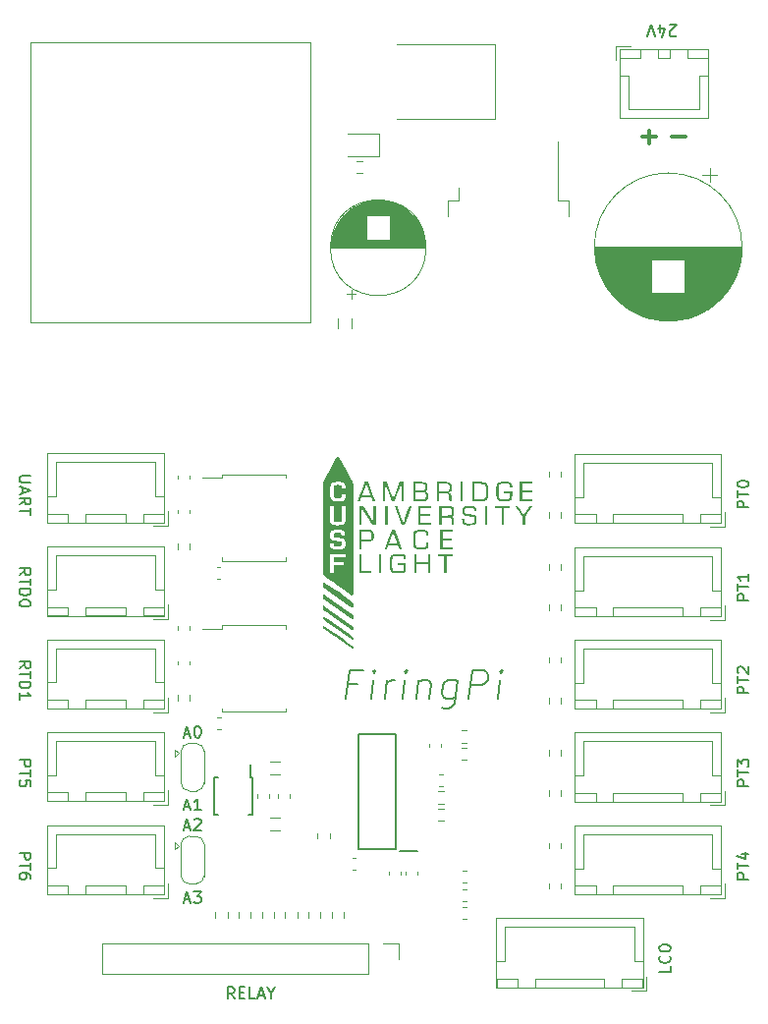
<source format=gbr>
%TF.GenerationSoftware,KiCad,Pcbnew,(6.0.9-0)*%
%TF.CreationDate,2023-01-29T21:41:42+00:00*%
%TF.ProjectId,FiringPi,46697269-6e67-4506-992e-6b696361645f,rev?*%
%TF.SameCoordinates,Original*%
%TF.FileFunction,Legend,Top*%
%TF.FilePolarity,Positive*%
%FSLAX46Y46*%
G04 Gerber Fmt 4.6, Leading zero omitted, Abs format (unit mm)*
G04 Created by KiCad (PCBNEW (6.0.9-0)) date 2023-01-29 21:41:42*
%MOMM*%
%LPD*%
G01*
G04 APERTURE LIST*
%ADD10C,0.000000*%
%ADD11C,0.150000*%
%ADD12C,0.300000*%
%ADD13C,0.200000*%
%ADD14C,0.120000*%
G04 APERTURE END LIST*
D10*
G36*
X69788167Y-63094134D02*
G01*
X68920334Y-63094134D01*
X68920334Y-63644467D01*
X69339433Y-63648700D01*
X69756417Y-63655050D01*
X69756417Y-63803217D01*
X69339433Y-63809567D01*
X68920334Y-63813800D01*
X68920334Y-64427633D01*
X69788167Y-64427633D01*
X69788167Y-64596967D01*
X69263233Y-64596967D01*
X69057453Y-64595842D01*
X68886996Y-64592734D01*
X68769719Y-64588037D01*
X68736605Y-64585218D01*
X68727405Y-64583712D01*
X68723483Y-64582150D01*
X68721921Y-64576691D01*
X68720416Y-64562980D01*
X68717596Y-64512532D01*
X68715074Y-64434252D01*
X68712900Y-64331590D01*
X68709791Y-64066907D01*
X68708666Y-63746067D01*
X68708666Y-62924800D01*
X69788167Y-62924800D01*
X69788167Y-63094134D01*
G37*
G36*
X60336444Y-67045789D02*
G01*
X60419536Y-67050977D01*
X60458627Y-67054881D01*
X60495781Y-67059638D01*
X60530771Y-67065232D01*
X60563370Y-67071648D01*
X60593352Y-67078870D01*
X60620491Y-67086882D01*
X60644560Y-67095670D01*
X60665334Y-67105217D01*
X60673208Y-67109631D01*
X60680954Y-67114532D01*
X60688566Y-67119911D01*
X60696038Y-67125759D01*
X60703366Y-67132068D01*
X60710545Y-67138829D01*
X60717570Y-67146032D01*
X60724435Y-67153669D01*
X60731136Y-67161730D01*
X60737668Y-67170208D01*
X60744025Y-67179092D01*
X60750203Y-67188374D01*
X60756196Y-67198046D01*
X60762000Y-67208098D01*
X60773019Y-67229306D01*
X60783220Y-67251929D01*
X60792561Y-67275894D01*
X60801003Y-67301130D01*
X60808506Y-67327566D01*
X60815030Y-67355131D01*
X60820533Y-67383753D01*
X60824975Y-67413361D01*
X60828317Y-67443883D01*
X60841017Y-67581467D01*
X60743650Y-67581467D01*
X60724643Y-67581444D01*
X60707977Y-67581186D01*
X60693463Y-67580407D01*
X60686954Y-67579732D01*
X60680911Y-67578821D01*
X60675312Y-67577637D01*
X60670133Y-67576144D01*
X60665350Y-67574307D01*
X60660939Y-67572091D01*
X60656877Y-67569458D01*
X60653141Y-67566375D01*
X60649706Y-67562805D01*
X60646548Y-67558713D01*
X60643645Y-67554062D01*
X60640973Y-67548818D01*
X60638508Y-67542944D01*
X60636226Y-67536405D01*
X60634103Y-67529165D01*
X60632117Y-67521189D01*
X60630243Y-67512441D01*
X60628457Y-67502885D01*
X60625059Y-67481208D01*
X60621731Y-67455872D01*
X60614534Y-67393083D01*
X60613570Y-67383519D01*
X60612285Y-67373918D01*
X60610701Y-67364341D01*
X60608845Y-67354851D01*
X60606741Y-67345510D01*
X60604413Y-67336380D01*
X60601887Y-67327523D01*
X60599188Y-67319000D01*
X60596339Y-67310874D01*
X60593367Y-67303208D01*
X60590295Y-67296062D01*
X60587149Y-67289499D01*
X60583954Y-67283581D01*
X60580733Y-67278370D01*
X60577513Y-67273928D01*
X60574317Y-67270316D01*
X60566100Y-67263787D01*
X60555062Y-67257690D01*
X60525249Y-67246793D01*
X60486327Y-67237621D01*
X60439743Y-67230166D01*
X60386946Y-67224423D01*
X60329383Y-67220385D01*
X60268503Y-67218046D01*
X60205752Y-67217400D01*
X60142581Y-67218441D01*
X60080435Y-67221162D01*
X60020764Y-67225558D01*
X59965015Y-67231621D01*
X59914636Y-67239347D01*
X59871075Y-67248728D01*
X59835781Y-67259759D01*
X59821686Y-67265891D01*
X59810200Y-67272433D01*
X59802268Y-67277956D01*
X59794737Y-67283846D01*
X59787601Y-67290164D01*
X59780852Y-67296965D01*
X59774483Y-67304309D01*
X59768487Y-67312254D01*
X59762855Y-67320858D01*
X59757581Y-67330179D01*
X59752658Y-67340275D01*
X59748078Y-67351204D01*
X59743833Y-67363024D01*
X59739916Y-67375794D01*
X59736321Y-67389572D01*
X59733039Y-67404416D01*
X59730063Y-67420384D01*
X59727386Y-67437533D01*
X59725000Y-67455923D01*
X59722899Y-67475612D01*
X59721074Y-67496656D01*
X59719519Y-67519116D01*
X59717186Y-67568511D01*
X59715843Y-67624263D01*
X59715431Y-67686836D01*
X59715889Y-67756695D01*
X59717160Y-67834306D01*
X59719184Y-67920133D01*
X59723591Y-68080797D01*
X59729436Y-68208496D01*
X59733162Y-68261340D01*
X59737564Y-68307570D01*
X59742747Y-68347730D01*
X59748817Y-68382360D01*
X59755879Y-68412006D01*
X59764039Y-68437208D01*
X59773402Y-68458509D01*
X59784073Y-68476453D01*
X59796158Y-68491581D01*
X59809762Y-68504437D01*
X59824991Y-68515562D01*
X59841951Y-68525500D01*
X59859238Y-68533137D01*
X59879248Y-68540164D01*
X59901826Y-68546564D01*
X59926815Y-68552322D01*
X59954062Y-68557423D01*
X59983411Y-68561851D01*
X60014708Y-68565591D01*
X60047796Y-68568627D01*
X60082522Y-68570944D01*
X60118729Y-68572526D01*
X60156264Y-68573357D01*
X60194971Y-68573423D01*
X60234694Y-68572707D01*
X60275280Y-68571194D01*
X60316573Y-68568870D01*
X60358417Y-68565717D01*
X60401650Y-68561979D01*
X60440260Y-68557738D01*
X60474536Y-68552741D01*
X60504765Y-68546733D01*
X60518452Y-68543270D01*
X60531236Y-68539460D01*
X60543152Y-68535270D01*
X60554238Y-68530668D01*
X60564527Y-68525622D01*
X60574058Y-68520102D01*
X60582866Y-68514074D01*
X60590986Y-68507508D01*
X60598455Y-68500372D01*
X60605309Y-68492633D01*
X60611584Y-68484260D01*
X60617316Y-68475221D01*
X60622541Y-68465484D01*
X60627295Y-68455018D01*
X60631615Y-68443791D01*
X60635535Y-68431771D01*
X60642324Y-68405225D01*
X60647950Y-68375126D01*
X60652701Y-68341219D01*
X60656867Y-68303250D01*
X60671684Y-68150850D01*
X60845250Y-68163550D01*
X60841017Y-68326534D01*
X60839655Y-68360757D01*
X60837168Y-68393552D01*
X60833571Y-68424876D01*
X60828879Y-68454691D01*
X60823109Y-68482955D01*
X60816274Y-68509629D01*
X60808392Y-68534672D01*
X60799478Y-68558044D01*
X60789546Y-68579704D01*
X60778613Y-68599612D01*
X60766693Y-68617729D01*
X60753804Y-68634012D01*
X60739959Y-68648423D01*
X60725175Y-68660921D01*
X60709467Y-68671466D01*
X60692850Y-68680017D01*
X60661737Y-68691768D01*
X60623038Y-68702391D01*
X60577746Y-68711847D01*
X60526857Y-68720101D01*
X60471368Y-68727115D01*
X60412272Y-68732851D01*
X60350566Y-68737272D01*
X60287244Y-68740342D01*
X60223302Y-68742022D01*
X60159736Y-68742277D01*
X60097540Y-68741067D01*
X60037709Y-68738357D01*
X59981240Y-68734110D01*
X59929127Y-68728287D01*
X59882365Y-68720851D01*
X59841951Y-68711767D01*
X59802130Y-68700257D01*
X59765874Y-68687752D01*
X59749020Y-68681032D01*
X59732980Y-68673950D01*
X59717730Y-68666470D01*
X59703243Y-68658552D01*
X59689493Y-68650160D01*
X59676457Y-68641257D01*
X59664107Y-68631803D01*
X59652418Y-68621763D01*
X59641365Y-68611097D01*
X59630921Y-68599770D01*
X59621063Y-68587742D01*
X59611763Y-68574977D01*
X59602996Y-68561437D01*
X59594738Y-68547084D01*
X59586961Y-68531880D01*
X59579641Y-68515789D01*
X59572752Y-68498772D01*
X59566268Y-68480792D01*
X59560164Y-68461812D01*
X59554415Y-68441793D01*
X59543876Y-68398489D01*
X59534447Y-68350582D01*
X59525923Y-68297769D01*
X59518100Y-68239750D01*
X59512736Y-68187499D01*
X59508526Y-68128431D01*
X59503416Y-67994911D01*
X59502474Y-67849337D01*
X59505400Y-67701852D01*
X59511899Y-67562603D01*
X59521672Y-67441734D01*
X59527694Y-67391362D01*
X59534422Y-67349390D01*
X59541820Y-67317086D01*
X59549850Y-67295717D01*
X59557531Y-67281316D01*
X59565510Y-67267473D01*
X59573810Y-67254177D01*
X59582456Y-67241415D01*
X59591473Y-67229176D01*
X59600884Y-67217447D01*
X59610715Y-67206217D01*
X59620990Y-67195473D01*
X59631733Y-67185203D01*
X59642969Y-67175396D01*
X59654721Y-67166039D01*
X59667015Y-67157121D01*
X59679875Y-67148628D01*
X59693325Y-67140551D01*
X59707390Y-67132875D01*
X59722094Y-67125590D01*
X59737462Y-67118683D01*
X59753517Y-67112142D01*
X59770285Y-67105955D01*
X59787789Y-67100111D01*
X59806055Y-67094597D01*
X59825106Y-67089401D01*
X59844968Y-67084511D01*
X59865664Y-67079916D01*
X59909656Y-67071559D01*
X59957280Y-67064235D01*
X60008729Y-67057848D01*
X60064200Y-67052300D01*
X60156966Y-67046326D01*
X60248317Y-67044197D01*
X60336444Y-67045789D01*
G37*
G36*
X51789573Y-72599948D02*
G01*
X51795201Y-72600919D01*
X51807084Y-72604316D01*
X52213252Y-72878259D01*
X53053007Y-73462360D01*
X53891571Y-74052414D01*
X54294167Y-74344216D01*
X54300380Y-74351466D01*
X54306314Y-74359679D01*
X54311963Y-74368787D01*
X54317322Y-74378723D01*
X54327147Y-74400813D01*
X54335740Y-74425410D01*
X54343056Y-74451979D01*
X54349048Y-74479984D01*
X54353669Y-74508889D01*
X54356873Y-74538156D01*
X54358614Y-74567249D01*
X54358845Y-74595632D01*
X54357520Y-74622769D01*
X54354591Y-74648123D01*
X54350013Y-74671158D01*
X54347091Y-74681638D01*
X54343739Y-74691338D01*
X54339952Y-74700189D01*
X54335723Y-74708125D01*
X54331047Y-74715079D01*
X54325917Y-74720984D01*
X54317597Y-74729510D01*
X54313705Y-74733314D01*
X54309955Y-74736805D01*
X54306322Y-74739978D01*
X54302779Y-74742829D01*
X54299298Y-74745351D01*
X54295854Y-74747541D01*
X54292419Y-74749393D01*
X54288966Y-74750901D01*
X54285469Y-74752062D01*
X54281901Y-74752870D01*
X54278236Y-74753319D01*
X54274446Y-74753406D01*
X54270505Y-74753124D01*
X54266386Y-74752469D01*
X54262062Y-74751435D01*
X54257507Y-74750019D01*
X54252694Y-74748214D01*
X54247596Y-74746015D01*
X54242187Y-74743418D01*
X54236439Y-74740418D01*
X54230326Y-74737009D01*
X54223821Y-74733187D01*
X54216898Y-74728946D01*
X54209529Y-74724282D01*
X54193349Y-74713662D01*
X54175066Y-74701287D01*
X54154467Y-74687116D01*
X52928917Y-73837540D01*
X51817667Y-73059400D01*
X51803224Y-73047078D01*
X51790027Y-73034645D01*
X51778033Y-73021988D01*
X51772473Y-73015541D01*
X51767198Y-73008997D01*
X51762202Y-73002340D01*
X51757480Y-72995559D01*
X51753026Y-72988637D01*
X51748834Y-72981563D01*
X51744900Y-72974320D01*
X51741218Y-72966897D01*
X51737783Y-72959278D01*
X51734588Y-72951450D01*
X51731629Y-72943398D01*
X51728901Y-72935110D01*
X51726397Y-72926570D01*
X51724112Y-72917765D01*
X51722042Y-72908681D01*
X51720180Y-72899304D01*
X51717060Y-72879615D01*
X51714708Y-72858587D01*
X51713082Y-72836108D01*
X51712139Y-72812066D01*
X51711834Y-72786350D01*
X51712183Y-72759981D01*
X51713235Y-72735641D01*
X51715001Y-72713322D01*
X51717489Y-72693018D01*
X51720709Y-72674724D01*
X51724670Y-72658432D01*
X51729382Y-72644138D01*
X51734853Y-72631833D01*
X51737876Y-72626426D01*
X51741093Y-72621514D01*
X51744504Y-72617096D01*
X51748111Y-72613172D01*
X51751915Y-72609741D01*
X51755917Y-72606802D01*
X51760118Y-72604355D01*
X51764519Y-72602398D01*
X51769122Y-72600932D01*
X51773928Y-72599954D01*
X51778937Y-72599465D01*
X51784152Y-72599463D01*
X51789573Y-72599948D01*
G37*
G36*
X67489599Y-62907371D02*
G01*
X67577011Y-62910988D01*
X67658271Y-62917656D01*
X67732189Y-62927202D01*
X67766023Y-62933000D01*
X67797574Y-62939451D01*
X67826695Y-62946536D01*
X67853236Y-62954231D01*
X67877049Y-62962515D01*
X67897984Y-62971367D01*
X67905876Y-62975456D01*
X67913672Y-62980167D01*
X67921360Y-62985479D01*
X67928932Y-62991368D01*
X67936376Y-62997812D01*
X67943683Y-63004788D01*
X67950843Y-63012275D01*
X67957846Y-63020249D01*
X67964681Y-63028688D01*
X67971339Y-63037570D01*
X67977809Y-63046871D01*
X67984081Y-63056571D01*
X67995992Y-63077073D01*
X68006992Y-63098896D01*
X68017000Y-63121860D01*
X68025935Y-63145785D01*
X68033716Y-63170492D01*
X68040264Y-63195800D01*
X68045496Y-63221529D01*
X68049334Y-63247501D01*
X68051695Y-63273534D01*
X68052298Y-63286518D01*
X68052501Y-63299450D01*
X68052501Y-63411634D01*
X67957250Y-63411634D01*
X67925810Y-63411489D01*
X67913090Y-63411145D01*
X67902184Y-63410476D01*
X67892952Y-63409373D01*
X67888920Y-63408624D01*
X67885254Y-63407727D01*
X67881938Y-63406667D01*
X67878953Y-63405430D01*
X67876281Y-63404003D01*
X67873906Y-63402373D01*
X67871810Y-63400526D01*
X67869976Y-63398448D01*
X67868386Y-63396126D01*
X67867023Y-63393547D01*
X67865869Y-63390696D01*
X67864907Y-63387560D01*
X67864119Y-63384126D01*
X67863488Y-63380380D01*
X67862628Y-63371897D01*
X67862186Y-63362003D01*
X67862000Y-63337550D01*
X67861853Y-63329352D01*
X67861421Y-63320683D01*
X67860716Y-63311617D01*
X67859751Y-63302228D01*
X67857089Y-63282781D01*
X67853533Y-63262938D01*
X67849184Y-63243292D01*
X67846743Y-63233730D01*
X67844140Y-63224441D01*
X67841389Y-63215499D01*
X67838501Y-63206978D01*
X67835490Y-63198954D01*
X67832366Y-63191500D01*
X67827329Y-63179849D01*
X67822432Y-63169432D01*
X67817516Y-63160144D01*
X67815002Y-63155890D01*
X67812424Y-63151879D01*
X67809762Y-63148097D01*
X67806996Y-63144532D01*
X67804107Y-63141169D01*
X67801076Y-63137997D01*
X67797881Y-63135001D01*
X67794504Y-63132168D01*
X67790925Y-63129487D01*
X67787123Y-63126942D01*
X67783080Y-63124521D01*
X67778775Y-63122211D01*
X67774188Y-63119999D01*
X67769301Y-63117872D01*
X67764092Y-63115815D01*
X67758543Y-63113817D01*
X67746344Y-63109942D01*
X67732545Y-63106142D01*
X67716987Y-63102311D01*
X67699514Y-63098343D01*
X67679966Y-63094134D01*
X67646827Y-63088349D01*
X67608326Y-63083674D01*
X67565355Y-63080079D01*
X67518802Y-63077531D01*
X67418513Y-63075456D01*
X67314577Y-63077200D01*
X67214114Y-63082517D01*
X67124243Y-63091157D01*
X67085503Y-63096646D01*
X67052082Y-63102873D01*
X67024867Y-63109807D01*
X67004750Y-63117417D01*
X66994143Y-63122765D01*
X66984139Y-63128156D01*
X66974720Y-63133681D01*
X66965869Y-63139431D01*
X66957568Y-63145500D01*
X66949800Y-63151978D01*
X66942547Y-63158957D01*
X66935793Y-63166530D01*
X66929519Y-63174788D01*
X66923708Y-63183824D01*
X66918343Y-63193728D01*
X66913407Y-63204593D01*
X66908881Y-63216511D01*
X66904748Y-63229573D01*
X66900991Y-63243871D01*
X66897593Y-63259498D01*
X66894536Y-63276545D01*
X66891803Y-63295104D01*
X66889376Y-63315266D01*
X66887237Y-63337124D01*
X66885370Y-63360770D01*
X66883757Y-63386295D01*
X66882380Y-63413791D01*
X66881222Y-63443350D01*
X66879494Y-63509026D01*
X66878432Y-63584055D01*
X66877897Y-63669174D01*
X66877750Y-63765117D01*
X66878742Y-64038630D01*
X66880652Y-64127885D01*
X66884100Y-64192683D01*
X66886540Y-64217601D01*
X66889532Y-64238432D01*
X66893132Y-64255852D01*
X66897395Y-64270537D01*
X66902378Y-64283164D01*
X66908136Y-64294408D01*
X66922200Y-64315450D01*
X66926951Y-64321494D01*
X66932428Y-64327687D01*
X66938562Y-64333979D01*
X66945285Y-64340321D01*
X66952529Y-64346663D01*
X66960226Y-64352955D01*
X66968307Y-64359148D01*
X66976704Y-64365192D01*
X66985350Y-64371037D01*
X66994175Y-64376635D01*
X67003112Y-64381935D01*
X67012092Y-64386888D01*
X67021048Y-64391443D01*
X67029910Y-64395553D01*
X67038611Y-64399166D01*
X67047083Y-64402234D01*
X67070364Y-64408210D01*
X67101372Y-64413437D01*
X67139003Y-64417907D01*
X67182153Y-64421614D01*
X67280595Y-64426716D01*
X67387867Y-64428692D01*
X67495139Y-64427493D01*
X67593580Y-64423070D01*
X67636730Y-64419633D01*
X67674361Y-64415372D01*
X67705369Y-64410280D01*
X67728650Y-64404350D01*
X67737599Y-64401210D01*
X67746193Y-64397736D01*
X67754437Y-64393915D01*
X67762335Y-64389736D01*
X67769892Y-64385186D01*
X67777112Y-64380254D01*
X67784001Y-64374927D01*
X67790562Y-64369194D01*
X67796802Y-64363042D01*
X67802723Y-64356459D01*
X67808331Y-64349434D01*
X67813631Y-64341954D01*
X67818627Y-64334008D01*
X67823323Y-64325582D01*
X67827725Y-64316667D01*
X67831837Y-64307248D01*
X67835664Y-64297315D01*
X67839211Y-64286855D01*
X67842481Y-64275856D01*
X67845480Y-64264307D01*
X67848212Y-64252195D01*
X67850683Y-64239508D01*
X67852896Y-64226234D01*
X67854856Y-64212362D01*
X67856569Y-64197879D01*
X67858037Y-64182773D01*
X67859268Y-64167032D01*
X67860264Y-64150644D01*
X67861572Y-64115879D01*
X67862000Y-64078384D01*
X67862000Y-63919633D01*
X67332834Y-63919633D01*
X67332834Y-63750300D01*
X68052501Y-63750300D01*
X68052501Y-63968317D01*
X68051745Y-64039807D01*
X68049433Y-64105958D01*
X68045496Y-64166937D01*
X68039867Y-64222912D01*
X68032476Y-64274050D01*
X68023256Y-64320519D01*
X68012138Y-64362485D01*
X67999054Y-64400117D01*
X67983937Y-64433581D01*
X67966717Y-64463046D01*
X67947327Y-64488679D01*
X67925699Y-64510646D01*
X67901763Y-64529117D01*
X67875453Y-64544257D01*
X67846699Y-64556234D01*
X67815434Y-64565217D01*
X67789791Y-64570223D01*
X67760012Y-64574907D01*
X67689955Y-64583208D01*
X67609083Y-64589922D01*
X67521217Y-64594850D01*
X67430175Y-64597794D01*
X67339779Y-64598554D01*
X67253847Y-64596934D01*
X67176200Y-64592733D01*
X67097921Y-64585062D01*
X67061907Y-64580087D01*
X67027905Y-64574221D01*
X66995865Y-64567366D01*
X66965734Y-64559424D01*
X66937459Y-64550296D01*
X66910988Y-64539883D01*
X66886270Y-64528087D01*
X66863250Y-64514811D01*
X66841878Y-64499954D01*
X66822101Y-64483419D01*
X66803866Y-64465108D01*
X66787121Y-64444921D01*
X66771815Y-64422761D01*
X66757894Y-64398529D01*
X66745306Y-64372127D01*
X66733999Y-64343456D01*
X66723921Y-64312417D01*
X66715019Y-64278913D01*
X66707241Y-64242844D01*
X66700534Y-64204113D01*
X66694847Y-64162621D01*
X66690127Y-64118270D01*
X66686322Y-64070960D01*
X66683379Y-64020594D01*
X66679871Y-63910299D01*
X66679184Y-63786597D01*
X66680900Y-63648700D01*
X66683343Y-63531316D01*
X66686159Y-63437100D01*
X66689718Y-63362429D01*
X66694394Y-63303683D01*
X66700558Y-63257241D01*
X66704314Y-63237502D01*
X66708582Y-63219480D01*
X66713408Y-63202723D01*
X66718839Y-63186779D01*
X66731700Y-63155517D01*
X66739377Y-63139404D01*
X66747349Y-63123994D01*
X66755654Y-63109272D01*
X66764326Y-63095221D01*
X66773401Y-63081826D01*
X66782915Y-63069071D01*
X66792904Y-63056940D01*
X66803402Y-63045417D01*
X66814446Y-63034487D01*
X66826071Y-63024132D01*
X66838314Y-63014338D01*
X66851209Y-63005089D01*
X66864792Y-62996368D01*
X66879100Y-62988160D01*
X66894167Y-62980449D01*
X66910029Y-62973219D01*
X66926723Y-62966454D01*
X66944282Y-62960138D01*
X66962745Y-62954256D01*
X66982145Y-62948791D01*
X67002518Y-62943727D01*
X67023901Y-62939049D01*
X67046329Y-62934741D01*
X67069838Y-62930786D01*
X67094462Y-62927170D01*
X67120239Y-62923876D01*
X67175390Y-62918190D01*
X67235576Y-62913601D01*
X67301083Y-62909984D01*
X67397226Y-62906978D01*
X67489599Y-62907371D01*
G37*
G36*
X65137850Y-62929034D02*
G01*
X65423467Y-62933730D01*
X65517808Y-62936847D01*
X65587642Y-62941204D01*
X65638822Y-62947348D01*
X65659247Y-62951260D01*
X65677203Y-62955823D01*
X65693424Y-62961105D01*
X65708639Y-62967175D01*
X65738984Y-62981950D01*
X65757757Y-62992737D01*
X65775963Y-63004444D01*
X65793580Y-63017050D01*
X65810587Y-63030534D01*
X65826960Y-63044874D01*
X65842680Y-63060048D01*
X65857723Y-63076034D01*
X65872069Y-63092811D01*
X65885696Y-63110356D01*
X65898581Y-63128649D01*
X65910704Y-63147668D01*
X65922042Y-63167390D01*
X65932574Y-63187795D01*
X65942279Y-63208859D01*
X65951133Y-63230563D01*
X65959117Y-63252884D01*
X65967579Y-63284659D01*
X65974723Y-63327401D01*
X65980571Y-63379625D01*
X65985145Y-63439845D01*
X65990557Y-63578333D01*
X65991131Y-63730986D01*
X65987043Y-63885920D01*
X65978464Y-64031255D01*
X65972546Y-64096609D01*
X65965570Y-64155109D01*
X65957559Y-64205267D01*
X65948533Y-64245600D01*
X65939331Y-64276209D01*
X65929186Y-64305330D01*
X65918098Y-64332962D01*
X65906068Y-64359106D01*
X65893095Y-64383762D01*
X65879180Y-64406930D01*
X65864322Y-64428609D01*
X65848521Y-64448800D01*
X65831778Y-64467503D01*
X65814092Y-64484717D01*
X65795464Y-64500444D01*
X65775893Y-64514681D01*
X65755379Y-64527431D01*
X65733923Y-64538692D01*
X65711524Y-64548465D01*
X65688183Y-64556750D01*
X65676905Y-64559526D01*
X65661456Y-64562286D01*
X65618829Y-64567697D01*
X65561865Y-64572861D01*
X65492127Y-64577652D01*
X65411177Y-64581948D01*
X65320578Y-64585623D01*
X65221893Y-64588554D01*
X65116684Y-64590617D01*
X64623500Y-64601200D01*
X64623500Y-64433983D01*
X64814001Y-64433983D01*
X65180184Y-64423400D01*
X65273420Y-64420101D01*
X65353784Y-64416455D01*
X65422290Y-64412313D01*
X65479957Y-64407525D01*
X65527801Y-64401944D01*
X65566839Y-64395421D01*
X65598088Y-64387806D01*
X65611110Y-64383542D01*
X65622566Y-64378950D01*
X65640117Y-64370817D01*
X65648379Y-64366578D01*
X65656313Y-64362203D01*
X65663929Y-64357674D01*
X65671238Y-64352975D01*
X65678250Y-64348089D01*
X65684975Y-64343000D01*
X65691425Y-64337691D01*
X65697609Y-64332144D01*
X65703538Y-64326345D01*
X65709222Y-64320275D01*
X65714672Y-64313918D01*
X65719899Y-64307258D01*
X65724912Y-64300278D01*
X65729723Y-64292961D01*
X65734342Y-64285290D01*
X65738778Y-64277249D01*
X65743044Y-64268822D01*
X65747148Y-64259991D01*
X65751103Y-64250740D01*
X65754917Y-64241052D01*
X65758602Y-64230911D01*
X65762168Y-64220299D01*
X65768984Y-64197599D01*
X65775450Y-64172819D01*
X65781650Y-64145825D01*
X65787667Y-64116483D01*
X65793800Y-64077649D01*
X65798730Y-64031031D01*
X65805129Y-63919435D01*
X65807163Y-63791666D01*
X65805129Y-63657696D01*
X65799325Y-63527496D01*
X65790048Y-63411038D01*
X65784201Y-63361078D01*
X65777596Y-63318293D01*
X65770273Y-63283930D01*
X65762267Y-63259233D01*
X65750552Y-63234126D01*
X65744718Y-63222651D01*
X65738794Y-63211865D01*
X65732698Y-63201745D01*
X65726353Y-63192270D01*
X65719677Y-63183417D01*
X65712591Y-63175162D01*
X65705016Y-63167484D01*
X65696870Y-63160361D01*
X65688075Y-63153769D01*
X65678551Y-63147687D01*
X65668217Y-63142091D01*
X65656995Y-63136960D01*
X65644803Y-63132270D01*
X65631563Y-63128000D01*
X65617194Y-63124127D01*
X65601616Y-63120628D01*
X65584750Y-63117481D01*
X65566516Y-63114664D01*
X65546834Y-63112153D01*
X65525625Y-63109927D01*
X65502807Y-63107963D01*
X65478303Y-63106238D01*
X65423911Y-63103418D01*
X65361811Y-63101286D01*
X65291365Y-63099662D01*
X65211933Y-63098367D01*
X64814001Y-63089900D01*
X64814001Y-64433983D01*
X64623500Y-64433983D01*
X64623500Y-62920567D01*
X65137850Y-62929034D01*
G37*
G36*
X62909001Y-67221634D02*
G01*
X62041168Y-67221634D01*
X62041168Y-67771967D01*
X62460267Y-67776200D01*
X62877250Y-67782550D01*
X62883600Y-67862983D01*
X62889950Y-67941300D01*
X62041168Y-67941300D01*
X62041168Y-68555133D01*
X62909001Y-68555133D01*
X62909001Y-68724467D01*
X61850667Y-68724467D01*
X61850667Y-67052300D01*
X62909001Y-67052300D01*
X62909001Y-67221634D01*
G37*
G36*
X65815184Y-64982200D02*
G01*
X65904084Y-64988550D01*
X65910434Y-65820400D01*
X65914667Y-66650133D01*
X65724167Y-66650133D01*
X65724167Y-64975850D01*
X65815184Y-64982200D01*
G37*
G36*
X58718000Y-64596967D02*
G01*
X58527501Y-64596967D01*
X58523267Y-63845550D01*
X58516917Y-63092017D01*
X58210001Y-63839200D01*
X57903084Y-64586383D01*
X57805717Y-64592733D01*
X57710467Y-64599084D01*
X57403550Y-63866717D01*
X57098751Y-63134350D01*
X57092400Y-63864600D01*
X57088167Y-64596967D01*
X56997150Y-64596967D01*
X56978278Y-64596677D01*
X56960076Y-64595842D01*
X56943014Y-64594511D01*
X56927565Y-64592734D01*
X56914199Y-64590559D01*
X56908445Y-64589338D01*
X56903389Y-64588037D01*
X56899089Y-64586662D01*
X56895604Y-64585218D01*
X56892994Y-64583712D01*
X56891317Y-64582150D01*
X56889755Y-64576691D01*
X56888249Y-64562980D01*
X56885430Y-64512532D01*
X56882908Y-64434252D01*
X56880734Y-64331590D01*
X56877625Y-64066907D01*
X56876501Y-63746067D01*
X56876501Y-62924800D01*
X57225751Y-62924800D01*
X57511501Y-63623300D01*
X57622659Y-63893010D01*
X57714965Y-64112515D01*
X57779093Y-64259392D01*
X57797676Y-64298587D01*
X57803087Y-64308398D01*
X57805717Y-64311217D01*
X57831051Y-64253075D01*
X57894088Y-64103254D01*
X57984906Y-63884378D01*
X58093584Y-63619067D01*
X58372984Y-62935384D01*
X58546550Y-62929034D01*
X58718000Y-62922683D01*
X58718000Y-64596967D01*
G37*
G36*
X61042100Y-65066867D02*
G01*
X61048450Y-65147300D01*
X60608183Y-65151534D01*
X60167917Y-65157884D01*
X60161567Y-65439400D01*
X60155217Y-65718800D01*
X61004000Y-65718800D01*
X61004000Y-65888133D01*
X60157334Y-65888133D01*
X60157334Y-66480800D01*
X60597601Y-66485033D01*
X61035750Y-66491383D01*
X61042100Y-66571817D01*
X61048450Y-66650133D01*
X59966833Y-66650133D01*
X59971067Y-65820400D01*
X59977417Y-64988550D01*
X61035750Y-64988550D01*
X61042100Y-65066867D01*
G37*
G36*
X59818667Y-69867467D02*
G01*
X60301267Y-69863233D01*
X60781750Y-69856883D01*
X60788100Y-69492816D01*
X60792334Y-69126633D01*
X60982834Y-69126633D01*
X60982834Y-70798800D01*
X60792334Y-70798800D01*
X60792334Y-70036800D01*
X59818667Y-70036800D01*
X59818667Y-70798800D01*
X59628167Y-70798800D01*
X59628167Y-69126633D01*
X59818667Y-69126633D01*
X59818667Y-69867467D01*
G37*
G36*
X63798000Y-64596967D02*
G01*
X63607501Y-64596967D01*
X63607501Y-62924800D01*
X63798000Y-62924800D01*
X63798000Y-64596967D01*
G37*
G36*
X57299834Y-66650133D02*
G01*
X57109334Y-66650133D01*
X57109334Y-64977967D01*
X57299834Y-64977967D01*
X57299834Y-66650133D01*
G37*
G36*
X51791231Y-71572160D02*
G01*
X51798089Y-71574124D01*
X51816716Y-71581805D01*
X51842351Y-71594800D01*
X51875545Y-71613485D01*
X51916850Y-71638234D01*
X51966818Y-71669424D01*
X52026001Y-71707428D01*
X52094951Y-71752623D01*
X52264358Y-71866084D01*
X52479456Y-72012808D01*
X52744660Y-72195796D01*
X53064384Y-72418050D01*
X53589119Y-72785887D01*
X53977726Y-73063633D01*
X54223457Y-73246130D01*
X54290637Y-73300047D01*
X54319567Y-73328216D01*
X54324530Y-73337108D01*
X54329105Y-73346369D01*
X54333301Y-73356071D01*
X54337129Y-73366284D01*
X54340597Y-73377079D01*
X54343715Y-73388529D01*
X54346491Y-73400705D01*
X54348936Y-73413677D01*
X54351058Y-73427518D01*
X54352867Y-73442297D01*
X54354373Y-73458088D01*
X54355584Y-73474961D01*
X54356509Y-73492987D01*
X54357159Y-73512238D01*
X54357542Y-73532785D01*
X54357667Y-73554699D01*
X54357092Y-73619824D01*
X54356286Y-73647322D01*
X54355054Y-73671679D01*
X54353339Y-73693071D01*
X54351082Y-73711676D01*
X54348222Y-73727670D01*
X54344703Y-73741231D01*
X54340464Y-73752534D01*
X54335446Y-73761757D01*
X54329592Y-73769075D01*
X54326332Y-73772076D01*
X54322841Y-73774667D01*
X54315136Y-73778709D01*
X54306417Y-73781377D01*
X54296624Y-73782848D01*
X54285701Y-73783299D01*
X54278899Y-73781218D01*
X54267407Y-73775879D01*
X54251493Y-73767444D01*
X54231428Y-73756080D01*
X54179921Y-73725219D01*
X54115044Y-73684610D01*
X54038956Y-73635567D01*
X53953814Y-73579405D01*
X53861776Y-73517439D01*
X53765001Y-73450984D01*
X52870147Y-72829113D01*
X52267194Y-72405085D01*
X51916258Y-72150523D01*
X51822831Y-72077924D01*
X51777451Y-72037049D01*
X51765878Y-72023542D01*
X51755713Y-72011343D01*
X51746876Y-72000075D01*
X51742929Y-71994671D01*
X51739285Y-71989358D01*
X51735931Y-71984089D01*
X51732859Y-71978815D01*
X51730058Y-71973491D01*
X51727519Y-71968068D01*
X51725230Y-71962499D01*
X51723183Y-71956737D01*
X51721367Y-71950735D01*
X51719771Y-71944446D01*
X51718387Y-71937821D01*
X51717203Y-71930815D01*
X51716210Y-71923378D01*
X51715398Y-71915466D01*
X51714756Y-71907029D01*
X51714274Y-71898021D01*
X51713752Y-71878102D01*
X51713751Y-71855330D01*
X51714190Y-71829327D01*
X51716067Y-71766117D01*
X51722417Y-71571383D01*
X51785917Y-71571383D01*
X51791231Y-71572160D01*
G37*
G36*
X62909001Y-69317133D02*
G01*
X62379833Y-69317133D01*
X62379833Y-70798800D01*
X62168167Y-70798800D01*
X62168167Y-69317133D01*
X61639000Y-69317133D01*
X61639000Y-69126633D01*
X62909001Y-69126633D01*
X62909001Y-69317133D01*
G37*
G36*
X62545629Y-64990568D02*
G01*
X62636376Y-64992829D01*
X62702890Y-64996752D01*
X62729082Y-64999531D01*
X62751644Y-65002958D01*
X62771384Y-65007110D01*
X62789111Y-65012065D01*
X62805636Y-65017901D01*
X62821766Y-65024695D01*
X62856083Y-65041467D01*
X62883686Y-65056645D01*
X62896484Y-65064361D01*
X62908632Y-65072208D01*
X62920146Y-65080223D01*
X62931041Y-65088441D01*
X62941333Y-65096897D01*
X62951036Y-65105628D01*
X62960165Y-65114669D01*
X62968735Y-65124056D01*
X62976763Y-65133824D01*
X62984262Y-65144010D01*
X62991247Y-65154647D01*
X62997735Y-65165774D01*
X63003740Y-65177424D01*
X63009277Y-65189634D01*
X63014362Y-65202439D01*
X63019008Y-65215875D01*
X63023233Y-65229978D01*
X63027050Y-65244783D01*
X63030475Y-65260326D01*
X63033522Y-65276642D01*
X63036208Y-65293768D01*
X63038547Y-65311739D01*
X63040554Y-65330590D01*
X63042244Y-65350358D01*
X63044736Y-65392784D01*
X63046142Y-65439303D01*
X63046584Y-65490200D01*
X63046266Y-65535244D01*
X63045236Y-65576111D01*
X63043375Y-65613090D01*
X63040564Y-65646470D01*
X63036688Y-65676537D01*
X63031626Y-65703582D01*
X63025263Y-65727892D01*
X63017479Y-65749756D01*
X63008158Y-65769462D01*
X62997181Y-65787298D01*
X62984430Y-65803553D01*
X62969788Y-65818515D01*
X62953137Y-65832472D01*
X62934359Y-65845713D01*
X62913336Y-65858527D01*
X62889950Y-65871200D01*
X62822217Y-65905067D01*
X62879367Y-65934700D01*
X62890774Y-65940270D01*
X62901589Y-65945898D01*
X62911829Y-65951629D01*
X62921510Y-65957508D01*
X62930649Y-65963581D01*
X62939261Y-65969893D01*
X62947363Y-65976490D01*
X62954971Y-65983417D01*
X62962102Y-65990718D01*
X62968772Y-65998440D01*
X62974997Y-66006629D01*
X62980793Y-66015328D01*
X62986177Y-66024584D01*
X62991165Y-66034441D01*
X62995772Y-66044946D01*
X63000017Y-66056144D01*
X63003914Y-66068079D01*
X63007480Y-66080798D01*
X63010731Y-66094346D01*
X63013684Y-66108767D01*
X63016355Y-66124108D01*
X63018760Y-66140413D01*
X63020915Y-66157729D01*
X63022837Y-66176099D01*
X63026046Y-66216188D01*
X63028517Y-66261043D01*
X63030381Y-66311026D01*
X63031767Y-66366500D01*
X63040234Y-66650133D01*
X62845500Y-66650133D01*
X62845500Y-66455400D01*
X62843664Y-66368993D01*
X62841909Y-66330426D01*
X62839547Y-66294765D01*
X62836539Y-66261869D01*
X62832850Y-66231600D01*
X62828441Y-66203817D01*
X62823275Y-66178381D01*
X62817316Y-66155153D01*
X62810526Y-66133993D01*
X62802867Y-66114762D01*
X62794304Y-66097320D01*
X62784797Y-66081527D01*
X62774311Y-66067244D01*
X62762808Y-66054331D01*
X62750251Y-66042650D01*
X62740638Y-66034429D01*
X62735966Y-66030690D01*
X62731296Y-66027188D01*
X62726562Y-66023916D01*
X62721699Y-66020865D01*
X62716641Y-66018029D01*
X62711323Y-66015398D01*
X62705680Y-66012966D01*
X62699646Y-66010724D01*
X62693155Y-66008666D01*
X62686142Y-66006783D01*
X62678542Y-66005067D01*
X62670288Y-66003511D01*
X62661316Y-66002106D01*
X62651560Y-66000846D01*
X62640955Y-65999722D01*
X62629434Y-65998727D01*
X62616933Y-65997853D01*
X62603386Y-65997092D01*
X62588727Y-65996437D01*
X62572891Y-65995879D01*
X62537426Y-65995025D01*
X62496467Y-65994469D01*
X62449489Y-65994149D01*
X62335384Y-65993967D01*
X61977667Y-65993967D01*
X61977667Y-66650133D01*
X61766000Y-66650133D01*
X61770180Y-65830984D01*
X61977667Y-65830984D01*
X62333267Y-65820400D01*
X62426983Y-65817101D01*
X62505940Y-65813455D01*
X62571652Y-65809312D01*
X62625631Y-65804525D01*
X62669391Y-65798944D01*
X62704444Y-65792420D01*
X62732304Y-65784805D01*
X62744010Y-65780542D01*
X62754484Y-65775950D01*
X62762459Y-65771434D01*
X62770114Y-65766611D01*
X62777451Y-65761470D01*
X62784473Y-65756003D01*
X62791181Y-65750199D01*
X62797579Y-65744050D01*
X62803668Y-65737544D01*
X62809451Y-65730673D01*
X62814930Y-65723427D01*
X62820107Y-65715796D01*
X62824986Y-65707771D01*
X62829567Y-65699341D01*
X62833854Y-65690497D01*
X62837849Y-65681230D01*
X62841554Y-65671529D01*
X62844971Y-65661386D01*
X62848103Y-65650789D01*
X62850952Y-65639731D01*
X62853520Y-65628200D01*
X62855811Y-65616187D01*
X62857825Y-65603683D01*
X62859565Y-65590678D01*
X62861035Y-65577162D01*
X62862235Y-65563126D01*
X62863169Y-65548559D01*
X62863838Y-65533453D01*
X62864393Y-65501581D01*
X62863919Y-65467434D01*
X62862433Y-65430934D01*
X62859496Y-65385937D01*
X62857485Y-65365354D01*
X62855004Y-65345998D01*
X62851970Y-65327831D01*
X62848299Y-65310815D01*
X62843910Y-65294913D01*
X62838720Y-65280088D01*
X62832646Y-65266301D01*
X62825606Y-65253515D01*
X62817517Y-65241693D01*
X62808297Y-65230797D01*
X62797863Y-65220789D01*
X62786133Y-65211632D01*
X62773023Y-65203287D01*
X62758452Y-65195719D01*
X62742337Y-65188888D01*
X62724595Y-65182758D01*
X62705144Y-65177290D01*
X62683902Y-65172448D01*
X62660785Y-65168193D01*
X62635711Y-65164488D01*
X62608598Y-65161296D01*
X62579363Y-65158578D01*
X62514196Y-65154417D01*
X62439551Y-65151703D01*
X62354767Y-65150137D01*
X62259184Y-65149417D01*
X61977667Y-65147300D01*
X61977667Y-65830984D01*
X61770180Y-65830984D01*
X61770234Y-65820400D01*
X61775372Y-65147300D01*
X61776584Y-64988550D01*
X62265534Y-64988550D01*
X62545629Y-64990568D01*
G37*
G36*
X51788184Y-74501447D02*
G01*
X51875260Y-74556326D01*
X52167943Y-74752171D01*
X53031840Y-75350956D01*
X53894547Y-75964426D01*
X54185742Y-76178626D01*
X54308984Y-76278850D01*
X54318408Y-76293668D01*
X54326827Y-76308690D01*
X54334229Y-76323824D01*
X54340602Y-76338976D01*
X54345933Y-76354055D01*
X54350209Y-76368965D01*
X54353419Y-76383616D01*
X54355551Y-76397912D01*
X54356590Y-76411763D01*
X54356526Y-76425073D01*
X54355346Y-76437752D01*
X54353037Y-76449704D01*
X54349587Y-76460839D01*
X54347431Y-76466070D01*
X54344984Y-76471061D01*
X54342246Y-76475801D01*
X54339215Y-76480279D01*
X54335889Y-76484482D01*
X54332267Y-76488399D01*
X54326261Y-76494325D01*
X54323485Y-76496965D01*
X54320832Y-76499388D01*
X54318282Y-76501591D01*
X54315812Y-76503571D01*
X54313404Y-76505326D01*
X54311034Y-76506854D01*
X54308684Y-76508153D01*
X54306331Y-76509220D01*
X54303955Y-76510053D01*
X54301534Y-76510650D01*
X54299049Y-76511007D01*
X54296477Y-76511124D01*
X54293799Y-76510997D01*
X54290992Y-76510625D01*
X54288037Y-76510004D01*
X54284912Y-76509134D01*
X54281596Y-76508010D01*
X54278069Y-76506631D01*
X54274309Y-76504995D01*
X54270296Y-76503100D01*
X54266008Y-76500942D01*
X54261425Y-76498520D01*
X54251289Y-76492874D01*
X54239721Y-76486143D01*
X54211617Y-76469350D01*
X53768242Y-76168684D01*
X52955376Y-75603898D01*
X52163147Y-75047446D01*
X51781684Y-74771783D01*
X51770784Y-74761461D01*
X51761059Y-74751815D01*
X51752444Y-74742678D01*
X51744874Y-74733882D01*
X51741460Y-74729559D01*
X51738284Y-74725259D01*
X51735335Y-74720960D01*
X51732608Y-74716642D01*
X51730093Y-74712284D01*
X51727782Y-74707865D01*
X51725667Y-74703363D01*
X51723740Y-74698758D01*
X51721993Y-74694029D01*
X51720418Y-74689156D01*
X51719006Y-74684116D01*
X51717750Y-74678890D01*
X51716641Y-74673455D01*
X51715671Y-74667793D01*
X51714116Y-74655697D01*
X51713020Y-74642436D01*
X51712318Y-74627841D01*
X51711944Y-74611746D01*
X51711834Y-74593983D01*
X51712169Y-74562423D01*
X51712629Y-74549046D01*
X51713322Y-74537164D01*
X51714276Y-74526695D01*
X51715518Y-74517560D01*
X51717076Y-74509677D01*
X51718978Y-74502966D01*
X51721252Y-74497347D01*
X51723926Y-74492739D01*
X51725422Y-74490788D01*
X51727028Y-74489061D01*
X51728749Y-74487545D01*
X51730586Y-74486232D01*
X51734628Y-74484172D01*
X51739181Y-74482801D01*
X51744274Y-74482037D01*
X51749934Y-74481800D01*
X51788184Y-74501447D01*
G37*
G36*
X57649084Y-67090400D02*
G01*
X57650320Y-67087497D01*
X57651654Y-67084740D01*
X57653099Y-67082124D01*
X57654665Y-67079647D01*
X57656364Y-67077305D01*
X57658209Y-67075094D01*
X57660210Y-67073011D01*
X57662379Y-67071053D01*
X57664728Y-67069215D01*
X57667269Y-67067495D01*
X57670012Y-67065888D01*
X57672971Y-67064392D01*
X57676155Y-67063004D01*
X57679578Y-67061718D01*
X57683250Y-67060533D01*
X57687184Y-67059444D01*
X57691390Y-67058448D01*
X57695881Y-67057542D01*
X57700668Y-67056721D01*
X57705762Y-67055984D01*
X57711176Y-67055325D01*
X57716921Y-67054742D01*
X57723009Y-67054231D01*
X57729451Y-67053788D01*
X57743444Y-67053095D01*
X57758993Y-67052635D01*
X57776192Y-67052379D01*
X57795134Y-67052300D01*
X57926367Y-67052300D01*
X58231167Y-67862983D01*
X58542317Y-68699066D01*
X58543005Y-68700629D01*
X58543480Y-68702142D01*
X58543741Y-68703606D01*
X58543784Y-68705020D01*
X58543725Y-68705708D01*
X58543610Y-68706384D01*
X58543440Y-68707048D01*
X58543214Y-68707699D01*
X58542934Y-68708337D01*
X58542597Y-68708964D01*
X58541755Y-68710179D01*
X58540686Y-68711345D01*
X58539389Y-68712461D01*
X58537862Y-68713528D01*
X58536103Y-68714545D01*
X58534110Y-68715512D01*
X58531881Y-68716430D01*
X58529414Y-68717298D01*
X58526707Y-68718117D01*
X58523758Y-68718886D01*
X58520565Y-68719605D01*
X58517126Y-68720275D01*
X58513440Y-68720895D01*
X58509505Y-68721465D01*
X58505317Y-68721986D01*
X58500877Y-68722458D01*
X58496180Y-68722879D01*
X58491227Y-68723251D01*
X58486014Y-68723574D01*
X58480540Y-68723847D01*
X58474803Y-68724070D01*
X58468801Y-68724244D01*
X58462531Y-68724368D01*
X58449184Y-68724467D01*
X58345467Y-68724467D01*
X58284084Y-68555133D01*
X58222701Y-68385800D01*
X57799367Y-68390033D01*
X57376034Y-68396383D01*
X57261734Y-68713883D01*
X57153784Y-68720233D01*
X57045834Y-68726584D01*
X57069117Y-68667317D01*
X57242987Y-68194491D01*
X57453783Y-68194491D01*
X57454294Y-68196095D01*
X57455363Y-68197628D01*
X57457011Y-68199090D01*
X57459257Y-68200485D01*
X57462123Y-68201812D01*
X57465628Y-68203072D01*
X57469794Y-68204268D01*
X57474641Y-68205399D01*
X57480190Y-68206468D01*
X57486460Y-68207475D01*
X57493473Y-68208422D01*
X57501249Y-68209309D01*
X57519173Y-68210910D01*
X57540396Y-68212289D01*
X57565083Y-68213453D01*
X57593397Y-68214412D01*
X57625503Y-68215177D01*
X57661565Y-68215755D01*
X57701748Y-68216156D01*
X57746216Y-68216390D01*
X57795134Y-68216466D01*
X57931295Y-68215375D01*
X58043048Y-68212498D01*
X58086113Y-68210576D01*
X58118686Y-68208430D01*
X58139303Y-68206136D01*
X58144670Y-68204956D01*
X58146500Y-68203767D01*
X58131663Y-68155712D01*
X58092492Y-68043561D01*
X57973198Y-67714287D01*
X57852714Y-67390570D01*
X57812055Y-67285365D01*
X57795134Y-67247033D01*
X57780615Y-67285795D01*
X57744069Y-67385675D01*
X57691252Y-67531593D01*
X57627917Y-67708467D01*
X57508590Y-68037873D01*
X57454350Y-68191067D01*
X57453808Y-68192816D01*
X57453783Y-68194491D01*
X57242987Y-68194491D01*
X57363334Y-67867217D01*
X57649084Y-67090400D01*
G37*
G36*
X51716067Y-66988800D02*
G01*
X51716803Y-65640484D01*
X52346834Y-65640484D01*
X52347156Y-65814447D01*
X52348223Y-65959042D01*
X52350183Y-66077443D01*
X52353184Y-66172825D01*
X52355122Y-66212877D01*
X52357376Y-66248364D01*
X52359965Y-66279684D01*
X52362907Y-66307234D01*
X52366222Y-66331410D01*
X52369927Y-66352610D01*
X52374042Y-66371230D01*
X52378584Y-66387667D01*
X52387523Y-66415706D01*
X52397713Y-66441919D01*
X52409210Y-66466364D01*
X52422075Y-66489102D01*
X52436366Y-66510189D01*
X52452142Y-66529686D01*
X52469463Y-66547651D01*
X52488386Y-66564144D01*
X52508971Y-66579223D01*
X52531277Y-66592946D01*
X52555363Y-66605374D01*
X52581288Y-66616564D01*
X52609110Y-66626577D01*
X52638888Y-66635470D01*
X52670682Y-66643302D01*
X52704551Y-66650133D01*
X52729306Y-66653800D01*
X52762891Y-66656847D01*
X52803819Y-66659249D01*
X52850601Y-66660981D01*
X52901748Y-66662019D01*
X52955772Y-66662337D01*
X53011186Y-66661912D01*
X53066501Y-66660717D01*
X53132728Y-66658291D01*
X53193492Y-66654900D01*
X53249085Y-66650424D01*
X53275033Y-66647742D01*
X53299797Y-66644743D01*
X53323414Y-66641412D01*
X53345920Y-66637734D01*
X53367352Y-66633694D01*
X53387746Y-66629277D01*
X53407139Y-66624468D01*
X53425566Y-66619251D01*
X53443065Y-66613612D01*
X53459671Y-66607535D01*
X53475422Y-66601006D01*
X53490354Y-66594009D01*
X53504502Y-66586529D01*
X53517905Y-66578551D01*
X53530597Y-66570060D01*
X53542615Y-66561041D01*
X53553997Y-66551478D01*
X53564777Y-66541356D01*
X53574994Y-66530662D01*
X53584682Y-66519378D01*
X53593879Y-66507490D01*
X53602621Y-66494984D01*
X53610944Y-66481844D01*
X53618886Y-66468054D01*
X53626481Y-66453600D01*
X53633767Y-66438467D01*
X53643834Y-66411467D01*
X53651990Y-66374867D01*
X53658510Y-66323832D01*
X53663665Y-66253523D01*
X53667729Y-66159104D01*
X53670974Y-66035738D01*
X53676101Y-65682816D01*
X53682451Y-64999133D01*
X53362834Y-64999133D01*
X53362834Y-65623550D01*
X53362441Y-65771415D01*
X53361279Y-65900800D01*
X53359374Y-66011880D01*
X53356749Y-66104827D01*
X53353429Y-66179816D01*
X53349439Y-66237020D01*
X53347201Y-66259006D01*
X53344805Y-66276612D01*
X53342254Y-66289858D01*
X53339551Y-66298767D01*
X53332588Y-66311720D01*
X53324329Y-66323613D01*
X53314668Y-66334476D01*
X53303501Y-66344341D01*
X53290722Y-66353239D01*
X53276224Y-66361200D01*
X53259904Y-66368256D01*
X53241655Y-66374437D01*
X53221372Y-66379776D01*
X53198949Y-66384301D01*
X53174282Y-66388046D01*
X53147265Y-66391040D01*
X53117792Y-66393315D01*
X53085757Y-66394901D01*
X53051057Y-66395830D01*
X53013584Y-66396133D01*
X52976111Y-66395830D01*
X52941411Y-66394901D01*
X52909376Y-66393315D01*
X52879903Y-66391040D01*
X52866094Y-66389635D01*
X52852886Y-66388046D01*
X52840265Y-66386269D01*
X52828219Y-66384301D01*
X52816733Y-66382138D01*
X52805796Y-66379776D01*
X52795394Y-66377210D01*
X52785513Y-66374437D01*
X52776141Y-66371454D01*
X52767264Y-66368256D01*
X52758869Y-66364839D01*
X52750944Y-66361200D01*
X52743474Y-66357335D01*
X52736446Y-66353239D01*
X52729848Y-66348909D01*
X52723667Y-66344341D01*
X52717888Y-66339532D01*
X52712500Y-66334476D01*
X52707488Y-66329171D01*
X52702839Y-66323613D01*
X52698541Y-66317797D01*
X52694580Y-66311720D01*
X52690943Y-66305378D01*
X52687617Y-66298767D01*
X52682363Y-66276612D01*
X52677729Y-66237020D01*
X52673739Y-66179816D01*
X52670419Y-66104827D01*
X52665888Y-65900800D01*
X52664334Y-65623550D01*
X52664334Y-64999133D01*
X52346834Y-64999133D01*
X52346834Y-65640484D01*
X51716803Y-65640484D01*
X51717873Y-63680049D01*
X52346474Y-63680049D01*
X52350803Y-63846344D01*
X52361779Y-64010158D01*
X52369597Y-64087701D01*
X52378882Y-64160504D01*
X52389568Y-64227191D01*
X52401590Y-64286391D01*
X52414884Y-64336730D01*
X52429384Y-64376834D01*
X52438352Y-64395298D01*
X52447847Y-64412627D01*
X52457950Y-64428877D01*
X52468741Y-64444104D01*
X52480301Y-64458363D01*
X52492710Y-64471711D01*
X52506050Y-64484204D01*
X52520401Y-64495896D01*
X52535843Y-64506844D01*
X52552457Y-64517104D01*
X52570323Y-64526731D01*
X52589523Y-64535782D01*
X52610137Y-64544312D01*
X52632245Y-64552376D01*
X52655928Y-64560032D01*
X52681267Y-64567333D01*
X52723124Y-64576694D01*
X52771052Y-64584172D01*
X52824077Y-64589820D01*
X52881226Y-64593693D01*
X52941525Y-64595841D01*
X53004001Y-64596318D01*
X53067680Y-64595176D01*
X53131588Y-64592469D01*
X53194752Y-64588249D01*
X53256199Y-64582568D01*
X53314954Y-64575479D01*
X53370044Y-64567036D01*
X53420496Y-64557290D01*
X53465335Y-64546295D01*
X53503589Y-64534103D01*
X53534284Y-64520767D01*
X53548763Y-64512051D01*
X53562805Y-64501047D01*
X53576370Y-64487848D01*
X53589416Y-64472547D01*
X53601905Y-64455236D01*
X53613795Y-64436009D01*
X53625047Y-64414959D01*
X53635619Y-64392179D01*
X53645473Y-64367762D01*
X53654566Y-64341801D01*
X53662860Y-64314389D01*
X53670313Y-64285618D01*
X53676886Y-64255583D01*
X53682537Y-64224376D01*
X53687228Y-64192089D01*
X53690917Y-64158817D01*
X53705734Y-64004300D01*
X53388234Y-64004300D01*
X53375534Y-64118600D01*
X53371365Y-64148647D01*
X53366588Y-64175419D01*
X53360893Y-64199116D01*
X53353970Y-64219936D01*
X53349952Y-64229328D01*
X53345510Y-64238076D01*
X53340606Y-64246204D01*
X53335202Y-64253736D01*
X53329257Y-64260698D01*
X53322735Y-64267114D01*
X53315596Y-64273009D01*
X53307801Y-64278408D01*
X53299311Y-64283336D01*
X53290088Y-64287818D01*
X53280093Y-64291877D01*
X53269287Y-64295540D01*
X53245088Y-64301774D01*
X53217181Y-64306719D01*
X53185255Y-64310572D01*
X53149001Y-64313532D01*
X53108108Y-64315797D01*
X53062267Y-64317567D01*
X52995828Y-64319821D01*
X52937450Y-64320519D01*
X52886613Y-64318897D01*
X52842795Y-64314193D01*
X52823356Y-64310447D01*
X52805477Y-64305645D01*
X52789092Y-64299691D01*
X52774136Y-64292489D01*
X52760545Y-64283945D01*
X52748252Y-64273963D01*
X52737194Y-64262448D01*
X52727305Y-64249304D01*
X52718519Y-64234437D01*
X52710772Y-64217750D01*
X52703999Y-64199148D01*
X52698134Y-64178537D01*
X52688870Y-64130902D01*
X52682458Y-64074084D01*
X52678378Y-64007319D01*
X52676108Y-63929845D01*
X52674917Y-63739717D01*
X52675161Y-63621613D01*
X52675517Y-63571615D01*
X52676075Y-63527124D01*
X52676868Y-63487743D01*
X52677931Y-63453074D01*
X52679298Y-63422721D01*
X52681003Y-63396288D01*
X52683080Y-63373376D01*
X52685563Y-63353591D01*
X52688486Y-63336533D01*
X52690123Y-63328904D01*
X52691884Y-63321807D01*
X52693771Y-63315195D01*
X52695790Y-63309016D01*
X52697944Y-63303223D01*
X52700239Y-63297763D01*
X52702677Y-63292590D01*
X52705264Y-63287651D01*
X52710901Y-63278283D01*
X52721669Y-63264169D01*
X52734143Y-63251193D01*
X52748340Y-63239351D01*
X52764280Y-63228641D01*
X52781982Y-63219060D01*
X52801463Y-63210604D01*
X52822742Y-63203270D01*
X52845838Y-63197056D01*
X52870770Y-63191959D01*
X52897556Y-63187974D01*
X52926215Y-63185099D01*
X52956765Y-63183331D01*
X52989225Y-63182667D01*
X53023613Y-63183104D01*
X53059949Y-63184638D01*
X53098251Y-63187267D01*
X53133777Y-63190267D01*
X53165864Y-63193803D01*
X53194696Y-63198015D01*
X53207948Y-63200418D01*
X53220455Y-63203043D01*
X53232240Y-63205906D01*
X53243324Y-63209025D01*
X53253733Y-63212418D01*
X53263487Y-63216102D01*
X53272610Y-63220095D01*
X53281126Y-63224413D01*
X53289056Y-63229075D01*
X53296424Y-63234098D01*
X53303252Y-63239499D01*
X53309563Y-63245296D01*
X53315381Y-63251506D01*
X53320728Y-63258146D01*
X53325627Y-63265235D01*
X53330101Y-63272789D01*
X53334172Y-63280826D01*
X53337864Y-63289363D01*
X53341199Y-63298418D01*
X53344201Y-63308008D01*
X53346892Y-63318151D01*
X53349295Y-63328864D01*
X53353328Y-63352071D01*
X53356484Y-63377767D01*
X53369184Y-63475133D01*
X53680334Y-63475133D01*
X53680334Y-63401050D01*
X53679496Y-63363483D01*
X53677006Y-63327033D01*
X53672897Y-63291773D01*
X53667204Y-63257778D01*
X53663774Y-63241279D01*
X53659960Y-63225123D01*
X53655768Y-63209321D01*
X53651201Y-63193881D01*
X53646263Y-63178814D01*
X53640959Y-63164128D01*
X53635293Y-63149833D01*
X53629269Y-63135938D01*
X53622892Y-63122452D01*
X53616166Y-63109384D01*
X53609094Y-63096745D01*
X53601682Y-63084542D01*
X53593934Y-63072787D01*
X53585853Y-63061487D01*
X53577445Y-63050652D01*
X53568713Y-63040291D01*
X53559661Y-63030414D01*
X53550295Y-63021030D01*
X53540617Y-63012148D01*
X53530634Y-63003778D01*
X53520347Y-62995929D01*
X53509763Y-62988610D01*
X53498885Y-62981831D01*
X53487717Y-62975600D01*
X53452430Y-62960814D01*
X53409210Y-62948195D01*
X53359158Y-62937728D01*
X53303369Y-62929397D01*
X53242942Y-62923187D01*
X53178973Y-62919083D01*
X53112562Y-62917068D01*
X53044805Y-62917127D01*
X52976800Y-62919246D01*
X52909644Y-62923407D01*
X52844436Y-62929596D01*
X52782272Y-62937798D01*
X52724251Y-62947996D01*
X52671469Y-62960176D01*
X52625026Y-62974321D01*
X52586017Y-62990417D01*
X52565666Y-63000951D01*
X52546632Y-63011985D01*
X52528844Y-63023619D01*
X52512232Y-63035958D01*
X52496723Y-63049103D01*
X52482247Y-63063157D01*
X52468732Y-63078221D01*
X52456107Y-63094398D01*
X52444300Y-63111791D01*
X52433241Y-63130501D01*
X52422858Y-63150632D01*
X52413079Y-63172285D01*
X52403834Y-63195563D01*
X52395050Y-63220567D01*
X52386657Y-63247401D01*
X52378584Y-63276167D01*
X52368155Y-63325572D01*
X52359844Y-63383972D01*
X52353585Y-63449994D01*
X52349314Y-63522263D01*
X52346966Y-63599406D01*
X52346474Y-63680049D01*
X51717873Y-63680049D01*
X51717919Y-63594990D01*
X51728867Y-63094563D01*
X51737974Y-62999268D01*
X51749934Y-62952317D01*
X51807489Y-62839232D01*
X51937722Y-62597709D01*
X52323551Y-61896629D01*
X52722079Y-61183644D01*
X52947967Y-60793317D01*
X52953270Y-60785435D01*
X52958469Y-60778062D01*
X52963572Y-60771197D01*
X52968584Y-60764841D01*
X52973514Y-60758993D01*
X52978370Y-60753654D01*
X52983158Y-60748824D01*
X52987886Y-60744501D01*
X52992562Y-60740688D01*
X52997192Y-60737382D01*
X53001784Y-60734586D01*
X53006345Y-60732297D01*
X53010883Y-60730518D01*
X53015405Y-60729246D01*
X53019919Y-60728484D01*
X53024432Y-60728229D01*
X53028951Y-60728484D01*
X53033483Y-60729246D01*
X53038036Y-60730518D01*
X53042618Y-60732297D01*
X53047235Y-60734586D01*
X53051895Y-60737382D01*
X53056606Y-60740688D01*
X53061374Y-60744501D01*
X53066208Y-60748824D01*
X53071114Y-60753654D01*
X53076100Y-60758993D01*
X53081173Y-60764841D01*
X53086340Y-60771197D01*
X53091610Y-60778062D01*
X53096988Y-60785435D01*
X53102484Y-60793317D01*
X53197680Y-60949591D01*
X53354070Y-61218800D01*
X53761032Y-61936581D01*
X54144578Y-62627772D01*
X54271698Y-62863743D01*
X54325917Y-62973484D01*
X54330808Y-62997559D01*
X54335182Y-63037893D01*
X54339065Y-63099039D01*
X54342487Y-63185547D01*
X54348055Y-63452859D01*
X54352111Y-63876242D01*
X54354877Y-64492109D01*
X54356576Y-65336874D01*
X54357667Y-67858750D01*
X54351846Y-71871685D01*
X54341594Y-72512605D01*
X54333764Y-72631713D01*
X54323801Y-72669933D01*
X54320508Y-72673452D01*
X54317004Y-72676857D01*
X54313327Y-72680132D01*
X54309513Y-72683261D01*
X54305600Y-72686229D01*
X54301625Y-72689020D01*
X54297625Y-72691619D01*
X54293638Y-72694010D01*
X54289700Y-72696178D01*
X54285849Y-72698107D01*
X54282122Y-72699782D01*
X54278557Y-72701187D01*
X54275190Y-72702307D01*
X54272058Y-72703126D01*
X54269199Y-72703629D01*
X54266651Y-72703800D01*
X54257653Y-72699456D01*
X54236637Y-72686709D01*
X54161082Y-72637720D01*
X53893588Y-72457737D01*
X53504651Y-72191236D01*
X53034751Y-71865600D01*
X52561742Y-71537087D01*
X52166917Y-71259969D01*
X51891155Y-71063417D01*
X51775334Y-70976600D01*
X51722417Y-70925800D01*
X51722212Y-70798800D01*
X52346834Y-70798800D01*
X52664334Y-70798800D01*
X52664334Y-70121466D01*
X53104601Y-70117233D01*
X53542751Y-70110883D01*
X53549101Y-69979650D01*
X53555451Y-69846300D01*
X52664334Y-69846300D01*
X52664334Y-69401800D01*
X53680334Y-69401800D01*
X53680334Y-69126633D01*
X52346834Y-69126633D01*
X52346834Y-70798800D01*
X51722212Y-70798800D01*
X51718013Y-68195300D01*
X52340484Y-68195300D01*
X52353184Y-68345583D01*
X52358000Y-68392022D01*
X52364627Y-68434616D01*
X52373239Y-68473538D01*
X52378343Y-68491677D01*
X52384008Y-68508964D01*
X52390256Y-68525419D01*
X52397109Y-68541065D01*
X52404588Y-68555924D01*
X52412715Y-68570016D01*
X52421512Y-68583365D01*
X52431000Y-68595991D01*
X52441202Y-68607916D01*
X52452138Y-68619163D01*
X52463831Y-68629752D01*
X52476302Y-68639705D01*
X52489573Y-68649045D01*
X52503666Y-68657792D01*
X52518602Y-68665969D01*
X52534403Y-68673597D01*
X52551091Y-68680697D01*
X52568687Y-68687293D01*
X52606692Y-68699055D01*
X52648591Y-68709055D01*
X52694558Y-68717468D01*
X52744767Y-68724467D01*
X52815180Y-68732111D01*
X52877456Y-68737597D01*
X52934374Y-68740949D01*
X52988713Y-68742194D01*
X53043250Y-68741355D01*
X53100764Y-68738457D01*
X53164033Y-68733525D01*
X53235834Y-68726584D01*
X53296054Y-68719197D01*
X53350684Y-68710353D01*
X53399987Y-68699785D01*
X53422723Y-68693772D01*
X53444226Y-68687227D01*
X53464530Y-68680118D01*
X53483666Y-68672411D01*
X53501669Y-68664074D01*
X53518570Y-68655072D01*
X53534403Y-68645372D01*
X53549201Y-68634942D01*
X53562997Y-68623747D01*
X53575824Y-68611754D01*
X53587714Y-68598931D01*
X53598700Y-68585243D01*
X53608816Y-68570658D01*
X53618095Y-68555142D01*
X53626569Y-68538661D01*
X53634271Y-68521183D01*
X53641235Y-68502674D01*
X53647493Y-68483101D01*
X53653078Y-68462430D01*
X53658023Y-68440628D01*
X53666125Y-68393498D01*
X53672063Y-68341444D01*
X53676101Y-68284200D01*
X53678693Y-68213868D01*
X53678288Y-68150263D01*
X53674515Y-68093021D01*
X53671250Y-68066672D01*
X53667006Y-68041776D01*
X53661735Y-68018287D01*
X53655391Y-67996161D01*
X53647929Y-67975351D01*
X53639303Y-67955811D01*
X53629466Y-67937496D01*
X53618371Y-67920360D01*
X53605974Y-67904357D01*
X53592228Y-67889442D01*
X53577086Y-67875568D01*
X53560503Y-67862691D01*
X53542432Y-67850764D01*
X53534049Y-67846050D01*
X54347084Y-67846050D01*
X54348407Y-70532364D01*
X54349763Y-70798502D01*
X54351317Y-70242116D01*
X54351317Y-65437284D01*
X54347084Y-67846050D01*
X53534049Y-67846050D01*
X53522828Y-67839741D01*
X53501644Y-67829578D01*
X53478835Y-67820227D01*
X53454353Y-67811644D01*
X53428153Y-67803783D01*
X53370414Y-67790042D01*
X53305250Y-67778639D01*
X53232291Y-67769208D01*
X53151167Y-67761383D01*
X53116544Y-67758539D01*
X53078572Y-67754901D01*
X52997444Y-67746038D01*
X52917507Y-67736380D01*
X52848484Y-67727517D01*
X52820374Y-67722787D01*
X52795452Y-67717959D01*
X52773530Y-67712783D01*
X52754425Y-67707011D01*
X52745869Y-67703825D01*
X52737948Y-67700397D01*
X52730638Y-67696696D01*
X52723915Y-67692691D01*
X52717756Y-67688351D01*
X52712139Y-67683645D01*
X52707039Y-67678543D01*
X52702434Y-67673012D01*
X52698300Y-67667023D01*
X52694614Y-67660544D01*
X52691353Y-67653544D01*
X52688494Y-67645992D01*
X52686012Y-67637857D01*
X52683886Y-67629108D01*
X52682092Y-67619715D01*
X52680606Y-67609645D01*
X52678466Y-67587354D01*
X52677282Y-67561987D01*
X52676867Y-67533296D01*
X52677034Y-67501034D01*
X52678032Y-67474942D01*
X52680358Y-67451350D01*
X52684196Y-67430126D01*
X52686741Y-67420362D01*
X52689734Y-67411141D01*
X52693198Y-67402448D01*
X52697157Y-67394265D01*
X52701633Y-67386576D01*
X52706651Y-67379366D01*
X52712233Y-67372618D01*
X52718402Y-67366316D01*
X52725182Y-67360443D01*
X52732596Y-67354983D01*
X52740668Y-67349920D01*
X52749420Y-67345238D01*
X52758876Y-67340920D01*
X52769059Y-67336950D01*
X52791700Y-67329989D01*
X52817528Y-67324225D01*
X52846729Y-67319528D01*
X52879490Y-67315767D01*
X52915996Y-67312812D01*
X52956434Y-67310533D01*
X52994378Y-67309017D01*
X53030393Y-67308425D01*
X53064437Y-67308738D01*
X53096465Y-67309938D01*
X53126434Y-67312006D01*
X53154301Y-67314924D01*
X53180022Y-67318672D01*
X53192065Y-67320853D01*
X53203555Y-67323233D01*
X53214487Y-67325813D01*
X53224855Y-67328588D01*
X53234654Y-67331557D01*
X53243879Y-67334718D01*
X53252524Y-67338068D01*
X53260584Y-67341604D01*
X53268053Y-67345325D01*
X53274926Y-67349229D01*
X53281198Y-67353312D01*
X53286862Y-67357572D01*
X53291915Y-67362008D01*
X53296349Y-67366617D01*
X53300160Y-67371396D01*
X53303343Y-67376343D01*
X53305892Y-67381456D01*
X53307801Y-67386733D01*
X53317590Y-67428802D01*
X53323576Y-67455492D01*
X53326408Y-67468949D01*
X53328967Y-67481983D01*
X53331286Y-67491694D01*
X53333622Y-67500240D01*
X53336195Y-67507694D01*
X53339220Y-67514130D01*
X53342915Y-67519625D01*
X53345081Y-67522042D01*
X53347496Y-67524251D01*
X53350188Y-67526261D01*
X53353182Y-67528083D01*
X53356506Y-67529725D01*
X53360188Y-67531196D01*
X53368732Y-67533664D01*
X53379031Y-67535562D01*
X53391302Y-67536963D01*
X53405763Y-67537943D01*
X53422629Y-67538576D01*
X53442118Y-67538935D01*
X53489834Y-67539134D01*
X53638001Y-67539134D01*
X53638001Y-67439650D01*
X53636919Y-67414971D01*
X53634511Y-67390256D01*
X53630838Y-67365664D01*
X53625962Y-67341357D01*
X53619945Y-67317497D01*
X53612849Y-67294245D01*
X53604735Y-67271761D01*
X53595667Y-67250208D01*
X53585706Y-67229747D01*
X53574914Y-67210537D01*
X53569226Y-67201453D01*
X53563353Y-67192742D01*
X53557303Y-67184425D01*
X53551085Y-67176522D01*
X53544705Y-67169053D01*
X53538172Y-67162038D01*
X53531493Y-67155498D01*
X53524676Y-67149452D01*
X53517729Y-67143921D01*
X53510660Y-67138924D01*
X53503475Y-67134483D01*
X53496184Y-67130617D01*
X53451545Y-67111365D01*
X53398627Y-67094873D01*
X53338677Y-67081122D01*
X53272942Y-67070093D01*
X53202667Y-67061768D01*
X53129099Y-67056128D01*
X53053485Y-67053155D01*
X52977071Y-67052829D01*
X52901104Y-67055133D01*
X52826829Y-67060047D01*
X52755494Y-67067554D01*
X52688345Y-67077634D01*
X52626628Y-67090269D01*
X52571589Y-67105440D01*
X52524476Y-67123129D01*
X52504281Y-67132912D01*
X52486534Y-67143317D01*
X52470132Y-67155041D01*
X52455032Y-67168051D01*
X52441197Y-67182445D01*
X52428590Y-67198317D01*
X52417174Y-67215765D01*
X52406911Y-67234883D01*
X52397764Y-67255769D01*
X52389696Y-67278519D01*
X52382671Y-67303228D01*
X52376649Y-67329993D01*
X52371595Y-67358909D01*
X52367471Y-67390074D01*
X52364241Y-67423582D01*
X52361866Y-67459531D01*
X52360309Y-67498016D01*
X52359534Y-67539134D01*
X52359819Y-67603571D01*
X52362610Y-67661429D01*
X52368426Y-67713123D01*
X52372632Y-67736788D01*
X52377790Y-67759068D01*
X52383965Y-67780015D01*
X52391222Y-67799681D01*
X52399626Y-67818117D01*
X52409243Y-67835376D01*
X52420136Y-67851509D01*
X52432373Y-67866569D01*
X52446017Y-67880607D01*
X52461134Y-67893675D01*
X52477789Y-67905826D01*
X52496047Y-67917110D01*
X52515972Y-67927581D01*
X52537632Y-67937290D01*
X52561089Y-67946289D01*
X52586410Y-67954630D01*
X52642903Y-67969544D01*
X52707631Y-67982450D01*
X52781114Y-67993762D01*
X52863875Y-68003896D01*
X52956434Y-68013267D01*
X53025878Y-68020091D01*
X53086931Y-68026488D01*
X53140134Y-68032773D01*
X53186026Y-68039262D01*
X53206399Y-68042682D01*
X53225146Y-68046273D01*
X53242335Y-68050072D01*
X53258034Y-68054120D01*
X53272310Y-68058457D01*
X53285229Y-68063121D01*
X53296861Y-68068153D01*
X53307271Y-68073592D01*
X53316529Y-68079477D01*
X53324700Y-68085848D01*
X53331852Y-68092745D01*
X53338054Y-68100207D01*
X53343372Y-68108274D01*
X53347874Y-68116984D01*
X53351626Y-68126379D01*
X53354698Y-68136496D01*
X53357156Y-68147377D01*
X53359067Y-68159059D01*
X53360499Y-68171584D01*
X53361519Y-68184990D01*
X53362595Y-68214603D01*
X53362834Y-68248217D01*
X53362688Y-68262071D01*
X53362259Y-68275804D01*
X53361564Y-68289345D01*
X53360618Y-68302622D01*
X53359436Y-68315564D01*
X53358034Y-68328100D01*
X53356428Y-68340159D01*
X53354632Y-68351669D01*
X53352662Y-68362559D01*
X53350535Y-68372757D01*
X53348265Y-68382192D01*
X53345867Y-68390794D01*
X53343359Y-68398490D01*
X53340754Y-68405210D01*
X53338068Y-68410881D01*
X53335317Y-68415433D01*
X53326516Y-68425053D01*
X53314519Y-68434049D01*
X53299501Y-68442394D01*
X53281640Y-68450060D01*
X53261113Y-68457020D01*
X53238095Y-68463244D01*
X53212765Y-68468706D01*
X53185299Y-68473377D01*
X53155872Y-68477229D01*
X53124663Y-68480235D01*
X53091848Y-68482367D01*
X53057604Y-68483597D01*
X53022107Y-68483896D01*
X52985534Y-68483237D01*
X52948062Y-68481592D01*
X52909867Y-68478933D01*
X52877460Y-68475876D01*
X52847661Y-68472236D01*
X52833717Y-68470186D01*
X52820398Y-68467976D01*
X52807696Y-68465602D01*
X52795600Y-68463058D01*
X52784103Y-68460341D01*
X52773196Y-68457446D01*
X52762869Y-68454368D01*
X52753114Y-68451102D01*
X52743922Y-68447644D01*
X52735283Y-68443990D01*
X52727190Y-68440133D01*
X52719632Y-68436071D01*
X52712601Y-68431797D01*
X52706089Y-68427308D01*
X52700086Y-68422599D01*
X52694583Y-68417666D01*
X52689572Y-68412502D01*
X52685043Y-68407105D01*
X52680988Y-68401469D01*
X52677398Y-68395589D01*
X52674263Y-68389462D01*
X52671575Y-68383082D01*
X52669326Y-68376444D01*
X52667505Y-68369544D01*
X52666104Y-68362378D01*
X52665115Y-68354941D01*
X52664528Y-68347227D01*
X52664334Y-68339233D01*
X52663780Y-68315641D01*
X52662775Y-68294763D01*
X52661120Y-68276432D01*
X52658612Y-68260487D01*
X52656976Y-68253357D01*
X52655050Y-68246761D01*
X52652811Y-68240679D01*
X52650233Y-68235091D01*
X52647290Y-68229975D01*
X52643957Y-68225312D01*
X52640210Y-68221081D01*
X52636024Y-68217260D01*
X52631372Y-68213831D01*
X52626229Y-68210771D01*
X52620572Y-68208062D01*
X52614373Y-68205681D01*
X52607609Y-68203609D01*
X52600254Y-68201824D01*
X52592282Y-68200307D01*
X52583669Y-68199037D01*
X52564418Y-68197156D01*
X52542299Y-68196015D01*
X52517110Y-68195451D01*
X52488651Y-68195300D01*
X52340484Y-68195300D01*
X51718013Y-68195300D01*
X51716067Y-66988800D01*
G37*
G36*
X56770667Y-70798800D02*
G01*
X56580167Y-70798800D01*
X56580167Y-69126633D01*
X56770667Y-69126633D01*
X56770667Y-70798800D01*
G37*
G36*
X58336230Y-69117052D02*
G01*
X58420828Y-69119498D01*
X58496130Y-69123743D01*
X58562723Y-69130139D01*
X58621192Y-69139041D01*
X58672124Y-69150801D01*
X58694947Y-69157864D01*
X58716104Y-69165774D01*
X58735671Y-69174575D01*
X58753719Y-69184312D01*
X58770323Y-69195029D01*
X58785554Y-69206770D01*
X58799488Y-69219579D01*
X58812196Y-69233500D01*
X58823753Y-69248578D01*
X58834231Y-69264856D01*
X58843703Y-69282380D01*
X58852243Y-69301192D01*
X58866821Y-69342861D01*
X58878549Y-69390216D01*
X58888013Y-69443611D01*
X58895801Y-69503400D01*
X58910617Y-69613467D01*
X58696834Y-69613467D01*
X58696834Y-69528800D01*
X58696663Y-69519485D01*
X58696164Y-69509845D01*
X58695355Y-69499951D01*
X58694254Y-69489873D01*
X58692881Y-69479684D01*
X58691253Y-69469455D01*
X58689389Y-69459256D01*
X58687309Y-69449160D01*
X58685030Y-69439238D01*
X58682571Y-69429561D01*
X58679951Y-69420199D01*
X58677188Y-69411226D01*
X58674302Y-69402711D01*
X58671310Y-69394726D01*
X58668231Y-69387343D01*
X58665084Y-69380633D01*
X58661213Y-69373476D01*
X58657112Y-69366681D01*
X58652738Y-69360239D01*
X58648047Y-69354142D01*
X58642994Y-69348379D01*
X58637536Y-69342943D01*
X58631630Y-69337822D01*
X58625231Y-69333008D01*
X58618295Y-69328492D01*
X58610779Y-69324265D01*
X58602640Y-69320316D01*
X58593832Y-69316637D01*
X58584313Y-69313219D01*
X58574038Y-69310051D01*
X58562965Y-69307126D01*
X58551048Y-69304433D01*
X58538245Y-69301964D01*
X58524511Y-69299708D01*
X58509802Y-69297657D01*
X58494076Y-69295801D01*
X58477288Y-69294131D01*
X58459393Y-69292638D01*
X58440350Y-69291313D01*
X58420113Y-69290146D01*
X58375883Y-69288248D01*
X58326355Y-69286871D01*
X58271178Y-69285941D01*
X58210001Y-69285383D01*
X58127069Y-69285755D01*
X58054049Y-69287367D01*
X57990288Y-69290964D01*
X57961675Y-69293739D01*
X57935132Y-69297289D01*
X57910575Y-69301708D01*
X57887925Y-69307087D01*
X57867098Y-69313521D01*
X57848013Y-69321102D01*
X57830589Y-69329923D01*
X57814743Y-69340077D01*
X57800395Y-69351658D01*
X57787461Y-69364758D01*
X57775860Y-69379470D01*
X57765511Y-69395888D01*
X57756332Y-69414104D01*
X57748241Y-69434211D01*
X57741155Y-69456303D01*
X57734994Y-69480472D01*
X57729676Y-69506812D01*
X57725118Y-69535415D01*
X57717959Y-69599783D01*
X57712861Y-69674321D01*
X57709171Y-69759773D01*
X57706234Y-69856883D01*
X57703944Y-69995748D01*
X57704977Y-70120077D01*
X57709285Y-70229623D01*
X57716817Y-70324137D01*
X57721777Y-70365680D01*
X57727524Y-70403372D01*
X57734053Y-70437181D01*
X57741357Y-70467078D01*
X57749430Y-70493031D01*
X57758266Y-70515009D01*
X57767858Y-70532981D01*
X57778201Y-70546916D01*
X57783976Y-70552950D01*
X57790197Y-70558751D01*
X57796875Y-70564321D01*
X57804022Y-70569662D01*
X57811650Y-70574777D01*
X57819770Y-70579668D01*
X57828394Y-70584337D01*
X57837533Y-70588786D01*
X57847200Y-70593019D01*
X57857405Y-70597037D01*
X57879478Y-70604438D01*
X57903845Y-70611008D01*
X57930600Y-70616766D01*
X57959836Y-70621730D01*
X57991645Y-70625919D01*
X58026120Y-70629352D01*
X58063355Y-70632046D01*
X58103443Y-70634021D01*
X58146476Y-70635295D01*
X58192547Y-70635888D01*
X58241750Y-70635816D01*
X58340866Y-70634580D01*
X58384611Y-70632984D01*
X58424677Y-70630690D01*
X58461207Y-70627665D01*
X58494349Y-70623873D01*
X58524247Y-70619282D01*
X58551048Y-70613856D01*
X58574897Y-70607563D01*
X58595941Y-70600367D01*
X58614323Y-70592234D01*
X58630192Y-70583131D01*
X58643691Y-70573024D01*
X58654967Y-70561878D01*
X58664166Y-70549659D01*
X58671434Y-70536333D01*
X58677280Y-70521502D01*
X58682881Y-70503508D01*
X58688191Y-70482811D01*
X58693163Y-70459868D01*
X58697750Y-70435140D01*
X58701906Y-70409085D01*
X58708740Y-70354829D01*
X58713292Y-70300771D01*
X58714595Y-70274964D01*
X58715189Y-70250583D01*
X58715026Y-70228087D01*
X58714061Y-70207936D01*
X58712245Y-70190587D01*
X58709534Y-70176500D01*
X58696834Y-70121466D01*
X58165550Y-70121466D01*
X58171901Y-70043150D01*
X58178251Y-69962716D01*
X58897917Y-69962716D01*
X58893684Y-70208250D01*
X58892348Y-70276987D01*
X58889839Y-70339736D01*
X58886029Y-70396811D01*
X58880785Y-70448525D01*
X58873980Y-70495191D01*
X58865481Y-70537123D01*
X58855159Y-70574633D01*
X58842884Y-70608035D01*
X58828525Y-70637642D01*
X58811952Y-70663767D01*
X58793036Y-70686724D01*
X58771645Y-70706824D01*
X58747649Y-70724382D01*
X58720919Y-70739711D01*
X58691324Y-70753124D01*
X58658734Y-70764934D01*
X58632893Y-70772197D01*
X58601828Y-70778890D01*
X58566168Y-70784988D01*
X58526542Y-70790466D01*
X58437910Y-70799462D01*
X58340969Y-70805679D01*
X58240754Y-70808920D01*
X58142300Y-70808986D01*
X58050643Y-70805679D01*
X58008936Y-70802698D01*
X57970817Y-70798800D01*
X57915039Y-70790890D01*
X57864215Y-70781263D01*
X57818092Y-70769639D01*
X57796713Y-70762991D01*
X57776415Y-70755739D01*
X57757164Y-70747849D01*
X57738930Y-70739284D01*
X57721680Y-70730012D01*
X57705382Y-70719996D01*
X57690006Y-70709201D01*
X57675518Y-70697594D01*
X57661888Y-70685138D01*
X57649084Y-70671800D01*
X57637073Y-70657544D01*
X57625824Y-70642335D01*
X57615306Y-70626139D01*
X57605485Y-70608920D01*
X57596332Y-70590644D01*
X57587813Y-70571276D01*
X57579897Y-70550781D01*
X57572553Y-70529123D01*
X57565748Y-70506269D01*
X57559451Y-70482184D01*
X57548253Y-70430177D01*
X57538704Y-70372826D01*
X57530550Y-70309850D01*
X57522175Y-70211392D01*
X57517520Y-70091701D01*
X57516337Y-69959508D01*
X57518380Y-69823546D01*
X57523398Y-69692544D01*
X57531146Y-69575234D01*
X57541373Y-69480348D01*
X57547340Y-69444042D01*
X57553834Y-69416617D01*
X57561292Y-69394624D01*
X57570143Y-69373130D01*
X57580339Y-69352188D01*
X57591835Y-69331851D01*
X57604583Y-69312171D01*
X57618537Y-69293201D01*
X57633651Y-69274994D01*
X57649878Y-69257602D01*
X57667171Y-69241079D01*
X57685485Y-69225476D01*
X57704772Y-69210847D01*
X57724986Y-69197244D01*
X57746081Y-69184720D01*
X57768010Y-69173328D01*
X57790726Y-69163121D01*
X57814184Y-69154150D01*
X57830497Y-69148839D01*
X57847054Y-69144005D01*
X57864102Y-69139630D01*
X57881884Y-69135695D01*
X57900646Y-69132183D01*
X57920633Y-69129073D01*
X57942090Y-69126347D01*
X57965261Y-69123988D01*
X57990392Y-69121975D01*
X58017727Y-69120292D01*
X58047512Y-69118918D01*
X58079991Y-69117836D01*
X58154012Y-69116472D01*
X58241750Y-69116050D01*
X58336230Y-69117052D01*
G37*
G36*
X58184600Y-65090150D02*
G01*
X58218136Y-65182060D01*
X58278263Y-65352352D01*
X58444950Y-65828867D01*
X58531006Y-66073871D01*
X58603171Y-66274425D01*
X58653905Y-66409892D01*
X58668879Y-66446768D01*
X58675667Y-66459633D01*
X58677930Y-66456413D01*
X58682261Y-66446962D01*
X58696668Y-66410653D01*
X58717971Y-66353259D01*
X58745252Y-66277336D01*
X58814077Y-66080122D01*
X58895801Y-65839450D01*
X59057990Y-65369021D01*
X59117554Y-65198894D01*
X59151917Y-65104967D01*
X59166783Y-65066528D01*
X59173181Y-65050951D01*
X59179169Y-65037564D01*
X59184959Y-65026186D01*
X59187845Y-65021194D01*
X59190761Y-65016637D01*
X59193733Y-65012493D01*
X59196787Y-65008738D01*
X59199949Y-65005351D01*
X59203246Y-65002308D01*
X59206705Y-64999589D01*
X59210351Y-64997169D01*
X59214211Y-64995026D01*
X59218311Y-64993139D01*
X59222678Y-64991484D01*
X59227338Y-64990039D01*
X59232317Y-64988782D01*
X59237642Y-64987690D01*
X59249434Y-64985911D01*
X59262926Y-64984523D01*
X59295850Y-64982200D01*
X59315925Y-64981001D01*
X59334612Y-64980546D01*
X59351512Y-64980786D01*
X59366230Y-64981671D01*
X59372646Y-64982340D01*
X59378367Y-64983151D01*
X59383345Y-64984099D01*
X59387529Y-64985177D01*
X59390869Y-64986379D01*
X59393316Y-64987699D01*
X59394821Y-64989130D01*
X59395205Y-64989886D01*
X59395334Y-64990667D01*
X59389385Y-65011230D01*
X59372348Y-65062700D01*
X59309873Y-65244667D01*
X59105350Y-65828867D01*
X58813251Y-66650133D01*
X58671434Y-66650133D01*
X58615011Y-66649737D01*
X58569305Y-66648546D01*
X58551834Y-66647653D01*
X58538679Y-66646561D01*
X58530386Y-66645272D01*
X58528233Y-66644552D01*
X58527501Y-66643783D01*
X58504879Y-66577902D01*
X58443363Y-66404071D01*
X58241750Y-65837334D01*
X58040138Y-65263717D01*
X57978622Y-65082477D01*
X57961854Y-65030057D01*
X57956000Y-65007600D01*
X57956081Y-65005653D01*
X57956325Y-65003779D01*
X57956735Y-65001978D01*
X57957311Y-65000250D01*
X57958056Y-64998592D01*
X57958972Y-64997005D01*
X57960061Y-64995488D01*
X57961325Y-64994040D01*
X57962766Y-64992660D01*
X57964385Y-64991348D01*
X57966185Y-64990102D01*
X57968167Y-64988922D01*
X57970334Y-64987807D01*
X57972687Y-64986757D01*
X57975229Y-64985770D01*
X57977961Y-64984846D01*
X57980885Y-64983984D01*
X57984003Y-64983183D01*
X57987318Y-64982443D01*
X57990830Y-64981762D01*
X57994543Y-64981140D01*
X57998457Y-64980577D01*
X58002576Y-64980070D01*
X58006900Y-64979621D01*
X58011432Y-64979227D01*
X58016173Y-64978888D01*
X58021126Y-64978603D01*
X58026293Y-64978372D01*
X58037275Y-64978067D01*
X58049134Y-64977967D01*
X58144384Y-64977967D01*
X58184600Y-65090150D01*
G37*
G36*
X67840833Y-65168467D02*
G01*
X67311667Y-65168467D01*
X67311667Y-66650133D01*
X67121166Y-66650133D01*
X67121166Y-65168467D01*
X66568716Y-65168467D01*
X66575066Y-65079567D01*
X66581417Y-64988550D01*
X67212183Y-64982200D01*
X67840833Y-64977967D01*
X67840833Y-65168467D01*
G37*
G36*
X55077334Y-70608300D02*
G01*
X55924000Y-70608300D01*
X55924000Y-70798800D01*
X54865667Y-70798800D01*
X54865667Y-69126633D01*
X55077334Y-69126633D01*
X55077334Y-70608300D01*
G37*
G36*
X55272067Y-65130367D02*
G01*
X55895161Y-66148748D01*
X56091217Y-66463867D01*
X56091812Y-66463682D01*
X56092406Y-66461572D01*
X56093586Y-66451762D01*
X56095880Y-66411083D01*
X56098026Y-66344804D01*
X56099948Y-66255904D01*
X56102826Y-66022145D01*
X56103917Y-65733617D01*
X56103917Y-64988550D01*
X56294417Y-64988550D01*
X56300767Y-65820400D01*
X56305000Y-66650133D01*
X55976917Y-66650133D01*
X55528184Y-65915650D01*
X55077334Y-65183283D01*
X55077334Y-66650133D01*
X54865667Y-66650133D01*
X54869900Y-65820400D01*
X54876251Y-64988550D01*
X55026534Y-64982200D01*
X55178934Y-64975850D01*
X55272067Y-65130367D01*
G37*
G36*
X69734192Y-64976115D02*
G01*
X69747690Y-64977760D01*
X69758037Y-64980348D01*
X69761852Y-64982011D01*
X69764664Y-64983928D01*
X69766404Y-64986106D01*
X69767000Y-64988550D01*
X69765414Y-64992180D01*
X69760758Y-65000523D01*
X69742857Y-65030354D01*
X69677042Y-65135658D01*
X69579477Y-65288588D01*
X69460084Y-65473267D01*
X69153167Y-65945284D01*
X69153167Y-66650133D01*
X68941500Y-66650133D01*
X68941500Y-65953750D01*
X68645167Y-65485967D01*
X68530106Y-65302445D01*
X68435881Y-65149681D01*
X68372216Y-65043352D01*
X68354882Y-65012499D01*
X68348834Y-64999133D01*
X68348969Y-64997955D01*
X68349370Y-64996803D01*
X68350030Y-64995677D01*
X68350942Y-64994578D01*
X68352099Y-64993506D01*
X68353494Y-64992464D01*
X68355120Y-64991451D01*
X68356969Y-64990468D01*
X68359036Y-64989517D01*
X68361313Y-64988597D01*
X68363793Y-64987709D01*
X68366470Y-64986855D01*
X68372382Y-64985250D01*
X68378996Y-64983788D01*
X68386254Y-64982474D01*
X68394102Y-64981316D01*
X68402483Y-64980318D01*
X68411341Y-64979488D01*
X68420621Y-64978832D01*
X68430267Y-64978356D01*
X68440223Y-64978065D01*
X68450434Y-64977967D01*
X68552033Y-64977967D01*
X68801800Y-65369550D01*
X69051567Y-65761134D01*
X69278050Y-65403417D01*
X69368372Y-65260674D01*
X69446590Y-65139363D01*
X69504566Y-65052182D01*
X69523422Y-65025360D01*
X69534167Y-65011834D01*
X69537069Y-65008895D01*
X69540967Y-65006037D01*
X69545789Y-65003267D01*
X69551464Y-65000589D01*
X69565086Y-64995537D01*
X69581263Y-64990931D01*
X69599424Y-64986822D01*
X69618999Y-64983258D01*
X69639417Y-64980290D01*
X69660109Y-64977967D01*
X69680502Y-64976338D01*
X69700027Y-64975453D01*
X69718114Y-64975362D01*
X69734192Y-64976115D01*
G37*
G36*
X55358851Y-67056534D02*
G01*
X55630710Y-67061528D01*
X55721396Y-67064905D01*
X55789063Y-67069498D01*
X55839069Y-67075778D01*
X55859124Y-67079697D01*
X55876772Y-67084215D01*
X55892685Y-67089391D01*
X55907530Y-67095282D01*
X55936701Y-67109450D01*
X55948955Y-67116137D01*
X55960721Y-67123114D01*
X55972004Y-67130395D01*
X55982813Y-67137996D01*
X55993153Y-67145934D01*
X56003031Y-67154224D01*
X56012456Y-67162882D01*
X56021433Y-67171925D01*
X56029970Y-67181367D01*
X56038074Y-67191225D01*
X56045752Y-67201515D01*
X56053010Y-67212253D01*
X56059855Y-67223454D01*
X56066296Y-67235135D01*
X56072338Y-67247311D01*
X56077988Y-67259998D01*
X56083254Y-67273212D01*
X56088142Y-67286970D01*
X56092660Y-67301286D01*
X56096815Y-67316176D01*
X56100613Y-67331658D01*
X56104061Y-67347746D01*
X56107166Y-67364457D01*
X56109936Y-67381805D01*
X56112378Y-67399809D01*
X56114497Y-67418482D01*
X56117799Y-67457902D01*
X56119899Y-67500193D01*
X56120850Y-67545483D01*
X56120029Y-67626001D01*
X56116361Y-67697999D01*
X56113268Y-67730946D01*
X56109233Y-67761935D01*
X56104179Y-67791024D01*
X56098030Y-67818269D01*
X56090709Y-67843728D01*
X56082140Y-67867458D01*
X56072245Y-67889518D01*
X56060947Y-67909963D01*
X56048171Y-67928852D01*
X56033839Y-67946242D01*
X56017874Y-67962190D01*
X56000200Y-67976754D01*
X55980741Y-67989991D01*
X55959419Y-68001958D01*
X55936157Y-68012712D01*
X55910879Y-68022312D01*
X55883508Y-68030814D01*
X55853968Y-68038276D01*
X55822181Y-68044755D01*
X55788071Y-68050308D01*
X55751561Y-68054993D01*
X55712575Y-68058868D01*
X55626865Y-68064414D01*
X55530329Y-68067405D01*
X55422351Y-68068300D01*
X55077334Y-68068300D01*
X55077334Y-68724467D01*
X54865667Y-68724467D01*
X54865667Y-67898966D01*
X55077334Y-67898966D01*
X55390600Y-67898966D01*
X55454828Y-67898487D01*
X55517865Y-67897114D01*
X55578124Y-67894948D01*
X55634017Y-67892087D01*
X55683957Y-67888631D01*
X55726357Y-67884679D01*
X55759628Y-67880330D01*
X55782184Y-67875683D01*
X55793416Y-67872424D01*
X55804102Y-67868977D01*
X55814254Y-67865319D01*
X55823885Y-67861425D01*
X55833005Y-67857268D01*
X55841627Y-67852824D01*
X55849763Y-67848068D01*
X55857425Y-67842974D01*
X55864625Y-67837518D01*
X55871375Y-67831673D01*
X55877687Y-67825415D01*
X55883573Y-67818719D01*
X55889045Y-67811560D01*
X55894115Y-67803911D01*
X55898796Y-67795749D01*
X55903098Y-67787048D01*
X55907035Y-67777782D01*
X55910618Y-67767927D01*
X55913859Y-67757457D01*
X55916770Y-67746347D01*
X55919363Y-67734573D01*
X55921651Y-67722108D01*
X55923645Y-67708927D01*
X55925357Y-67695006D01*
X55926799Y-67680319D01*
X55927983Y-67664841D01*
X55929627Y-67631411D01*
X55930384Y-67594514D01*
X55930351Y-67553950D01*
X55929190Y-67498640D01*
X55926824Y-67449907D01*
X55924967Y-67427875D01*
X55922542Y-67407331D01*
X55919460Y-67388222D01*
X55915633Y-67370495D01*
X55910972Y-67354098D01*
X55905388Y-67338979D01*
X55898793Y-67325085D01*
X55891097Y-67312365D01*
X55882212Y-67300765D01*
X55872050Y-67290234D01*
X55860520Y-67280720D01*
X55847536Y-67272169D01*
X55833007Y-67264530D01*
X55816846Y-67257750D01*
X55798963Y-67251777D01*
X55779269Y-67246558D01*
X55757677Y-67242042D01*
X55734096Y-67238176D01*
X55708439Y-67234907D01*
X55680617Y-67232184D01*
X55618121Y-67228164D01*
X55545898Y-67225697D01*
X55463239Y-67224366D01*
X55369434Y-67223750D01*
X55077334Y-67221634D01*
X55077334Y-67898966D01*
X54865667Y-67898966D01*
X54865667Y-67048067D01*
X55358851Y-67056534D01*
G37*
G36*
X60036684Y-62929034D02*
G01*
X60283143Y-62934391D01*
X60376012Y-62937740D01*
X60451021Y-62941734D01*
X60509957Y-62946521D01*
X60554605Y-62952251D01*
X60586752Y-62959072D01*
X60598696Y-62962938D01*
X60608183Y-62967134D01*
X60616971Y-62971710D01*
X60625473Y-62976709D01*
X60633692Y-62982130D01*
X60641629Y-62987974D01*
X60649283Y-62994241D01*
X60656655Y-63000931D01*
X60663747Y-63008046D01*
X60670559Y-63015585D01*
X60677092Y-63023549D01*
X60683347Y-63031938D01*
X60689324Y-63040753D01*
X60695025Y-63049994D01*
X60700450Y-63059661D01*
X60705599Y-63069754D01*
X60710474Y-63080275D01*
X60715075Y-63091223D01*
X60719404Y-63102599D01*
X60723460Y-63114404D01*
X60727246Y-63126637D01*
X60730760Y-63139299D01*
X60734005Y-63152390D01*
X60736981Y-63165912D01*
X60739689Y-63179863D01*
X60742129Y-63194245D01*
X60746211Y-63224303D01*
X60749232Y-63256087D01*
X60751198Y-63289602D01*
X60752117Y-63324850D01*
X60752109Y-63358955D01*
X60751257Y-63390719D01*
X60749513Y-63420282D01*
X60746825Y-63447782D01*
X60743146Y-63473361D01*
X60738425Y-63497156D01*
X60732612Y-63519308D01*
X60725659Y-63539956D01*
X60717514Y-63559241D01*
X60708130Y-63577300D01*
X60697456Y-63594274D01*
X60685442Y-63610303D01*
X60672039Y-63625525D01*
X60657198Y-63640081D01*
X60640868Y-63654109D01*
X60623000Y-63667750D01*
X60561617Y-63714317D01*
X60629350Y-63748184D01*
X60642632Y-63755372D01*
X60655483Y-63763427D01*
X60667894Y-63772320D01*
X60679857Y-63782025D01*
X60691362Y-63792515D01*
X60702402Y-63803762D01*
X60712966Y-63815738D01*
X60723046Y-63828418D01*
X60732633Y-63841774D01*
X60741718Y-63855779D01*
X60750292Y-63870405D01*
X60758347Y-63885626D01*
X60765873Y-63901415D01*
X60772861Y-63917743D01*
X60779303Y-63934585D01*
X60785190Y-63951913D01*
X60790512Y-63969699D01*
X60795261Y-63987918D01*
X60799428Y-64006541D01*
X60803004Y-64025541D01*
X60805980Y-64044892D01*
X60808347Y-64064566D01*
X60810096Y-64084537D01*
X60811218Y-64104776D01*
X60811705Y-64125257D01*
X60811548Y-64145953D01*
X60810736Y-64166836D01*
X60809263Y-64187880D01*
X60807118Y-64209057D01*
X60804293Y-64230340D01*
X60800779Y-64251702D01*
X60796567Y-64273117D01*
X60790802Y-64298855D01*
X60784578Y-64322949D01*
X60777833Y-64345494D01*
X60770506Y-64366581D01*
X60762533Y-64386304D01*
X60753853Y-64404755D01*
X60744405Y-64422029D01*
X60734125Y-64438217D01*
X60722953Y-64453413D01*
X60710825Y-64467710D01*
X60697681Y-64481200D01*
X60683457Y-64493978D01*
X60668093Y-64506135D01*
X60651526Y-64517766D01*
X60633693Y-64528962D01*
X60614534Y-64539817D01*
X60599763Y-64547318D01*
X60585169Y-64553985D01*
X60570085Y-64559876D01*
X60562151Y-64562550D01*
X60553845Y-64565052D01*
X60545083Y-64567389D01*
X60535781Y-64569570D01*
X60525858Y-64571601D01*
X60515228Y-64573489D01*
X60491518Y-64576869D01*
X60463986Y-64579769D01*
X60431963Y-64582247D01*
X60394785Y-64584362D01*
X60351783Y-64586173D01*
X60302292Y-64587739D01*
X60245645Y-64589120D01*
X60181175Y-64590373D01*
X60026100Y-64592733D01*
X59522334Y-64601200D01*
X59522334Y-64433983D01*
X59712834Y-64433983D01*
X60093834Y-64423400D01*
X60208510Y-64420258D01*
X60299250Y-64416918D01*
X60369501Y-64412982D01*
X60422711Y-64408054D01*
X60444003Y-64405094D01*
X60462328Y-64401737D01*
X60478117Y-64397934D01*
X60491800Y-64393634D01*
X60503809Y-64388789D01*
X60514575Y-64383349D01*
X60524528Y-64377263D01*
X60534100Y-64370483D01*
X60540746Y-64365103D01*
X60547185Y-64359292D01*
X60553406Y-64353066D01*
X60559401Y-64346440D01*
X60565160Y-64339429D01*
X60570675Y-64332049D01*
X60575935Y-64324315D01*
X60580932Y-64316244D01*
X60585655Y-64307850D01*
X60590097Y-64299149D01*
X60594247Y-64290157D01*
X60598096Y-64280889D01*
X60601636Y-64271360D01*
X60604856Y-64261587D01*
X60607747Y-64251584D01*
X60610300Y-64241367D01*
X60613779Y-64221212D01*
X60616303Y-64199087D01*
X60617909Y-64175357D01*
X60618635Y-64150383D01*
X60618517Y-64124529D01*
X60617593Y-64098157D01*
X60615900Y-64071630D01*
X60613475Y-64045311D01*
X60610356Y-64019562D01*
X60606580Y-63994746D01*
X60602183Y-63971227D01*
X60597203Y-63949366D01*
X60591678Y-63929527D01*
X60585644Y-63912072D01*
X60579139Y-63897365D01*
X60572200Y-63885767D01*
X60568470Y-63881289D01*
X60564016Y-63876983D01*
X60558818Y-63872846D01*
X60552861Y-63868875D01*
X60546125Y-63865069D01*
X60538593Y-63861424D01*
X60530247Y-63857939D01*
X60521070Y-63854612D01*
X60511042Y-63851440D01*
X60500148Y-63848420D01*
X60475685Y-63842830D01*
X60447539Y-63837822D01*
X60415567Y-63833379D01*
X60379626Y-63829482D01*
X60339574Y-63826112D01*
X60295267Y-63823250D01*
X60246565Y-63820878D01*
X60193322Y-63818977D01*
X60135398Y-63817529D01*
X60072650Y-63816515D01*
X60004934Y-63815917D01*
X59712834Y-63813800D01*
X59712834Y-64433983D01*
X59522334Y-64433983D01*
X59522334Y-63644467D01*
X59712834Y-63644467D01*
X60049383Y-63644467D01*
X60117969Y-63643987D01*
X60184520Y-63642615D01*
X60247399Y-63640448D01*
X60304971Y-63637588D01*
X60355597Y-63634132D01*
X60397641Y-63630179D01*
X60429466Y-63625830D01*
X60441034Y-63623538D01*
X60449433Y-63621183D01*
X60456838Y-63618454D01*
X60463972Y-63615421D01*
X60470838Y-63612077D01*
X60477438Y-63608417D01*
X60483774Y-63604435D01*
X60489850Y-63600124D01*
X60495666Y-63595479D01*
X60501226Y-63590492D01*
X60506531Y-63585158D01*
X60511585Y-63579470D01*
X60516389Y-63573423D01*
X60520945Y-63567010D01*
X60525257Y-63560225D01*
X60529326Y-63553062D01*
X60533155Y-63545514D01*
X60536746Y-63537575D01*
X60540101Y-63529240D01*
X60543223Y-63520501D01*
X60546114Y-63511354D01*
X60548776Y-63501790D01*
X60551212Y-63491805D01*
X60553424Y-63481393D01*
X60555414Y-63470546D01*
X60557185Y-63459259D01*
X60558739Y-63447525D01*
X60560078Y-63435339D01*
X60561205Y-63422693D01*
X60562121Y-63409583D01*
X60563333Y-63381942D01*
X60563733Y-63352367D01*
X60563406Y-63325939D01*
X60562406Y-63301377D01*
X60560706Y-63278613D01*
X60558276Y-63257580D01*
X60555091Y-63238208D01*
X60551120Y-63220431D01*
X60546338Y-63204178D01*
X60540715Y-63189384D01*
X60534224Y-63175978D01*
X60526837Y-63163893D01*
X60518525Y-63153060D01*
X60509263Y-63143412D01*
X60499020Y-63134880D01*
X60487769Y-63127397D01*
X60475483Y-63120893D01*
X60462134Y-63115300D01*
X60454850Y-63112970D01*
X60444245Y-63110744D01*
X60430522Y-63108631D01*
X60413880Y-63106635D01*
X60372651Y-63103022D01*
X60322169Y-63099954D01*
X60264048Y-63097482D01*
X60199898Y-63095655D01*
X60131334Y-63094522D01*
X60059967Y-63094134D01*
X59712834Y-63094134D01*
X59712834Y-63644467D01*
X59522334Y-63644467D01*
X59522334Y-62920567D01*
X60036684Y-62929034D01*
G37*
G36*
X55104784Y-63545579D02*
G01*
X55293234Y-63034867D01*
X55335567Y-62922683D01*
X55473151Y-62929034D01*
X55610734Y-62935384D01*
X55915534Y-63748184D01*
X56130640Y-64327621D01*
X56196224Y-64508398D01*
X56220334Y-64580034D01*
X56220205Y-64581013D01*
X56219821Y-64581967D01*
X56219190Y-64582893D01*
X56218316Y-64583791D01*
X56217207Y-64584660D01*
X56215869Y-64585498D01*
X56214307Y-64586305D01*
X56212529Y-64587078D01*
X56210539Y-64587817D01*
X56208345Y-64588521D01*
X56203367Y-64589819D01*
X56197646Y-64590962D01*
X56191230Y-64591940D01*
X56184168Y-64592744D01*
X56176512Y-64593366D01*
X56168310Y-64593795D01*
X56159612Y-64594023D01*
X56150467Y-64594040D01*
X56140926Y-64593837D01*
X56131037Y-64593405D01*
X56120850Y-64592733D01*
X56019250Y-64586383D01*
X55957867Y-64412817D01*
X55894367Y-64237133D01*
X55062517Y-64237133D01*
X54999017Y-64412817D01*
X54935517Y-64586383D01*
X54836034Y-64592733D01*
X54824127Y-64593403D01*
X54813011Y-64593825D01*
X54802682Y-64593999D01*
X54793138Y-64593924D01*
X54784375Y-64593602D01*
X54776391Y-64593031D01*
X54769182Y-64592213D01*
X54762744Y-64591146D01*
X54757076Y-64589831D01*
X54752173Y-64588269D01*
X54748034Y-64586458D01*
X54744653Y-64584399D01*
X54742030Y-64582092D01*
X54740160Y-64579537D01*
X54739506Y-64578167D01*
X54739040Y-64576734D01*
X54738667Y-64573683D01*
X54752599Y-64528051D01*
X54791385Y-64415397D01*
X54916542Y-64064253D01*
X55127104Y-64064253D01*
X55127133Y-64065470D01*
X55127276Y-64066646D01*
X55127540Y-64067783D01*
X55127930Y-64068880D01*
X55128452Y-64069939D01*
X55129114Y-64070961D01*
X55129921Y-64071945D01*
X55130879Y-64072893D01*
X55131994Y-64073806D01*
X55133273Y-64074683D01*
X55134721Y-64075527D01*
X55136346Y-64076336D01*
X55138152Y-64077113D01*
X55140146Y-64077857D01*
X55142335Y-64078570D01*
X55144724Y-64079252D01*
X55147320Y-64079903D01*
X55150128Y-64080525D01*
X55156408Y-64081684D01*
X55163612Y-64082732D01*
X55171790Y-64083675D01*
X55180992Y-64084519D01*
X55191265Y-64085270D01*
X55202661Y-64085932D01*
X55215227Y-64086511D01*
X55229014Y-64087013D01*
X55244069Y-64087442D01*
X55260444Y-64087805D01*
X55278186Y-64088107D01*
X55317970Y-64088548D01*
X55363816Y-64088810D01*
X55416117Y-64088935D01*
X55475267Y-64088967D01*
X55837217Y-64088967D01*
X55788534Y-63957733D01*
X55617084Y-63485717D01*
X55568202Y-63353061D01*
X55526067Y-63242036D01*
X55495045Y-63163950D01*
X55485065Y-63140795D01*
X55479501Y-63130117D01*
X55478690Y-63129914D01*
X55477458Y-63130874D01*
X55473775Y-63136173D01*
X55468548Y-63145795D01*
X55461873Y-63159519D01*
X55444563Y-63198392D01*
X55422615Y-63251031D01*
X55396798Y-63315677D01*
X55367879Y-63390566D01*
X55336630Y-63473939D01*
X55303817Y-63564034D01*
X55130250Y-64052983D01*
X55128987Y-64056066D01*
X55128009Y-64058969D01*
X55127642Y-64060354D01*
X55127365Y-64061696D01*
X55127184Y-64062995D01*
X55127104Y-64064253D01*
X54916542Y-64064253D01*
X54925463Y-64039225D01*
X55104784Y-63545579D01*
G37*
G36*
X64461592Y-64989189D02*
G01*
X64534968Y-64991279D01*
X64600661Y-64995080D01*
X64659120Y-65000853D01*
X64710794Y-65008859D01*
X64756135Y-65019358D01*
X64776570Y-65025623D01*
X64795590Y-65032609D01*
X64813252Y-65040349D01*
X64829610Y-65048875D01*
X64844723Y-65058220D01*
X64858645Y-65068415D01*
X64871433Y-65079494D01*
X64883143Y-65091490D01*
X64893832Y-65104434D01*
X64903555Y-65118359D01*
X64912369Y-65133299D01*
X64920330Y-65149285D01*
X64933917Y-65184526D01*
X64944767Y-65224344D01*
X64953328Y-65268998D01*
X64960051Y-65318750D01*
X64974866Y-65443634D01*
X64873267Y-65443634D01*
X64840946Y-65443427D01*
X64827735Y-65443048D01*
X64816315Y-65442377D01*
X64806558Y-65441334D01*
X64798332Y-65439839D01*
X64794753Y-65438896D01*
X64791508Y-65437810D01*
X64788580Y-65436570D01*
X64785954Y-65435167D01*
X64783614Y-65433590D01*
X64781542Y-65431830D01*
X64779723Y-65429875D01*
X64778141Y-65427717D01*
X64776778Y-65425345D01*
X64775620Y-65422749D01*
X64774649Y-65419919D01*
X64773850Y-65416845D01*
X64772699Y-65409923D01*
X64772039Y-65401904D01*
X64771738Y-65392706D01*
X64771667Y-65382250D01*
X64771198Y-65362339D01*
X64769802Y-65343117D01*
X64767495Y-65324626D01*
X64764292Y-65306910D01*
X64760208Y-65290013D01*
X64755259Y-65273978D01*
X64749460Y-65258848D01*
X64742827Y-65244667D01*
X64735376Y-65231478D01*
X64727122Y-65219325D01*
X64718080Y-65208250D01*
X64708266Y-65198299D01*
X64697696Y-65189512D01*
X64686384Y-65181936D01*
X64674347Y-65175611D01*
X64661600Y-65170583D01*
X64641713Y-65165050D01*
X64615219Y-65160347D01*
X64583051Y-65156463D01*
X64546143Y-65153385D01*
X64461836Y-65149599D01*
X64369765Y-65148887D01*
X64277397Y-65151153D01*
X64192197Y-65156296D01*
X64154618Y-65159915D01*
X64121631Y-65164217D01*
X64094170Y-65169188D01*
X64073167Y-65174817D01*
X64064609Y-65177900D01*
X64056393Y-65181203D01*
X64048515Y-65184735D01*
X64040970Y-65188505D01*
X64033755Y-65192521D01*
X64026863Y-65196792D01*
X64020290Y-65201328D01*
X64014032Y-65206137D01*
X64008085Y-65211228D01*
X64002442Y-65216610D01*
X63997101Y-65222292D01*
X63992055Y-65228283D01*
X63987301Y-65234592D01*
X63982834Y-65241228D01*
X63978649Y-65248199D01*
X63974742Y-65255515D01*
X63971107Y-65263184D01*
X63967740Y-65271216D01*
X63964637Y-65279619D01*
X63961793Y-65288402D01*
X63959204Y-65297574D01*
X63956863Y-65307144D01*
X63954768Y-65317121D01*
X63952913Y-65327515D01*
X63951294Y-65338332D01*
X63949906Y-65349584D01*
X63948744Y-65361278D01*
X63947803Y-65373424D01*
X63946569Y-65399105D01*
X63946166Y-65426700D01*
X63946611Y-65467952D01*
X63948233Y-65504603D01*
X63949622Y-65521300D01*
X63951468Y-65536963D01*
X63953826Y-65551631D01*
X63956750Y-65565342D01*
X63960293Y-65578135D01*
X63964512Y-65590049D01*
X63969458Y-65601123D01*
X63975188Y-65611396D01*
X63981755Y-65620905D01*
X63989213Y-65629691D01*
X63997617Y-65637792D01*
X64007021Y-65645246D01*
X64017479Y-65652092D01*
X64029045Y-65658370D01*
X64041775Y-65664117D01*
X64055721Y-65669373D01*
X64070938Y-65674176D01*
X64087481Y-65678565D01*
X64105404Y-65682579D01*
X64124761Y-65686256D01*
X64167993Y-65692757D01*
X64217613Y-65698378D01*
X64274054Y-65703427D01*
X64337751Y-65708217D01*
X64443486Y-65716588D01*
X64537321Y-65725382D01*
X64619956Y-65735118D01*
X64692094Y-65746317D01*
X64754433Y-65759501D01*
X64807675Y-65775190D01*
X64831104Y-65784136D01*
X64852521Y-65793905D01*
X64872014Y-65804560D01*
X64889671Y-65816167D01*
X64905579Y-65828791D01*
X64919826Y-65842497D01*
X64932500Y-65857350D01*
X64943687Y-65873416D01*
X64953476Y-65890759D01*
X64961955Y-65909445D01*
X64969210Y-65929538D01*
X64975330Y-65951104D01*
X64984512Y-65998915D01*
X64990204Y-66053399D01*
X64993105Y-66115076D01*
X64993917Y-66184467D01*
X64993557Y-66251142D01*
X64992230Y-66305117D01*
X64991087Y-66328086D01*
X64989563Y-66348773D01*
X64987611Y-66367476D01*
X64985185Y-66384492D01*
X64982238Y-66400119D01*
X64978724Y-66414654D01*
X64974595Y-66428396D01*
X64969807Y-66441642D01*
X64964311Y-66454689D01*
X64958062Y-66467836D01*
X64943117Y-66495617D01*
X64935946Y-66507805D01*
X64928686Y-66519377D01*
X64921285Y-66530350D01*
X64913690Y-66540741D01*
X64905851Y-66550565D01*
X64897715Y-66559841D01*
X64889230Y-66568584D01*
X64880345Y-66576811D01*
X64871006Y-66584539D01*
X64861163Y-66591784D01*
X64850764Y-66598564D01*
X64839756Y-66604894D01*
X64828087Y-66610792D01*
X64815707Y-66616274D01*
X64802562Y-66621356D01*
X64788600Y-66626056D01*
X64773771Y-66630391D01*
X64758021Y-66634376D01*
X64741300Y-66638028D01*
X64723554Y-66641365D01*
X64704733Y-66644403D01*
X64684784Y-66647157D01*
X64663654Y-66649647D01*
X64641294Y-66651886D01*
X64617649Y-66653894D01*
X64592669Y-66655685D01*
X64538495Y-66658687D01*
X64478355Y-66661025D01*
X64411834Y-66662834D01*
X64336374Y-66664615D01*
X64268529Y-66665182D01*
X64207976Y-66664508D01*
X64154394Y-66662569D01*
X64107459Y-66659340D01*
X64066850Y-66654797D01*
X64032243Y-66648914D01*
X64003317Y-66641667D01*
X63972093Y-66632089D01*
X63957447Y-66626931D01*
X63943426Y-66621500D01*
X63930014Y-66615775D01*
X63917197Y-66609734D01*
X63904958Y-66603356D01*
X63893283Y-66596621D01*
X63882158Y-66589508D01*
X63871565Y-66581996D01*
X63861492Y-66574063D01*
X63851922Y-66565690D01*
X63842840Y-66556854D01*
X63834231Y-66547536D01*
X63826081Y-66537714D01*
X63818373Y-66527367D01*
X63811094Y-66516474D01*
X63804227Y-66505015D01*
X63797758Y-66492968D01*
X63791671Y-66480312D01*
X63785952Y-66467028D01*
X63780585Y-66453092D01*
X63775555Y-66438486D01*
X63770847Y-66423187D01*
X63766447Y-66407175D01*
X63762338Y-66390430D01*
X63754935Y-66354652D01*
X63748518Y-66315687D01*
X63742967Y-66273367D01*
X63728150Y-66142133D01*
X63946166Y-66142133D01*
X63946166Y-66247967D01*
X63946569Y-66274022D01*
X63947799Y-66298254D01*
X63949892Y-66320725D01*
X63952880Y-66341497D01*
X63956799Y-66360632D01*
X63961682Y-66378191D01*
X63967563Y-66394238D01*
X63974477Y-66408833D01*
X63982457Y-66422040D01*
X63986858Y-66428142D01*
X63991539Y-66433919D01*
X63996503Y-66439381D01*
X64001755Y-66444534D01*
X64013139Y-66453945D01*
X64025727Y-66462215D01*
X64039552Y-66469406D01*
X64054649Y-66475581D01*
X64071050Y-66480800D01*
X64094060Y-66485961D01*
X64123562Y-66490337D01*
X64158608Y-66493939D01*
X64198249Y-66496774D01*
X64287521Y-66500185D01*
X64383788Y-66500644D01*
X64479459Y-66498225D01*
X64566945Y-66493004D01*
X64605247Y-66489365D01*
X64638656Y-66485054D01*
X64666223Y-66480079D01*
X64687000Y-66474450D01*
X64695763Y-66471256D01*
X64704192Y-66467625D01*
X64712289Y-66463556D01*
X64720056Y-66459046D01*
X64727495Y-66454093D01*
X64734606Y-66448693D01*
X64741392Y-66442846D01*
X64747854Y-66436548D01*
X64753994Y-66429798D01*
X64759812Y-66422593D01*
X64765311Y-66414930D01*
X64770493Y-66406808D01*
X64775358Y-66398223D01*
X64779908Y-66389175D01*
X64784145Y-66379659D01*
X64788071Y-66369675D01*
X64791686Y-66359219D01*
X64794993Y-66348290D01*
X64797994Y-66336885D01*
X64800688Y-66325002D01*
X64803079Y-66312638D01*
X64805168Y-66299791D01*
X64806955Y-66286459D01*
X64808444Y-66272639D01*
X64809635Y-66258330D01*
X64810530Y-66243528D01*
X64811130Y-66228231D01*
X64811437Y-66212438D01*
X64811453Y-66196146D01*
X64811179Y-66179352D01*
X64809767Y-66144250D01*
X64807425Y-66107726D01*
X64804620Y-66075694D01*
X64802792Y-66061248D01*
X64800545Y-66047786D01*
X64797777Y-66035263D01*
X64794388Y-66023633D01*
X64790277Y-66012849D01*
X64785342Y-66002866D01*
X64779483Y-65993637D01*
X64772597Y-65985116D01*
X64764585Y-65977256D01*
X64755344Y-65970013D01*
X64744774Y-65963340D01*
X64732773Y-65957190D01*
X64719241Y-65951517D01*
X64704076Y-65946276D01*
X64687177Y-65941420D01*
X64668442Y-65936904D01*
X64647772Y-65932680D01*
X64625063Y-65928703D01*
X64600217Y-65924927D01*
X64573130Y-65921305D01*
X64511833Y-65914342D01*
X64440363Y-65907444D01*
X64263666Y-65892367D01*
X64215980Y-65888160D01*
X64171997Y-65883421D01*
X64131498Y-65878061D01*
X64094267Y-65871994D01*
X64060087Y-65865133D01*
X64028742Y-65857392D01*
X64000013Y-65848684D01*
X63973684Y-65838921D01*
X63949537Y-65828017D01*
X63927357Y-65815886D01*
X63906925Y-65802440D01*
X63888025Y-65787592D01*
X63870439Y-65771256D01*
X63853951Y-65753345D01*
X63838344Y-65733772D01*
X63823400Y-65712450D01*
X63814216Y-65697449D01*
X63805710Y-65681465D01*
X63790724Y-65646834D01*
X63778417Y-65609126D01*
X63768764Y-65568914D01*
X63761740Y-65526766D01*
X63757320Y-65483255D01*
X63755481Y-65438950D01*
X63756196Y-65394421D01*
X63759441Y-65350240D01*
X63765192Y-65306976D01*
X63773423Y-65265201D01*
X63784110Y-65225484D01*
X63797227Y-65188397D01*
X63812751Y-65154510D01*
X63821407Y-65138944D01*
X63830656Y-65124393D01*
X63840494Y-65110927D01*
X63850917Y-65098617D01*
X63866999Y-65082730D01*
X63875260Y-65075361D01*
X63883726Y-65068363D01*
X63892439Y-65061728D01*
X63901444Y-65055447D01*
X63910784Y-65049512D01*
X63920503Y-65043914D01*
X63930643Y-65038645D01*
X63941248Y-65033696D01*
X63952361Y-65029058D01*
X63964026Y-65024724D01*
X63976287Y-65020684D01*
X63989187Y-65016930D01*
X64002768Y-65013453D01*
X64017075Y-65010246D01*
X64032151Y-65007299D01*
X64048040Y-65004604D01*
X64082427Y-64999935D01*
X64120585Y-64996172D01*
X64162860Y-64993246D01*
X64209601Y-64991090D01*
X64261153Y-64989633D01*
X64317865Y-64988810D01*
X64380084Y-64988550D01*
X64461592Y-64989189D01*
G37*
G36*
X51783271Y-73597297D02*
G01*
X51789833Y-73598140D01*
X51796722Y-73599573D01*
X51803942Y-73601592D01*
X51811499Y-73604193D01*
X51827641Y-73611120D01*
X51845184Y-73620316D01*
X52964371Y-74390254D01*
X54162934Y-75226866D01*
X54185329Y-75244271D01*
X54206462Y-75262320D01*
X54226311Y-75280965D01*
X54244855Y-75300156D01*
X54262073Y-75319843D01*
X54277941Y-75339976D01*
X54292439Y-75360506D01*
X54305544Y-75381383D01*
X54317236Y-75402558D01*
X54327492Y-75423981D01*
X54336291Y-75445603D01*
X54343611Y-75467373D01*
X54349430Y-75489242D01*
X54353727Y-75511161D01*
X54356480Y-75533080D01*
X54357667Y-75554950D01*
X54357083Y-75582289D01*
X54356336Y-75594740D01*
X54355273Y-75606382D01*
X54353883Y-75617220D01*
X54352156Y-75627257D01*
X54350080Y-75636496D01*
X54347646Y-75644941D01*
X54344843Y-75652595D01*
X54341660Y-75659463D01*
X54338088Y-75665546D01*
X54334115Y-75670850D01*
X54329731Y-75675376D01*
X54324927Y-75679130D01*
X54319690Y-75682113D01*
X54314011Y-75684331D01*
X54307879Y-75685786D01*
X54301285Y-75686481D01*
X54294216Y-75686421D01*
X54286664Y-75685608D01*
X54278617Y-75684047D01*
X54270065Y-75681740D01*
X54260997Y-75678692D01*
X54251404Y-75674905D01*
X54241274Y-75670383D01*
X54230597Y-75665130D01*
X54219363Y-75659150D01*
X54207562Y-75652444D01*
X54182213Y-75636875D01*
X54154467Y-75618449D01*
X53572219Y-75218532D01*
X52787365Y-74671771D01*
X52090221Y-74181365D01*
X51771101Y-73950516D01*
X51762063Y-73941286D01*
X51753969Y-73932533D01*
X51746767Y-73924090D01*
X51743486Y-73919932D01*
X51740409Y-73915790D01*
X51737531Y-73911641D01*
X51734844Y-73907465D01*
X51732344Y-73903241D01*
X51730024Y-73898947D01*
X51727877Y-73894564D01*
X51725898Y-73890070D01*
X51724080Y-73885445D01*
X51722417Y-73880666D01*
X51720903Y-73875714D01*
X51719532Y-73870568D01*
X51718297Y-73865206D01*
X51717192Y-73859607D01*
X51716211Y-73853751D01*
X51715348Y-73847617D01*
X51713951Y-73834431D01*
X51712950Y-73819880D01*
X51712297Y-73803797D01*
X51711941Y-73786015D01*
X51711834Y-73766367D01*
X51712262Y-73737612D01*
X51713570Y-73711648D01*
X51715797Y-73688437D01*
X51718978Y-73667942D01*
X51723151Y-73650126D01*
X51725622Y-73642211D01*
X51728354Y-73634951D01*
X51731353Y-73628343D01*
X51734623Y-73622382D01*
X51738170Y-73617062D01*
X51741996Y-73612379D01*
X51746109Y-73608329D01*
X51750511Y-73604907D01*
X51755207Y-73602107D01*
X51760203Y-73599927D01*
X51765503Y-73598360D01*
X51771111Y-73597403D01*
X51777032Y-73597050D01*
X51783271Y-73597297D01*
G37*
G36*
X62026351Y-62924800D02*
G01*
X62221943Y-62926652D01*
X62387771Y-62931679D01*
X62455678Y-62935136D01*
X62511530Y-62939088D01*
X62553789Y-62943437D01*
X62580917Y-62948084D01*
X62601440Y-62954889D01*
X62621675Y-62963338D01*
X62641532Y-62973338D01*
X62660920Y-62984795D01*
X62679751Y-62997615D01*
X62697933Y-63011708D01*
X62715377Y-63026978D01*
X62731994Y-63043334D01*
X62747693Y-63060681D01*
X62762384Y-63078928D01*
X62775977Y-63097981D01*
X62788383Y-63117748D01*
X62799512Y-63138134D01*
X62809273Y-63159047D01*
X62817577Y-63180395D01*
X62824334Y-63202083D01*
X62830442Y-63227808D01*
X62835297Y-63256968D01*
X62838937Y-63288981D01*
X62841399Y-63323263D01*
X62842720Y-63359232D01*
X62842937Y-63396304D01*
X62842087Y-63433898D01*
X62840208Y-63471429D01*
X62837337Y-63508316D01*
X62833511Y-63543975D01*
X62828767Y-63577823D01*
X62823143Y-63609277D01*
X62816675Y-63637755D01*
X62809401Y-63662673D01*
X62801358Y-63683449D01*
X62792584Y-63699500D01*
X62788673Y-63705221D01*
X62784121Y-63711237D01*
X62778980Y-63717494D01*
X62773302Y-63723941D01*
X62767141Y-63730524D01*
X62760548Y-63737191D01*
X62753578Y-63743889D01*
X62746281Y-63750565D01*
X62738712Y-63757166D01*
X62730923Y-63763641D01*
X62722966Y-63769936D01*
X62714895Y-63775998D01*
X62706762Y-63781775D01*
X62698619Y-63787214D01*
X62690520Y-63792262D01*
X62682516Y-63796867D01*
X62608433Y-63841317D01*
X62671934Y-63868834D01*
X62682956Y-63873449D01*
X62693411Y-63878195D01*
X62703313Y-63883119D01*
X62712680Y-63888264D01*
X62721525Y-63893676D01*
X62729865Y-63899399D01*
X62737715Y-63905479D01*
X62745091Y-63911961D01*
X62752008Y-63918889D01*
X62758481Y-63926308D01*
X62764527Y-63934264D01*
X62770160Y-63942801D01*
X62775397Y-63951965D01*
X62780252Y-63961799D01*
X62784741Y-63972350D01*
X62788880Y-63983663D01*
X62792684Y-63995781D01*
X62796168Y-64008751D01*
X62799349Y-64022616D01*
X62802241Y-64037423D01*
X62804861Y-64053215D01*
X62807223Y-64070039D01*
X62809343Y-64087938D01*
X62811237Y-64106959D01*
X62812920Y-64127145D01*
X62814408Y-64148542D01*
X62816859Y-64195148D01*
X62818716Y-64247136D01*
X62820101Y-64304867D01*
X62828567Y-64596967D01*
X62640184Y-64596967D01*
X62629600Y-64332383D01*
X62624213Y-64234384D01*
X62620908Y-64192434D01*
X62617065Y-64154815D01*
X62612591Y-64121252D01*
X62607388Y-64091468D01*
X62601360Y-64065188D01*
X62594411Y-64042136D01*
X62586445Y-64022035D01*
X62577366Y-64004610D01*
X62567078Y-63989585D01*
X62555484Y-63976684D01*
X62542489Y-63965631D01*
X62527996Y-63956150D01*
X62511910Y-63947965D01*
X62494134Y-63940800D01*
X62486900Y-63938470D01*
X62476444Y-63936244D01*
X62462968Y-63934131D01*
X62446674Y-63932135D01*
X62406436Y-63928522D01*
X62357344Y-63925454D01*
X62301008Y-63922982D01*
X62239042Y-63921155D01*
X62173058Y-63920022D01*
X62104667Y-63919633D01*
X61768117Y-63919633D01*
X61761767Y-64254067D01*
X61755417Y-64586383D01*
X61655934Y-64592733D01*
X61554333Y-64599084D01*
X61554333Y-63754533D01*
X61766000Y-63754533D01*
X62121601Y-63746067D01*
X62193944Y-63743309D01*
X62263781Y-63739882D01*
X62329402Y-63735909D01*
X62389094Y-63731515D01*
X62441147Y-63726823D01*
X62483848Y-63721957D01*
X62515486Y-63717041D01*
X62526622Y-63714604D01*
X62534350Y-63712200D01*
X62541586Y-63709001D01*
X62548610Y-63705361D01*
X62555421Y-63701286D01*
X62562015Y-63696780D01*
X62568393Y-63691849D01*
X62574552Y-63686500D01*
X62580491Y-63680736D01*
X62586208Y-63674563D01*
X62591702Y-63667988D01*
X62596972Y-63661015D01*
X62602014Y-63653649D01*
X62606829Y-63645897D01*
X62611415Y-63637764D01*
X62615769Y-63629254D01*
X62619891Y-63620374D01*
X62623779Y-63611129D01*
X62627432Y-63601525D01*
X62630847Y-63591566D01*
X62634023Y-63581258D01*
X62636959Y-63570607D01*
X62639653Y-63559618D01*
X62642104Y-63548296D01*
X62644310Y-63536647D01*
X62646269Y-63524677D01*
X62647980Y-63512390D01*
X62649442Y-63499792D01*
X62651610Y-63473687D01*
X62652762Y-63446402D01*
X62652884Y-63417983D01*
X62652440Y-63388866D01*
X62651119Y-63361061D01*
X62648935Y-63334589D01*
X62645905Y-63309471D01*
X62642045Y-63285731D01*
X62637368Y-63263388D01*
X62631892Y-63242466D01*
X62625631Y-63222986D01*
X62618602Y-63204969D01*
X62610819Y-63188437D01*
X62602298Y-63173412D01*
X62593054Y-63159916D01*
X62583104Y-63147970D01*
X62572462Y-63137595D01*
X62561145Y-63128815D01*
X62549167Y-63121650D01*
X62541298Y-63118202D01*
X62531163Y-63114998D01*
X62518727Y-63112037D01*
X62503956Y-63109314D01*
X62486817Y-63106827D01*
X62467274Y-63104572D01*
X62445295Y-63102547D01*
X62420844Y-63100748D01*
X62393888Y-63099173D01*
X62364393Y-63097817D01*
X62297647Y-63095754D01*
X62220335Y-63094535D01*
X62132183Y-63094134D01*
X61766000Y-63094134D01*
X61766000Y-63754533D01*
X61554333Y-63754533D01*
X61554333Y-62924800D01*
X62026351Y-62924800D01*
G37*
G36*
X51755760Y-75306867D02*
G01*
X51760481Y-75307350D01*
X51765483Y-75308211D01*
X51770770Y-75309449D01*
X51776349Y-75311063D01*
X51782225Y-75313050D01*
X51788403Y-75315408D01*
X51794888Y-75318135D01*
X51808805Y-75324690D01*
X51824017Y-75332700D01*
X51857888Y-75354433D01*
X51937027Y-75407742D01*
X52210574Y-75594902D01*
X53074967Y-76192066D01*
X53601290Y-76560664D01*
X53985134Y-76834210D01*
X54123007Y-76935153D01*
X54224516Y-77012109D01*
X54289413Y-77065006D01*
X54317450Y-77093767D01*
X54326656Y-77109274D01*
X54334442Y-77124760D01*
X54340826Y-77140103D01*
X54345827Y-77155183D01*
X54349464Y-77169878D01*
X54351755Y-77184068D01*
X54352720Y-77197631D01*
X54352376Y-77210448D01*
X54351719Y-77216538D01*
X54350742Y-77222396D01*
X54349447Y-77228006D01*
X54347836Y-77233355D01*
X54345913Y-77238425D01*
X54343678Y-77243203D01*
X54341136Y-77247674D01*
X54338287Y-77251821D01*
X54335134Y-77255631D01*
X54331679Y-77259088D01*
X54327925Y-77262176D01*
X54323875Y-77264881D01*
X54319530Y-77267188D01*
X54314893Y-77269081D01*
X54309965Y-77270545D01*
X54304751Y-77271566D01*
X54301943Y-77271771D01*
X54298684Y-77271597D01*
X54294981Y-77271049D01*
X54290843Y-77270131D01*
X54281291Y-77267208D01*
X54270090Y-77262868D01*
X54257301Y-77257151D01*
X54242987Y-77250098D01*
X54227209Y-77241748D01*
X54210030Y-77232143D01*
X54191511Y-77221323D01*
X54171715Y-77209327D01*
X54150703Y-77196196D01*
X54128538Y-77181972D01*
X54105282Y-77166692D01*
X54080996Y-77150399D01*
X54029584Y-77114933D01*
X52833667Y-76285200D01*
X52453659Y-76020616D01*
X52130405Y-75792545D01*
X51898431Y-75625593D01*
X51827465Y-75572726D01*
X51792267Y-75544366D01*
X51780551Y-75533212D01*
X51769972Y-75522703D01*
X51760479Y-75512740D01*
X51752018Y-75503224D01*
X51744536Y-75494054D01*
X51737982Y-75485133D01*
X51732303Y-75476360D01*
X51727444Y-75467637D01*
X51723355Y-75458864D01*
X51719982Y-75449943D01*
X51717273Y-75440774D01*
X51715174Y-75431257D01*
X51713634Y-75421294D01*
X51712599Y-75410785D01*
X51712016Y-75399631D01*
X51711834Y-75387733D01*
X51712164Y-75372302D01*
X51712584Y-75365214D01*
X51713182Y-75358542D01*
X51713962Y-75352284D01*
X51714931Y-75346438D01*
X51716094Y-75341002D01*
X51717456Y-75335974D01*
X51719023Y-75331352D01*
X51720800Y-75327134D01*
X51722792Y-75323319D01*
X51725005Y-75319904D01*
X51727445Y-75316888D01*
X51730116Y-75314268D01*
X51733025Y-75312043D01*
X51736176Y-75310210D01*
X51739575Y-75308768D01*
X51743227Y-75307714D01*
X51747139Y-75307048D01*
X51751315Y-75306766D01*
X51755760Y-75306867D01*
G37*
D11*
X39785714Y-98916666D02*
X40261904Y-98916666D01*
X39690476Y-99202380D02*
X40023809Y-98202380D01*
X40357142Y-99202380D01*
X40595238Y-98202380D02*
X41214285Y-98202380D01*
X40880952Y-98583333D01*
X41023809Y-98583333D01*
X41119047Y-98630952D01*
X41166666Y-98678571D01*
X41214285Y-98773809D01*
X41214285Y-99011904D01*
X41166666Y-99107142D01*
X41119047Y-99154761D01*
X41023809Y-99202380D01*
X40738095Y-99202380D01*
X40642857Y-99154761D01*
X40595238Y-99107142D01*
X82190476Y-24452380D02*
X82142857Y-24500000D01*
X82047619Y-24547619D01*
X81809523Y-24547619D01*
X81714285Y-24500000D01*
X81666666Y-24452380D01*
X81619047Y-24357142D01*
X81619047Y-24261904D01*
X81666666Y-24119047D01*
X82238095Y-23547619D01*
X81619047Y-23547619D01*
X80761904Y-24214285D02*
X80761904Y-23547619D01*
X81000000Y-24595238D02*
X81238095Y-23880952D01*
X80619047Y-23880952D01*
X80380952Y-24547619D02*
X80047619Y-23547619D01*
X79714285Y-24547619D01*
X39785714Y-92666666D02*
X40261904Y-92666666D01*
X39690476Y-92952380D02*
X40023809Y-91952380D01*
X40357142Y-92952380D01*
X40642857Y-92047619D02*
X40690476Y-92000000D01*
X40785714Y-91952380D01*
X41023809Y-91952380D01*
X41119047Y-92000000D01*
X41166666Y-92047619D01*
X41214285Y-92142857D01*
X41214285Y-92238095D01*
X41166666Y-92380952D01*
X40595238Y-92952380D01*
X41214285Y-92952380D01*
X26547619Y-62404761D02*
X25738095Y-62404761D01*
X25642857Y-62452380D01*
X25595238Y-62500000D01*
X25547619Y-62595238D01*
X25547619Y-62785714D01*
X25595238Y-62880952D01*
X25642857Y-62928571D01*
X25738095Y-62976190D01*
X26547619Y-62976190D01*
X25833333Y-63404761D02*
X25833333Y-63880952D01*
X25547619Y-63309523D02*
X26547619Y-63642857D01*
X25547619Y-63976190D01*
X25547619Y-64880952D02*
X26023809Y-64547619D01*
X25547619Y-64309523D02*
X26547619Y-64309523D01*
X26547619Y-64690476D01*
X26500000Y-64785714D01*
X26452380Y-64833333D01*
X26357142Y-64880952D01*
X26214285Y-64880952D01*
X26119047Y-64833333D01*
X26071428Y-64785714D01*
X26023809Y-64690476D01*
X26023809Y-64309523D01*
X26547619Y-65166666D02*
X26547619Y-65738095D01*
X25547619Y-65452380D02*
X26547619Y-65452380D01*
D12*
X81828571Y-33207142D02*
X82971428Y-33207142D01*
D11*
X44095238Y-107452380D02*
X43761904Y-106976190D01*
X43523809Y-107452380D02*
X43523809Y-106452380D01*
X43904761Y-106452380D01*
X44000000Y-106500000D01*
X44047619Y-106547619D01*
X44095238Y-106642857D01*
X44095238Y-106785714D01*
X44047619Y-106880952D01*
X44000000Y-106928571D01*
X43904761Y-106976190D01*
X43523809Y-106976190D01*
X44523809Y-106928571D02*
X44857142Y-106928571D01*
X45000000Y-107452380D02*
X44523809Y-107452380D01*
X44523809Y-106452380D01*
X45000000Y-106452380D01*
X45904761Y-107452380D02*
X45428571Y-107452380D01*
X45428571Y-106452380D01*
X46190476Y-107166666D02*
X46666666Y-107166666D01*
X46095238Y-107452380D02*
X46428571Y-106452380D01*
X46761904Y-107452380D01*
X47285714Y-106976190D02*
X47285714Y-107452380D01*
X46952380Y-106452380D02*
X47285714Y-106976190D01*
X47619047Y-106452380D01*
D12*
X79278571Y-33207142D02*
X80421428Y-33207142D01*
X79850000Y-33778571D02*
X79850000Y-32635714D01*
D13*
X54712723Y-80321428D02*
X53879389Y-80321428D01*
X53715699Y-81630952D02*
X54028199Y-79130952D01*
X55218675Y-79130952D01*
X55858556Y-81630952D02*
X56066889Y-79964285D01*
X56171056Y-79130952D02*
X56037127Y-79250000D01*
X56141294Y-79369047D01*
X56275223Y-79250000D01*
X56171056Y-79130952D01*
X56141294Y-79369047D01*
X57049032Y-81630952D02*
X57257366Y-79964285D01*
X57197842Y-80440476D02*
X57346651Y-80202380D01*
X57480580Y-80083333D01*
X57733556Y-79964285D01*
X57971651Y-79964285D01*
X58596651Y-81630952D02*
X58804985Y-79964285D01*
X58909151Y-79130952D02*
X58775223Y-79250000D01*
X58879389Y-79369047D01*
X59013318Y-79250000D01*
X58909151Y-79130952D01*
X58879389Y-79369047D01*
X59995461Y-79964285D02*
X59787127Y-81630952D01*
X59965699Y-80202380D02*
X60099627Y-80083333D01*
X60352604Y-79964285D01*
X60709747Y-79964285D01*
X60932961Y-80083333D01*
X61022247Y-80321428D01*
X60858556Y-81630952D01*
X63328794Y-79964285D02*
X63075818Y-81988095D01*
X62927008Y-82226190D01*
X62793080Y-82345238D01*
X62540104Y-82464285D01*
X62182961Y-82464285D01*
X61959747Y-82345238D01*
X63135342Y-81511904D02*
X62882366Y-81630952D01*
X62406175Y-81630952D01*
X62182961Y-81511904D01*
X62078794Y-81392857D01*
X61989508Y-81154761D01*
X62078794Y-80440476D01*
X62227604Y-80202380D01*
X62361532Y-80083333D01*
X62614508Y-79964285D01*
X63090699Y-79964285D01*
X63313913Y-80083333D01*
X64310937Y-81630952D02*
X64623437Y-79130952D01*
X65575818Y-79130952D01*
X65799032Y-79250000D01*
X65903199Y-79369047D01*
X65992485Y-79607142D01*
X65947842Y-79964285D01*
X65799032Y-80202380D01*
X65665104Y-80321428D01*
X65412127Y-80440476D01*
X64459747Y-80440476D01*
X66810937Y-81630952D02*
X67019270Y-79964285D01*
X67123437Y-79130952D02*
X66989508Y-79250000D01*
X67093675Y-79369047D01*
X67227604Y-79250000D01*
X67123437Y-79130952D01*
X67093675Y-79369047D01*
D11*
X39785714Y-90916666D02*
X40261904Y-90916666D01*
X39690476Y-91202380D02*
X40023809Y-90202380D01*
X40357142Y-91202380D01*
X41214285Y-91202380D02*
X40642857Y-91202380D01*
X40928571Y-91202380D02*
X40928571Y-90202380D01*
X40833333Y-90345238D01*
X40738095Y-90440476D01*
X40642857Y-90488095D01*
X39785714Y-84666666D02*
X40261904Y-84666666D01*
X39690476Y-84952380D02*
X40023809Y-83952380D01*
X40357142Y-84952380D01*
X40880952Y-83952380D02*
X40976190Y-83952380D01*
X41071428Y-84000000D01*
X41119047Y-84047619D01*
X41166666Y-84142857D01*
X41214285Y-84333333D01*
X41214285Y-84571428D01*
X41166666Y-84761904D01*
X41119047Y-84857142D01*
X41071428Y-84904761D01*
X40976190Y-84952380D01*
X40880952Y-84952380D01*
X40785714Y-84904761D01*
X40738095Y-84857142D01*
X40690476Y-84761904D01*
X40642857Y-84571428D01*
X40642857Y-84333333D01*
X40690476Y-84142857D01*
X40738095Y-84047619D01*
X40785714Y-84000000D01*
X40880952Y-83952380D01*
%TO.C,PT0*%
X88452380Y-65119047D02*
X87452380Y-65119047D01*
X87452380Y-64738095D01*
X87500000Y-64642857D01*
X87547619Y-64595238D01*
X87642857Y-64547619D01*
X87785714Y-64547619D01*
X87880952Y-64595238D01*
X87928571Y-64642857D01*
X87976190Y-64738095D01*
X87976190Y-65119047D01*
X87452380Y-64261904D02*
X87452380Y-63690476D01*
X88452380Y-63976190D02*
X87452380Y-63976190D01*
X87452380Y-63166666D02*
X87452380Y-63071428D01*
X87500000Y-62976190D01*
X87547619Y-62928571D01*
X87642857Y-62880952D01*
X87833333Y-62833333D01*
X88071428Y-62833333D01*
X88261904Y-62880952D01*
X88357142Y-62928571D01*
X88404761Y-62976190D01*
X88452380Y-63071428D01*
X88452380Y-63166666D01*
X88404761Y-63261904D01*
X88357142Y-63309523D01*
X88261904Y-63357142D01*
X88071428Y-63404761D01*
X87833333Y-63404761D01*
X87642857Y-63357142D01*
X87547619Y-63309523D01*
X87500000Y-63261904D01*
X87452380Y-63166666D01*
%TO.C,PT6*%
X25547619Y-94880952D02*
X26547619Y-94880952D01*
X26547619Y-95261904D01*
X26500000Y-95357142D01*
X26452380Y-95404761D01*
X26357142Y-95452380D01*
X26214285Y-95452380D01*
X26119047Y-95404761D01*
X26071428Y-95357142D01*
X26023809Y-95261904D01*
X26023809Y-94880952D01*
X26547619Y-95738095D02*
X26547619Y-96309523D01*
X25547619Y-96023809D02*
X26547619Y-96023809D01*
X26547619Y-97071428D02*
X26547619Y-96880952D01*
X26500000Y-96785714D01*
X26452380Y-96738095D01*
X26309523Y-96642857D01*
X26119047Y-96595238D01*
X25738095Y-96595238D01*
X25642857Y-96642857D01*
X25595238Y-96690476D01*
X25547619Y-96785714D01*
X25547619Y-96976190D01*
X25595238Y-97071428D01*
X25642857Y-97119047D01*
X25738095Y-97166666D01*
X25976190Y-97166666D01*
X26071428Y-97119047D01*
X26119047Y-97071428D01*
X26166666Y-96976190D01*
X26166666Y-96785714D01*
X26119047Y-96690476D01*
X26071428Y-96642857D01*
X25976190Y-96595238D01*
%TO.C,PT2*%
X88452380Y-81119047D02*
X87452380Y-81119047D01*
X87452380Y-80738095D01*
X87500000Y-80642857D01*
X87547619Y-80595238D01*
X87642857Y-80547619D01*
X87785714Y-80547619D01*
X87880952Y-80595238D01*
X87928571Y-80642857D01*
X87976190Y-80738095D01*
X87976190Y-81119047D01*
X87452380Y-80261904D02*
X87452380Y-79690476D01*
X88452380Y-79976190D02*
X87452380Y-79976190D01*
X87547619Y-79404761D02*
X87500000Y-79357142D01*
X87452380Y-79261904D01*
X87452380Y-79023809D01*
X87500000Y-78928571D01*
X87547619Y-78880952D01*
X87642857Y-78833333D01*
X87738095Y-78833333D01*
X87880952Y-78880952D01*
X88452380Y-79452380D01*
X88452380Y-78833333D01*
%TO.C,LC0*%
X81702380Y-104666666D02*
X81702380Y-105142857D01*
X80702380Y-105142857D01*
X81607142Y-103761904D02*
X81654761Y-103809523D01*
X81702380Y-103952380D01*
X81702380Y-104047619D01*
X81654761Y-104190476D01*
X81559523Y-104285714D01*
X81464285Y-104333333D01*
X81273809Y-104380952D01*
X81130952Y-104380952D01*
X80940476Y-104333333D01*
X80845238Y-104285714D01*
X80750000Y-104190476D01*
X80702380Y-104047619D01*
X80702380Y-103952380D01*
X80750000Y-103809523D01*
X80797619Y-103761904D01*
X80702380Y-103142857D02*
X80702380Y-103047619D01*
X80750000Y-102952380D01*
X80797619Y-102904761D01*
X80892857Y-102857142D01*
X81083333Y-102809523D01*
X81321428Y-102809523D01*
X81511904Y-102857142D01*
X81607142Y-102904761D01*
X81654761Y-102952380D01*
X81702380Y-103047619D01*
X81702380Y-103142857D01*
X81654761Y-103238095D01*
X81607142Y-103285714D01*
X81511904Y-103333333D01*
X81321428Y-103380952D01*
X81083333Y-103380952D01*
X80892857Y-103333333D01*
X80797619Y-103285714D01*
X80750000Y-103238095D01*
X80702380Y-103142857D01*
%TO.C,RTD0*%
X25547619Y-70952380D02*
X26023809Y-70619047D01*
X25547619Y-70380952D02*
X26547619Y-70380952D01*
X26547619Y-70761904D01*
X26500000Y-70857142D01*
X26452380Y-70904761D01*
X26357142Y-70952380D01*
X26214285Y-70952380D01*
X26119047Y-70904761D01*
X26071428Y-70857142D01*
X26023809Y-70761904D01*
X26023809Y-70380952D01*
X26547619Y-71238095D02*
X26547619Y-71809523D01*
X25547619Y-71523809D02*
X26547619Y-71523809D01*
X25547619Y-72142857D02*
X26547619Y-72142857D01*
X26547619Y-72380952D01*
X26500000Y-72523809D01*
X26404761Y-72619047D01*
X26309523Y-72666666D01*
X26119047Y-72714285D01*
X25976190Y-72714285D01*
X25785714Y-72666666D01*
X25690476Y-72619047D01*
X25595238Y-72523809D01*
X25547619Y-72380952D01*
X25547619Y-72142857D01*
X26547619Y-73333333D02*
X26547619Y-73428571D01*
X26500000Y-73523809D01*
X26452380Y-73571428D01*
X26357142Y-73619047D01*
X26166666Y-73666666D01*
X25928571Y-73666666D01*
X25738095Y-73619047D01*
X25642857Y-73571428D01*
X25595238Y-73523809D01*
X25547619Y-73428571D01*
X25547619Y-73333333D01*
X25595238Y-73238095D01*
X25642857Y-73190476D01*
X25738095Y-73142857D01*
X25928571Y-73095238D01*
X26166666Y-73095238D01*
X26357142Y-73142857D01*
X26452380Y-73190476D01*
X26500000Y-73238095D01*
X26547619Y-73333333D01*
%TO.C,RTD1*%
X25547619Y-78952380D02*
X26023809Y-78619047D01*
X25547619Y-78380952D02*
X26547619Y-78380952D01*
X26547619Y-78761904D01*
X26500000Y-78857142D01*
X26452380Y-78904761D01*
X26357142Y-78952380D01*
X26214285Y-78952380D01*
X26119047Y-78904761D01*
X26071428Y-78857142D01*
X26023809Y-78761904D01*
X26023809Y-78380952D01*
X26547619Y-79238095D02*
X26547619Y-79809523D01*
X25547619Y-79523809D02*
X26547619Y-79523809D01*
X25547619Y-80142857D02*
X26547619Y-80142857D01*
X26547619Y-80380952D01*
X26500000Y-80523809D01*
X26404761Y-80619047D01*
X26309523Y-80666666D01*
X26119047Y-80714285D01*
X25976190Y-80714285D01*
X25785714Y-80666666D01*
X25690476Y-80619047D01*
X25595238Y-80523809D01*
X25547619Y-80380952D01*
X25547619Y-80142857D01*
X25547619Y-81666666D02*
X25547619Y-81095238D01*
X25547619Y-81380952D02*
X26547619Y-81380952D01*
X26404761Y-81285714D01*
X26309523Y-81190476D01*
X26261904Y-81095238D01*
%TO.C,PT5*%
X25547619Y-86880952D02*
X26547619Y-86880952D01*
X26547619Y-87261904D01*
X26500000Y-87357142D01*
X26452380Y-87404761D01*
X26357142Y-87452380D01*
X26214285Y-87452380D01*
X26119047Y-87404761D01*
X26071428Y-87357142D01*
X26023809Y-87261904D01*
X26023809Y-86880952D01*
X26547619Y-87738095D02*
X26547619Y-88309523D01*
X25547619Y-88023809D02*
X26547619Y-88023809D01*
X26547619Y-89119047D02*
X26547619Y-88642857D01*
X26071428Y-88595238D01*
X26119047Y-88642857D01*
X26166666Y-88738095D01*
X26166666Y-88976190D01*
X26119047Y-89071428D01*
X26071428Y-89119047D01*
X25976190Y-89166666D01*
X25738095Y-89166666D01*
X25642857Y-89119047D01*
X25595238Y-89071428D01*
X25547619Y-88976190D01*
X25547619Y-88738095D01*
X25595238Y-88642857D01*
X25642857Y-88595238D01*
%TO.C,PT3*%
X88452380Y-89119047D02*
X87452380Y-89119047D01*
X87452380Y-88738095D01*
X87500000Y-88642857D01*
X87547619Y-88595238D01*
X87642857Y-88547619D01*
X87785714Y-88547619D01*
X87880952Y-88595238D01*
X87928571Y-88642857D01*
X87976190Y-88738095D01*
X87976190Y-89119047D01*
X87452380Y-88261904D02*
X87452380Y-87690476D01*
X88452380Y-87976190D02*
X87452380Y-87976190D01*
X87452380Y-87452380D02*
X87452380Y-86833333D01*
X87833333Y-87166666D01*
X87833333Y-87023809D01*
X87880952Y-86928571D01*
X87928571Y-86880952D01*
X88023809Y-86833333D01*
X88261904Y-86833333D01*
X88357142Y-86880952D01*
X88404761Y-86928571D01*
X88452380Y-87023809D01*
X88452380Y-87309523D01*
X88404761Y-87404761D01*
X88357142Y-87452380D01*
%TO.C,PT1*%
X88452380Y-73119047D02*
X87452380Y-73119047D01*
X87452380Y-72738095D01*
X87500000Y-72642857D01*
X87547619Y-72595238D01*
X87642857Y-72547619D01*
X87785714Y-72547619D01*
X87880952Y-72595238D01*
X87928571Y-72642857D01*
X87976190Y-72738095D01*
X87976190Y-73119047D01*
X87452380Y-72261904D02*
X87452380Y-71690476D01*
X88452380Y-71976190D02*
X87452380Y-71976190D01*
X88452380Y-70833333D02*
X88452380Y-71404761D01*
X88452380Y-71119047D02*
X87452380Y-71119047D01*
X87595238Y-71214285D01*
X87690476Y-71309523D01*
X87738095Y-71404761D01*
%TO.C,PT4*%
X88452380Y-97144047D02*
X87452380Y-97144047D01*
X87452380Y-96763095D01*
X87500000Y-96667857D01*
X87547619Y-96620238D01*
X87642857Y-96572619D01*
X87785714Y-96572619D01*
X87880952Y-96620238D01*
X87928571Y-96667857D01*
X87976190Y-96763095D01*
X87976190Y-97144047D01*
X87452380Y-96286904D02*
X87452380Y-95715476D01*
X88452380Y-96001190D02*
X87452380Y-96001190D01*
X87785714Y-94953571D02*
X88452380Y-94953571D01*
X87404761Y-95191666D02*
X88119047Y-95429761D01*
X88119047Y-94810714D01*
D14*
%TO.C,C4*%
X63809420Y-99010000D02*
X64090580Y-99010000D01*
X63809420Y-97990000D02*
X64090580Y-97990000D01*
%TO.C,C1*%
X86688000Y-46317041D02*
X82940000Y-46317041D01*
X86285000Y-46837041D02*
X76715000Y-46837041D01*
X80060000Y-46237041D02*
X76257000Y-46237041D01*
X85024000Y-47957041D02*
X77976000Y-47957041D01*
X80060000Y-44077041D02*
X75325000Y-44077041D01*
X87408000Y-44957041D02*
X82940000Y-44957041D01*
X80060000Y-43837041D02*
X75276000Y-43837041D01*
X87162000Y-45517041D02*
X82940000Y-45517041D01*
X87605000Y-44357041D02*
X82940000Y-44357041D01*
X87328000Y-45157041D02*
X82940000Y-45157041D01*
X87812000Y-43156041D02*
X75188000Y-43156041D01*
X85602000Y-47517041D02*
X77398000Y-47517041D01*
X80060000Y-44317041D02*
X75384000Y-44317041D01*
X87202000Y-45437041D02*
X82940000Y-45437041D01*
X80060000Y-45717041D02*
X75942000Y-45717041D01*
X86822000Y-46117041D02*
X82940000Y-46117041D01*
X80060000Y-44277041D02*
X75374000Y-44277041D01*
X87809000Y-43196041D02*
X75191000Y-43196041D01*
X87439000Y-44877041D02*
X82940000Y-44877041D01*
X87182000Y-45477041D02*
X82940000Y-45477041D01*
X87780000Y-43477041D02*
X75220000Y-43477041D01*
X80060000Y-45277041D02*
X75724000Y-45277041D01*
X87775000Y-43517041D02*
X75225000Y-43517041D01*
X87830000Y-42716041D02*
X75170000Y-42716041D01*
X85457000Y-47637041D02*
X77543000Y-47637041D01*
X84902000Y-48037041D02*
X78098000Y-48037041D01*
X87080000Y-45677041D02*
X82940000Y-45677041D01*
X80060000Y-44037041D02*
X75316000Y-44037041D01*
X80060000Y-46397041D02*
X76369000Y-46397041D01*
X86418000Y-46677041D02*
X76582000Y-46677041D01*
X87058000Y-45717041D02*
X82940000Y-45717041D01*
X86716000Y-46277041D02*
X82940000Y-46277041D01*
X86921000Y-45957041D02*
X82940000Y-45957041D01*
X85949000Y-47197041D02*
X77051000Y-47197041D01*
X80060000Y-44477041D02*
X75429000Y-44477041D01*
X86512000Y-46557041D02*
X82940000Y-46557041D01*
X87393000Y-44997041D02*
X82940000Y-44997041D01*
X85694000Y-47437041D02*
X77306000Y-47437041D01*
X87626000Y-44277041D02*
X82940000Y-44277041D01*
X80060000Y-45957041D02*
X76079000Y-45957041D01*
X84640000Y-48197041D02*
X78360000Y-48197041D01*
X80060000Y-43757041D02*
X75262000Y-43757041D01*
X87815000Y-43116041D02*
X75185000Y-43116041D01*
X85648000Y-47477041D02*
X77352000Y-47477041D01*
X86991000Y-45837041D02*
X82940000Y-45837041D01*
X80060000Y-44197041D02*
X75354000Y-44197041D01*
X85908000Y-47237041D02*
X77092000Y-47237041D01*
X87675000Y-44077041D02*
X82940000Y-44077041D01*
X84421000Y-48317041D02*
X78579000Y-48317041D01*
X86660000Y-46357041D02*
X82940000Y-46357041D01*
X86352000Y-46757041D02*
X76648000Y-46757041D01*
X80060000Y-44877041D02*
X75561000Y-44877041D01*
X80060000Y-44757041D02*
X75519000Y-44757041D01*
X87656000Y-44157041D02*
X82940000Y-44157041D01*
X87769000Y-43557041D02*
X75231000Y-43557041D01*
X85738000Y-47397041D02*
X77262000Y-47397041D01*
X80060000Y-44517041D02*
X75441000Y-44517041D01*
X87822000Y-42996041D02*
X75178000Y-42996041D01*
X87824000Y-42956041D02*
X75176000Y-42956041D01*
X80060000Y-45797041D02*
X75986000Y-45797041D01*
X87276000Y-45277041D02*
X82940000Y-45277041D01*
X87221000Y-45397041D02*
X82940000Y-45397041D01*
X80060000Y-45477041D02*
X75818000Y-45477041D01*
X86028000Y-47117041D02*
X76972000Y-47117041D01*
X87361000Y-45077041D02*
X82940000Y-45077041D01*
X80060000Y-43957041D02*
X75299000Y-43957041D01*
X83484000Y-48717041D02*
X79516000Y-48717041D01*
X80060000Y-46317041D02*
X76312000Y-46317041D01*
X83910000Y-48557041D02*
X79090000Y-48557041D01*
X80060000Y-44957041D02*
X75592000Y-44957041D01*
X80060000Y-44117041D02*
X75334000Y-44117041D01*
X84964000Y-47997041D02*
X78036000Y-47997041D01*
X80060000Y-45637041D02*
X75899000Y-45637041D01*
X80060000Y-46477041D02*
X76427000Y-46477041D01*
X80060000Y-46037041D02*
X76128000Y-46037041D01*
X87785000Y-43437041D02*
X75215000Y-43437041D01*
X80060000Y-45077041D02*
X75639000Y-45077041D01*
X86796000Y-46157041D02*
X82940000Y-46157041D01*
X87701000Y-43957041D02*
X82940000Y-43957041D01*
X87820000Y-43036041D02*
X75180000Y-43036041D01*
X87745000Y-43717041D02*
X75255000Y-43717041D01*
X84569000Y-48237041D02*
X78431000Y-48237041D01*
X80060000Y-46277041D02*
X76284000Y-46277041D01*
X85140000Y-47877041D02*
X77860000Y-47877041D01*
X80060000Y-44717041D02*
X75505000Y-44717041D01*
X80060000Y-45997041D02*
X76103000Y-45997041D01*
X86897000Y-45997041D02*
X82940000Y-45997041D01*
X86543000Y-46517041D02*
X82940000Y-46517041D01*
X87036000Y-45757041D02*
X82940000Y-45757041D01*
X87826000Y-42916041D02*
X75174000Y-42916041D01*
X87802000Y-43276041D02*
X75198000Y-43276041D01*
X80060000Y-45117041D02*
X75655000Y-45117041D01*
X84264000Y-48397041D02*
X78736000Y-48397041D01*
X87752000Y-43677041D02*
X75248000Y-43677041D01*
X87646000Y-44197041D02*
X82940000Y-44197041D01*
X87758000Y-43637041D02*
X75242000Y-43637041D01*
X87424000Y-44917041D02*
X82940000Y-44917041D01*
X86105000Y-47037041D02*
X76895000Y-47037041D01*
X80060000Y-44797041D02*
X75533000Y-44797041D01*
X87239000Y-45357041D02*
X82940000Y-45357041D01*
X87467000Y-44797041D02*
X82940000Y-44797041D01*
X80060000Y-46437041D02*
X76398000Y-46437041D01*
X87829000Y-42796041D02*
X75171000Y-42796041D01*
X80060000Y-44157041D02*
X75344000Y-44157041D01*
X85989000Y-47157041D02*
X77011000Y-47157041D01*
X87692000Y-43997041D02*
X82940000Y-43997041D01*
X87534000Y-44597041D02*
X82940000Y-44597041D01*
X82922000Y-48877041D02*
X80078000Y-48877041D01*
X83600000Y-48677041D02*
X79400000Y-48677041D01*
X86847000Y-46077041D02*
X82940000Y-46077041D01*
X84004000Y-48517041D02*
X78996000Y-48517041D01*
X84496000Y-48277041D02*
X78504000Y-48277041D01*
X86631000Y-46397041D02*
X82940000Y-46397041D01*
X87790000Y-43397041D02*
X75210000Y-43397041D01*
X81817000Y-49037041D02*
X81183000Y-49037041D01*
X86250000Y-46877041D02*
X76750000Y-46877041D01*
X86482000Y-46597041D02*
X82940000Y-46597041D01*
X80060000Y-45757041D02*
X75964000Y-45757041D01*
X80060000Y-44237041D02*
X75363000Y-44237041D01*
X80060000Y-45917041D02*
X76055000Y-45917041D01*
X86872000Y-46037041D02*
X82940000Y-46037041D01*
X84181000Y-48437041D02*
X78819000Y-48437041D01*
X86319000Y-46797041D02*
X76681000Y-46797041D01*
X80060000Y-45037041D02*
X75623000Y-45037041D01*
X87806000Y-43236041D02*
X75194000Y-43236041D01*
X87547000Y-44557041D02*
X82940000Y-44557041D01*
X87293000Y-45237041D02*
X82940000Y-45237041D01*
X87258000Y-45317041D02*
X82940000Y-45317041D01*
X83083000Y-48837041D02*
X79917000Y-48837041D01*
X87508000Y-44677041D02*
X82940000Y-44677041D01*
X80060000Y-45597041D02*
X75878000Y-45597041D01*
X80060000Y-45437041D02*
X75798000Y-45437041D01*
X87122000Y-45597041D02*
X82940000Y-45597041D01*
X80060000Y-45237041D02*
X75707000Y-45237041D01*
X85075000Y-35858959D02*
X85075000Y-37108959D01*
X84344000Y-48357041D02*
X78656000Y-48357041D01*
X87594000Y-44397041D02*
X82940000Y-44397041D01*
X86602000Y-46437041D02*
X82940000Y-46437041D01*
X83812000Y-48597041D02*
X79188000Y-48597041D01*
X80060000Y-45157041D02*
X75672000Y-45157041D01*
X87559000Y-44517041D02*
X82940000Y-44517041D01*
X80060000Y-45557041D02*
X75858000Y-45557041D01*
X80060000Y-45677041D02*
X75920000Y-45677041D01*
X85782000Y-47357041D02*
X77218000Y-47357041D01*
X86385000Y-46717041D02*
X76615000Y-46717041D01*
X87014000Y-45797041D02*
X82940000Y-45797041D01*
X87827000Y-42876041D02*
X75173000Y-42876041D01*
X80060000Y-46197041D02*
X76230000Y-46197041D01*
X85867000Y-47277041D02*
X77133000Y-47277041D01*
X85196000Y-47837041D02*
X77804000Y-47837041D01*
X82257000Y-48997041D02*
X80743000Y-48997041D01*
X85083000Y-47917041D02*
X77917000Y-47917041D01*
X80060000Y-44637041D02*
X75479000Y-44637041D01*
X80060000Y-44917041D02*
X75576000Y-44917041D01*
X80060000Y-46077041D02*
X76153000Y-46077041D01*
X83361000Y-48757041D02*
X79639000Y-48757041D01*
X87571000Y-44477041D02*
X82940000Y-44477041D01*
X86968000Y-45877041D02*
X82940000Y-45877041D01*
X84775000Y-48117041D02*
X78225000Y-48117041D01*
X87716000Y-43877041D02*
X82940000Y-43877041D01*
X85250000Y-47797041D02*
X77750000Y-47797041D01*
X86067000Y-47077041D02*
X76933000Y-47077041D01*
X85356000Y-47717041D02*
X77644000Y-47717041D01*
X80060000Y-45197041D02*
X75689000Y-45197041D01*
X80060000Y-43917041D02*
X75291000Y-43917041D01*
X80060000Y-43797041D02*
X75269000Y-43797041D01*
X86142000Y-46997041D02*
X76858000Y-46997041D01*
X80060000Y-45317041D02*
X75742000Y-45317041D01*
X84839000Y-48077041D02*
X78161000Y-48077041D01*
X87481000Y-44757041D02*
X82940000Y-44757041D01*
X87794000Y-43356041D02*
X75206000Y-43356041D01*
X80060000Y-46157041D02*
X76204000Y-46157041D01*
X80060000Y-44437041D02*
X75417000Y-44437041D01*
X86770000Y-46197041D02*
X82940000Y-46197041D01*
X87830000Y-42756041D02*
X75170000Y-42756041D01*
X80060000Y-44597041D02*
X75466000Y-44597041D01*
X86214000Y-46917041D02*
X76786000Y-46917041D01*
X80060000Y-46517041D02*
X76457000Y-46517041D01*
X85700000Y-36483959D02*
X84450000Y-36483959D01*
X80060000Y-45837041D02*
X76009000Y-45837041D01*
X87637000Y-44237041D02*
X82940000Y-44237041D01*
X86945000Y-45917041D02*
X82940000Y-45917041D01*
X85825000Y-47317041D02*
X77175000Y-47317041D01*
X80060000Y-46357041D02*
X76340000Y-46357041D01*
X82741000Y-48917041D02*
X80259000Y-48917041D01*
X80060000Y-44397041D02*
X75406000Y-44397041D01*
X80060000Y-45397041D02*
X75779000Y-45397041D01*
X87830000Y-42676041D02*
X75170000Y-42676041D01*
X87345000Y-45117041D02*
X82940000Y-45117041D01*
X80060000Y-45517041D02*
X75838000Y-45517041D01*
X83709000Y-48637041D02*
X79291000Y-48637041D01*
X87616000Y-44317041D02*
X82940000Y-44317041D01*
X82528000Y-48957041D02*
X80472000Y-48957041D01*
X83228000Y-48797041D02*
X79772000Y-48797041D01*
X80060000Y-44837041D02*
X75547000Y-44837041D01*
X87495000Y-44717041D02*
X82940000Y-44717041D01*
X87377000Y-45037041D02*
X82940000Y-45037041D01*
X80060000Y-45357041D02*
X75761000Y-45357041D01*
X80060000Y-44997041D02*
X75607000Y-44997041D01*
X87764000Y-43597041D02*
X75236000Y-43597041D01*
X87828000Y-42836041D02*
X75172000Y-42836041D01*
X86573000Y-46477041D02*
X82940000Y-46477041D01*
X86450000Y-46637041D02*
X76550000Y-46637041D01*
X80060000Y-46597041D02*
X76518000Y-46597041D01*
X87666000Y-44117041D02*
X82940000Y-44117041D01*
X87684000Y-44037041D02*
X82940000Y-44037041D01*
X87818000Y-43076041D02*
X75182000Y-43076041D01*
X87798000Y-43316041D02*
X75202000Y-43316041D01*
X80060000Y-43877041D02*
X75284000Y-43877041D01*
X80060000Y-46117041D02*
X76178000Y-46117041D01*
X87101000Y-45637041D02*
X82940000Y-45637041D01*
X87731000Y-43797041D02*
X82940000Y-43797041D01*
X85407000Y-47677041D02*
X77593000Y-47677041D01*
X87453000Y-44837041D02*
X82940000Y-44837041D01*
X86178000Y-46957041D02*
X76822000Y-46957041D01*
X87311000Y-45197041D02*
X82940000Y-45197041D01*
X84094000Y-48477041D02*
X78906000Y-48477041D01*
X80060000Y-46557041D02*
X76488000Y-46557041D01*
X86743000Y-46237041D02*
X82940000Y-46237041D01*
X85304000Y-47757041D02*
X77696000Y-47757041D01*
X87583000Y-44437041D02*
X82940000Y-44437041D01*
X87142000Y-45557041D02*
X82940000Y-45557041D01*
X80060000Y-44357041D02*
X75395000Y-44357041D01*
X80060000Y-44677041D02*
X75492000Y-44677041D01*
X84708000Y-48157041D02*
X78292000Y-48157041D01*
X87724000Y-43837041D02*
X82940000Y-43837041D01*
X87521000Y-44637041D02*
X82940000Y-44637041D01*
X85507000Y-47597041D02*
X77493000Y-47597041D01*
X85555000Y-47557041D02*
X77445000Y-47557041D01*
X87738000Y-43757041D02*
X82940000Y-43757041D01*
X80060000Y-43997041D02*
X75308000Y-43997041D01*
X80060000Y-44557041D02*
X75453000Y-44557041D01*
X80060000Y-45877041D02*
X76032000Y-45877041D01*
X87709000Y-43917041D02*
X82940000Y-43917041D01*
X87870000Y-42676041D02*
G75*
G03*
X87870000Y-42676041I-6370000J0D01*
G01*
%TO.C,R22*%
X72272500Y-81512742D02*
X72272500Y-81987258D01*
X71227500Y-81512742D02*
X71227500Y-81987258D01*
%TO.C,JP2*%
X40800000Y-97550000D02*
X40200000Y-97550000D01*
X39000000Y-94000000D02*
X39000000Y-94600000D01*
X40200000Y-93450000D02*
X40800000Y-93450000D01*
X39300000Y-94300000D02*
X39000000Y-94000000D01*
X39500000Y-96900000D02*
X39500000Y-94100000D01*
X41500000Y-94100000D02*
X41500000Y-96900000D01*
X39300000Y-94300000D02*
X39000000Y-94600000D01*
X39500000Y-96850000D02*
G75*
G03*
X40200000Y-97550000I700000J0D01*
G01*
X40200000Y-93450000D02*
G75*
G03*
X39500000Y-94150000I-1J-699999D01*
G01*
X40800000Y-97550000D02*
G75*
G03*
X41500000Y-96850000I0J700000D01*
G01*
X41500000Y-94150000D02*
G75*
G03*
X40800000Y-93450000I-699999J1D01*
G01*
%TO.C,C16*%
X42609420Y-71260000D02*
X42890580Y-71260000D01*
X42609420Y-70240000D02*
X42890580Y-70240000D01*
%TO.C,J12*%
X38050000Y-64175000D02*
X37300000Y-64175000D01*
X27940000Y-66435000D02*
X38060000Y-66435000D01*
X31250000Y-65675000D02*
X31250000Y-66425000D01*
X37300000Y-64175000D02*
X37300000Y-61225000D01*
X28700000Y-64175000D02*
X28700000Y-61225000D01*
X27950000Y-66425000D02*
X29750000Y-66425000D01*
X31250000Y-66425000D02*
X34750000Y-66425000D01*
X27940000Y-60465000D02*
X27940000Y-66435000D01*
X36250000Y-65675000D02*
X36250000Y-66425000D01*
X38350000Y-66725000D02*
X38350000Y-65475000D01*
X37300000Y-61225000D02*
X33000000Y-61225000D01*
X29750000Y-66425000D02*
X29750000Y-65675000D01*
X36250000Y-66425000D02*
X38050000Y-66425000D01*
X28700000Y-61225000D02*
X33000000Y-61225000D01*
X38060000Y-66435000D02*
X38060000Y-60465000D01*
X38050000Y-66425000D02*
X38050000Y-65675000D01*
X27950000Y-64175000D02*
X28700000Y-64175000D01*
X37100000Y-66725000D02*
X38350000Y-66725000D01*
X27950000Y-65675000D02*
X27950000Y-66425000D01*
X38060000Y-60465000D02*
X27940000Y-60465000D01*
X38050000Y-65675000D02*
X36250000Y-65675000D01*
X34750000Y-65675000D02*
X31250000Y-65675000D01*
X29750000Y-65675000D02*
X27950000Y-65675000D01*
X34750000Y-66425000D02*
X34750000Y-65675000D01*
%TO.C,FB2*%
X47999622Y-92960000D02*
X47200378Y-92960000D01*
X47999622Y-91840000D02*
X47200378Y-91840000D01*
%TO.C,R20*%
X71227500Y-73512742D02*
X71227500Y-73987258D01*
X72272500Y-73512742D02*
X72272500Y-73987258D01*
%TO.C,PT0*%
X85100000Y-66775000D02*
X86350000Y-66775000D01*
X73440000Y-66485000D02*
X86060000Y-66485000D01*
X84250000Y-66475000D02*
X86050000Y-66475000D01*
X74200000Y-61275000D02*
X79750000Y-61275000D01*
X85300000Y-64225000D02*
X85300000Y-61275000D01*
X73450000Y-66475000D02*
X75250000Y-66475000D01*
X75250000Y-65725000D02*
X73450000Y-65725000D01*
X86060000Y-60515000D02*
X73440000Y-60515000D01*
X75250000Y-66475000D02*
X75250000Y-65725000D01*
X82750000Y-66475000D02*
X82750000Y-65725000D01*
X84250000Y-65725000D02*
X84250000Y-66475000D01*
X73450000Y-64225000D02*
X74200000Y-64225000D01*
X73440000Y-60515000D02*
X73440000Y-66485000D01*
X85300000Y-61275000D02*
X79750000Y-61275000D01*
X76750000Y-65725000D02*
X76750000Y-66475000D01*
X86050000Y-64225000D02*
X85300000Y-64225000D01*
X86050000Y-66475000D02*
X86050000Y-65725000D01*
X86060000Y-66485000D02*
X86060000Y-60515000D01*
X86350000Y-66775000D02*
X86350000Y-65525000D01*
X86050000Y-65725000D02*
X84250000Y-65725000D01*
X76750000Y-66475000D02*
X82750000Y-66475000D01*
X82750000Y-65725000D02*
X76750000Y-65725000D01*
X74200000Y-64225000D02*
X74200000Y-61275000D01*
X73450000Y-65725000D02*
X73450000Y-66475000D01*
%TO.C,PT6*%
X27940000Y-92490000D02*
X27940000Y-98460000D01*
X27950000Y-98450000D02*
X29750000Y-98450000D01*
X38050000Y-97700000D02*
X36250000Y-97700000D01*
X31250000Y-97700000D02*
X31250000Y-98450000D01*
X36250000Y-98450000D02*
X38050000Y-98450000D01*
X37100000Y-98750000D02*
X38350000Y-98750000D01*
X38060000Y-98460000D02*
X38060000Y-92490000D01*
X37300000Y-93250000D02*
X33000000Y-93250000D01*
X37300000Y-96200000D02*
X37300000Y-93250000D01*
X36250000Y-97700000D02*
X36250000Y-98450000D01*
X27950000Y-96200000D02*
X28700000Y-96200000D01*
X29750000Y-97700000D02*
X27950000Y-97700000D01*
X27950000Y-97700000D02*
X27950000Y-98450000D01*
X27940000Y-98460000D02*
X38060000Y-98460000D01*
X38050000Y-96200000D02*
X37300000Y-96200000D01*
X38060000Y-92490000D02*
X27940000Y-92490000D01*
X29750000Y-98450000D02*
X29750000Y-97700000D01*
X34750000Y-98450000D02*
X34750000Y-97700000D01*
X31250000Y-98450000D02*
X34750000Y-98450000D01*
X28700000Y-93250000D02*
X33000000Y-93250000D01*
X28700000Y-96200000D02*
X28700000Y-93250000D01*
X34750000Y-97700000D02*
X31250000Y-97700000D01*
X38350000Y-98750000D02*
X38350000Y-97500000D01*
X38050000Y-98450000D02*
X38050000Y-97700000D01*
%TO.C,C10*%
X46090000Y-90140580D02*
X46090000Y-89859420D01*
X47110000Y-90140580D02*
X47110000Y-89859420D01*
%TO.C,R17*%
X71227500Y-62487258D02*
X71227500Y-62012742D01*
X72272500Y-62487258D02*
X72272500Y-62012742D01*
%TO.C,C9*%
X58410000Y-96484420D02*
X58410000Y-96765580D01*
X57390000Y-96484420D02*
X57390000Y-96765580D01*
%TO.C,R9*%
X42477500Y-100487258D02*
X42477500Y-100012742D01*
X43522500Y-100487258D02*
X43522500Y-100012742D01*
%TO.C,C5*%
X61910000Y-85740580D02*
X61910000Y-85459420D01*
X60890000Y-85740580D02*
X60890000Y-85459420D01*
%TO.C,R10*%
X63662742Y-86872500D02*
X64137258Y-86872500D01*
X63662742Y-85827500D02*
X64137258Y-85827500D01*
%TO.C,D2*%
X56585000Y-34860000D02*
X56585000Y-32940000D01*
X53900000Y-34860000D02*
X56585000Y-34860000D01*
X56585000Y-32940000D02*
X53900000Y-32940000D01*
%TO.C,FB1*%
X53061320Y-49649622D02*
X53061320Y-48850378D01*
X54181320Y-49649622D02*
X54181320Y-48850378D01*
%TO.C,U6*%
X45750000Y-69710000D02*
X42990000Y-69710000D01*
X45750000Y-62290000D02*
X42990000Y-62290000D01*
X48510000Y-69710000D02*
X48510000Y-69435000D01*
X42990000Y-69710000D02*
X42990000Y-69435000D01*
X42990000Y-62290000D02*
X42990000Y-62565000D01*
X42990000Y-62565000D02*
X41300000Y-62565000D01*
X48510000Y-62290000D02*
X48510000Y-62565000D01*
X45750000Y-62290000D02*
X48510000Y-62290000D01*
X45750000Y-69710000D02*
X48510000Y-69710000D01*
%TO.C,R16*%
X39227500Y-81262742D02*
X39227500Y-81737258D01*
X40272500Y-81262742D02*
X40272500Y-81737258D01*
%TO.C,PT2*%
X75250000Y-81725000D02*
X73450000Y-81725000D01*
X86050000Y-82475000D02*
X86050000Y-81725000D01*
X86050000Y-81725000D02*
X84250000Y-81725000D01*
X73450000Y-82475000D02*
X75250000Y-82475000D01*
X86350000Y-82775000D02*
X86350000Y-81525000D01*
X84250000Y-81725000D02*
X84250000Y-82475000D01*
X74200000Y-80225000D02*
X74200000Y-77275000D01*
X82750000Y-81725000D02*
X76750000Y-81725000D01*
X86060000Y-76515000D02*
X73440000Y-76515000D01*
X75250000Y-82475000D02*
X75250000Y-81725000D01*
X73440000Y-76515000D02*
X73440000Y-82485000D01*
X85300000Y-77275000D02*
X79750000Y-77275000D01*
X85100000Y-82775000D02*
X86350000Y-82775000D01*
X73440000Y-82485000D02*
X86060000Y-82485000D01*
X76750000Y-81725000D02*
X76750000Y-82475000D01*
X86060000Y-82485000D02*
X86060000Y-76515000D01*
X76750000Y-82475000D02*
X82750000Y-82475000D01*
X73450000Y-81725000D02*
X73450000Y-82475000D01*
X84250000Y-82475000D02*
X86050000Y-82475000D01*
X74200000Y-77275000D02*
X79750000Y-77275000D01*
X86050000Y-80225000D02*
X85300000Y-80225000D01*
X82750000Y-82475000D02*
X82750000Y-81725000D01*
X85300000Y-80225000D02*
X85300000Y-77275000D01*
X73450000Y-80225000D02*
X74200000Y-80225000D01*
%TO.C,C13*%
X40260000Y-65359420D02*
X40260000Y-65640580D01*
X39240000Y-65359420D02*
X39240000Y-65640580D01*
%TO.C,R24*%
X72272500Y-89512742D02*
X72272500Y-89987258D01*
X71227500Y-89512742D02*
X71227500Y-89987258D01*
%TO.C,R13*%
X61662742Y-90622500D02*
X62137258Y-90622500D01*
X61662742Y-89577500D02*
X62137258Y-89577500D01*
%TO.C,JP1*%
X39300000Y-86300000D02*
X39000000Y-86600000D01*
X39000000Y-86000000D02*
X39000000Y-86600000D01*
X40200000Y-85450000D02*
X40800000Y-85450000D01*
X41500000Y-86100000D02*
X41500000Y-88900000D01*
X40800000Y-89550000D02*
X40200000Y-89550000D01*
X39300000Y-86300000D02*
X39000000Y-86000000D01*
X39500000Y-88900000D02*
X39500000Y-86100000D01*
X40200000Y-85450000D02*
G75*
G03*
X39500000Y-86150000I-1J-699999D01*
G01*
X39500000Y-88850000D02*
G75*
G03*
X40200000Y-89550000I700000J0D01*
G01*
X40800000Y-89550000D02*
G75*
G03*
X41500000Y-88850000I0J700000D01*
G01*
X41500000Y-86150000D02*
G75*
G03*
X40800000Y-85450000I-699999J1D01*
G01*
%TO.C,R18*%
X71227500Y-65512742D02*
X71227500Y-65987258D01*
X72272500Y-65512742D02*
X72272500Y-65987258D01*
%TO.C,R23*%
X72272500Y-86487258D02*
X72272500Y-86012742D01*
X71227500Y-86487258D02*
X71227500Y-86012742D01*
%TO.C,C6*%
X61759420Y-88090000D02*
X62040580Y-88090000D01*
X61759420Y-89110000D02*
X62040580Y-89110000D01*
%TO.C,C14*%
X39240000Y-75640580D02*
X39240000Y-75359420D01*
X40260000Y-75640580D02*
X40260000Y-75359420D01*
%TO.C,LC0*%
X66700000Y-104225000D02*
X67450000Y-104225000D01*
X76000000Y-105725000D02*
X70000000Y-105725000D01*
X79300000Y-104225000D02*
X78550000Y-104225000D01*
X77500000Y-106475000D02*
X79300000Y-106475000D01*
X66690000Y-100515000D02*
X66690000Y-106485000D01*
X79300000Y-106475000D02*
X79300000Y-105725000D01*
X70000000Y-106475000D02*
X76000000Y-106475000D01*
X78550000Y-101275000D02*
X73000000Y-101275000D01*
X79300000Y-105725000D02*
X77500000Y-105725000D01*
X66700000Y-105725000D02*
X66700000Y-106475000D01*
X68500000Y-106475000D02*
X68500000Y-105725000D01*
X67450000Y-101275000D02*
X73000000Y-101275000D01*
X76000000Y-106475000D02*
X76000000Y-105725000D01*
X68500000Y-105725000D02*
X66700000Y-105725000D01*
X70000000Y-105725000D02*
X70000000Y-106475000D01*
X79600000Y-106775000D02*
X79600000Y-105525000D01*
X78350000Y-106775000D02*
X79600000Y-106775000D01*
X66690000Y-106485000D02*
X79310000Y-106485000D01*
X77500000Y-105725000D02*
X77500000Y-106475000D01*
X79310000Y-106485000D02*
X79310000Y-100515000D01*
X67450000Y-104225000D02*
X67450000Y-101275000D01*
X78550000Y-104225000D02*
X78550000Y-101275000D01*
X79310000Y-100515000D02*
X66690000Y-100515000D01*
X66700000Y-106475000D02*
X68500000Y-106475000D01*
%TO.C,D1*%
X66550000Y-31675000D02*
X58075000Y-31675000D01*
X66550000Y-25175000D02*
X58075000Y-25175000D01*
X66550000Y-25175000D02*
X66550000Y-31675000D01*
%TO.C,C3*%
X63809420Y-100610000D02*
X64090580Y-100610000D01*
X63809420Y-99590000D02*
X64090580Y-99590000D01*
%TO.C,R26*%
X71227500Y-97512742D02*
X71227500Y-97987258D01*
X72272500Y-97512742D02*
X72272500Y-97987258D01*
%TO.C,R5*%
X50477500Y-100487258D02*
X50477500Y-100012742D01*
X51522500Y-100487258D02*
X51522500Y-100012742D01*
%TO.C,C8*%
X59910000Y-96484420D02*
X59910000Y-96765580D01*
X58890000Y-96484420D02*
X58890000Y-96765580D01*
%TO.C,L7*%
X50686320Y-49186320D02*
X50686320Y-25056320D01*
X50686320Y-25056320D02*
X26556320Y-25056320D01*
X26556320Y-49186320D02*
X50686320Y-49186320D01*
X26556320Y-25056320D02*
X26556320Y-49186320D01*
%TO.C,C12*%
X40260000Y-62640580D02*
X40260000Y-62359420D01*
X39240000Y-62640580D02*
X39240000Y-62359420D01*
D13*
%TO.C,IC1*%
X58000000Y-94550000D02*
X54800000Y-94550000D01*
X54800000Y-84650000D02*
X58000000Y-84650000D01*
X54800000Y-94550000D02*
X54800000Y-84650000D01*
X58000000Y-84650000D02*
X58000000Y-94550000D01*
X59875000Y-94745000D02*
X58350000Y-94745000D01*
D14*
%TO.C,C7*%
X54259420Y-96360000D02*
X54540580Y-96360000D01*
X54259420Y-95340000D02*
X54540580Y-95340000D01*
%TO.C,R11*%
X63662742Y-84327500D02*
X64137258Y-84327500D01*
X63662742Y-85372500D02*
X64137258Y-85372500D01*
%TO.C,R12*%
X61662742Y-92122500D02*
X62137258Y-92122500D01*
X61662742Y-91077500D02*
X62137258Y-91077500D01*
%TO.C,24V1*%
X84921320Y-27896320D02*
X84171320Y-27896320D01*
X84171320Y-30846320D02*
X81121320Y-30846320D01*
X84921320Y-25646320D02*
X83121320Y-25646320D01*
X80621320Y-26396320D02*
X81621320Y-26396320D01*
X84931320Y-25636320D02*
X77311320Y-25636320D01*
X77321320Y-26396320D02*
X79121320Y-26396320D01*
X81621320Y-26396320D02*
X81621320Y-25646320D01*
X77321320Y-27896320D02*
X78071320Y-27896320D01*
X77311320Y-25636320D02*
X77311320Y-31606320D01*
X84931320Y-31606320D02*
X84931320Y-25636320D01*
X83121320Y-25646320D02*
X83121320Y-26396320D01*
X77321320Y-25646320D02*
X77321320Y-26396320D01*
X78071320Y-27896320D02*
X78071320Y-30846320D01*
X81621320Y-25646320D02*
X80621320Y-25646320D01*
X78271320Y-25346320D02*
X77021320Y-25346320D01*
X77311320Y-31606320D02*
X84931320Y-31606320D01*
X77021320Y-25346320D02*
X77021320Y-26596320D01*
X79121320Y-25646320D02*
X77321320Y-25646320D01*
X78071320Y-30846320D02*
X81121320Y-30846320D01*
X80621320Y-25646320D02*
X80621320Y-26396320D01*
X84171320Y-27896320D02*
X84171320Y-30846320D01*
X84921320Y-26396320D02*
X84921320Y-25646320D01*
X83121320Y-26396320D02*
X84921320Y-26396320D01*
X79121320Y-26396320D02*
X79121320Y-25646320D01*
%TO.C,FB3*%
X47200378Y-88160000D02*
X47999622Y-88160000D01*
X47200378Y-87040000D02*
X47999622Y-87040000D01*
%TO.C,R21*%
X72272500Y-78487258D02*
X72272500Y-78012742D01*
X71227500Y-78487258D02*
X71227500Y-78012742D01*
%TO.C,RTD0*%
X38050000Y-72200000D02*
X37300000Y-72200000D01*
X36250000Y-74450000D02*
X38050000Y-74450000D01*
X28700000Y-72200000D02*
X28700000Y-69250000D01*
X38060000Y-74460000D02*
X38060000Y-68490000D01*
X34750000Y-73700000D02*
X31250000Y-73700000D01*
X34750000Y-74450000D02*
X34750000Y-73700000D01*
X37100000Y-74750000D02*
X38350000Y-74750000D01*
X38050000Y-73700000D02*
X36250000Y-73700000D01*
X31250000Y-74450000D02*
X34750000Y-74450000D01*
X27950000Y-73700000D02*
X27950000Y-74450000D01*
X38060000Y-68490000D02*
X27940000Y-68490000D01*
X27950000Y-72200000D02*
X28700000Y-72200000D01*
X38350000Y-74750000D02*
X38350000Y-73500000D01*
X37300000Y-72200000D02*
X37300000Y-69250000D01*
X29750000Y-73700000D02*
X27950000Y-73700000D01*
X38050000Y-74450000D02*
X38050000Y-73700000D01*
X37300000Y-69250000D02*
X33000000Y-69250000D01*
X29750000Y-74450000D02*
X29750000Y-73700000D01*
X27940000Y-68490000D02*
X27940000Y-74460000D01*
X28700000Y-69250000D02*
X33000000Y-69250000D01*
X27940000Y-74460000D02*
X38060000Y-74460000D01*
X27950000Y-74450000D02*
X29750000Y-74450000D01*
X36250000Y-73700000D02*
X36250000Y-74450000D01*
X31250000Y-73700000D02*
X31250000Y-74450000D01*
%TO.C,R1*%
X55137258Y-36322500D02*
X54662742Y-36322500D01*
X55137258Y-35277500D02*
X54662742Y-35277500D01*
%TO.C,C15*%
X40260000Y-78359420D02*
X40260000Y-78640580D01*
X39240000Y-78359420D02*
X39240000Y-78640580D01*
%TO.C,C11*%
X48910000Y-90140580D02*
X48910000Y-89859420D01*
X47890000Y-90140580D02*
X47890000Y-89859420D01*
%TO.C,R19*%
X71227500Y-70487258D02*
X71227500Y-70012742D01*
X72272500Y-70487258D02*
X72272500Y-70012742D01*
%TO.C,R8*%
X44477500Y-100487258D02*
X44477500Y-100012742D01*
X45522500Y-100487258D02*
X45522500Y-100012742D01*
%TO.C,R7*%
X46477500Y-100487258D02*
X46477500Y-100012742D01*
X47522500Y-100487258D02*
X47522500Y-100012742D01*
D11*
%TO.C,U5*%
X42375000Y-91625000D02*
X42650000Y-91625000D01*
X45450000Y-88375000D02*
X45450000Y-87300000D01*
X45625000Y-88375000D02*
X45625000Y-91625000D01*
X45625000Y-91625000D02*
X45350000Y-91625000D01*
X42375000Y-88375000D02*
X42375000Y-91625000D01*
X45625000Y-88375000D02*
X45450000Y-88375000D01*
X42375000Y-88375000D02*
X42650000Y-88375000D01*
D14*
%TO.C,RTD1*%
X27950000Y-82450000D02*
X29750000Y-82450000D01*
X28700000Y-77250000D02*
X33000000Y-77250000D01*
X38050000Y-81700000D02*
X36250000Y-81700000D01*
X28700000Y-80200000D02*
X28700000Y-77250000D01*
X38050000Y-82450000D02*
X38050000Y-81700000D01*
X29750000Y-81700000D02*
X27950000Y-81700000D01*
X36250000Y-82450000D02*
X38050000Y-82450000D01*
X31250000Y-82450000D02*
X34750000Y-82450000D01*
X31250000Y-81700000D02*
X31250000Y-82450000D01*
X37300000Y-80200000D02*
X37300000Y-77250000D01*
X27950000Y-80200000D02*
X28700000Y-80200000D01*
X27940000Y-82460000D02*
X38060000Y-82460000D01*
X38350000Y-82750000D02*
X38350000Y-81500000D01*
X38050000Y-80200000D02*
X37300000Y-80200000D01*
X38060000Y-76490000D02*
X27940000Y-76490000D01*
X29750000Y-82450000D02*
X29750000Y-81700000D01*
X27950000Y-81700000D02*
X27950000Y-82450000D01*
X36250000Y-81700000D02*
X36250000Y-82450000D01*
X38060000Y-82460000D02*
X38060000Y-76490000D01*
X37300000Y-77250000D02*
X33000000Y-77250000D01*
X27940000Y-76490000D02*
X27940000Y-82460000D01*
X34750000Y-82450000D02*
X34750000Y-81700000D01*
X37100000Y-82750000D02*
X38350000Y-82750000D01*
X34750000Y-81700000D02*
X31250000Y-81700000D01*
%TO.C,C17*%
X42634420Y-83240000D02*
X42915580Y-83240000D01*
X42634420Y-84260000D02*
X42915580Y-84260000D01*
%TO.C,PT5*%
X31250000Y-90425000D02*
X34750000Y-90425000D01*
X38060000Y-90435000D02*
X38060000Y-84465000D01*
X27940000Y-90435000D02*
X38060000Y-90435000D01*
X38350000Y-90725000D02*
X38350000Y-89475000D01*
X29750000Y-90425000D02*
X29750000Y-89675000D01*
X27950000Y-90425000D02*
X29750000Y-90425000D01*
X36250000Y-89675000D02*
X36250000Y-90425000D01*
X34750000Y-89675000D02*
X31250000Y-89675000D01*
X27940000Y-84465000D02*
X27940000Y-90435000D01*
X28700000Y-88175000D02*
X28700000Y-85225000D01*
X38050000Y-88175000D02*
X37300000Y-88175000D01*
X31250000Y-89675000D02*
X31250000Y-90425000D01*
X27950000Y-89675000D02*
X27950000Y-90425000D01*
X38060000Y-84465000D02*
X27940000Y-84465000D01*
X29750000Y-89675000D02*
X27950000Y-89675000D01*
X38050000Y-90425000D02*
X38050000Y-89675000D01*
X38050000Y-89675000D02*
X36250000Y-89675000D01*
X28700000Y-85225000D02*
X33000000Y-85225000D01*
X36250000Y-90425000D02*
X38050000Y-90425000D01*
X27950000Y-88175000D02*
X28700000Y-88175000D01*
X37300000Y-88175000D02*
X37300000Y-85225000D01*
X37100000Y-90725000D02*
X38350000Y-90725000D01*
X37300000Y-85225000D02*
X33000000Y-85225000D01*
X34750000Y-90425000D02*
X34750000Y-89675000D01*
%TO.C,RELAY1*%
X55655000Y-105330000D02*
X32735000Y-105330000D01*
X32735000Y-102670000D02*
X32735000Y-105330000D01*
X56925000Y-102670000D02*
X58255000Y-102670000D01*
X55655000Y-102670000D02*
X32735000Y-102670000D01*
X58255000Y-102670000D02*
X58255000Y-104000000D01*
X55655000Y-102670000D02*
X55655000Y-105330000D01*
%TO.C,R25*%
X72272500Y-94487258D02*
X72272500Y-94012742D01*
X71227500Y-94487258D02*
X71227500Y-94012742D01*
%TO.C,PT3*%
X73450000Y-89725000D02*
X73450000Y-90475000D01*
X76750000Y-90475000D02*
X82750000Y-90475000D01*
X75250000Y-89725000D02*
X73450000Y-89725000D01*
X85300000Y-88225000D02*
X85300000Y-85275000D01*
X73440000Y-90485000D02*
X86060000Y-90485000D01*
X74200000Y-85275000D02*
X79750000Y-85275000D01*
X86050000Y-90475000D02*
X86050000Y-89725000D01*
X73450000Y-90475000D02*
X75250000Y-90475000D01*
X86060000Y-90485000D02*
X86060000Y-84515000D01*
X86060000Y-84515000D02*
X73440000Y-84515000D01*
X82750000Y-89725000D02*
X76750000Y-89725000D01*
X74200000Y-88225000D02*
X74200000Y-85275000D01*
X84250000Y-90475000D02*
X86050000Y-90475000D01*
X85300000Y-85275000D02*
X79750000Y-85275000D01*
X73450000Y-88225000D02*
X74200000Y-88225000D01*
X85100000Y-90775000D02*
X86350000Y-90775000D01*
X82750000Y-90475000D02*
X82750000Y-89725000D01*
X84250000Y-89725000D02*
X84250000Y-90475000D01*
X86350000Y-90775000D02*
X86350000Y-89525000D01*
X86050000Y-88225000D02*
X85300000Y-88225000D01*
X75250000Y-90475000D02*
X75250000Y-89725000D01*
X73440000Y-84515000D02*
X73440000Y-90485000D01*
X86050000Y-89725000D02*
X84250000Y-89725000D01*
X76750000Y-89725000D02*
X76750000Y-90475000D01*
%TO.C,R4*%
X52477500Y-100487258D02*
X52477500Y-100012742D01*
X53522500Y-100487258D02*
X53522500Y-100012742D01*
%TO.C,R15*%
X40272500Y-68262742D02*
X40272500Y-68737258D01*
X39227500Y-68262742D02*
X39227500Y-68737258D01*
%TO.C,R14*%
X52322500Y-93637258D02*
X52322500Y-93162742D01*
X51277500Y-93637258D02*
X51277500Y-93162742D01*
%TO.C,PT1*%
X86350000Y-74800000D02*
X86350000Y-73550000D01*
X73440000Y-74510000D02*
X86060000Y-74510000D01*
X86050000Y-73750000D02*
X84250000Y-73750000D01*
X73450000Y-73750000D02*
X73450000Y-74500000D01*
X73450000Y-74500000D02*
X75250000Y-74500000D01*
X85100000Y-74800000D02*
X86350000Y-74800000D01*
X82750000Y-74500000D02*
X82750000Y-73750000D01*
X75250000Y-74500000D02*
X75250000Y-73750000D01*
X82750000Y-73750000D02*
X76750000Y-73750000D01*
X85300000Y-69300000D02*
X79750000Y-69300000D01*
X86050000Y-72250000D02*
X85300000Y-72250000D01*
X74200000Y-69300000D02*
X79750000Y-69300000D01*
X74200000Y-72250000D02*
X74200000Y-69300000D01*
X75250000Y-73750000D02*
X73450000Y-73750000D01*
X86060000Y-68540000D02*
X73440000Y-68540000D01*
X86050000Y-74500000D02*
X86050000Y-73750000D01*
X76750000Y-74500000D02*
X82750000Y-74500000D01*
X73440000Y-68540000D02*
X73440000Y-74510000D01*
X84250000Y-74500000D02*
X86050000Y-74500000D01*
X84250000Y-73750000D02*
X84250000Y-74500000D01*
X73450000Y-72250000D02*
X74200000Y-72250000D01*
X85300000Y-72250000D02*
X85300000Y-69300000D01*
X76750000Y-73750000D02*
X76750000Y-74500000D01*
X86060000Y-74510000D02*
X86060000Y-68540000D01*
%TO.C,R6*%
X49522500Y-100487258D02*
X49522500Y-100012742D01*
X48477500Y-100487258D02*
X48477500Y-100012742D01*
%TO.C,PT4*%
X74200000Y-93275000D02*
X79750000Y-93275000D01*
X76750000Y-97725000D02*
X76750000Y-98475000D01*
X85100000Y-98775000D02*
X86350000Y-98775000D01*
X86050000Y-98475000D02*
X86050000Y-97725000D01*
X86050000Y-96225000D02*
X85300000Y-96225000D01*
X73440000Y-92515000D02*
X73440000Y-98485000D01*
X75250000Y-97725000D02*
X73450000Y-97725000D01*
X85300000Y-96225000D02*
X85300000Y-93275000D01*
X86050000Y-97725000D02*
X84250000Y-97725000D01*
X73450000Y-97725000D02*
X73450000Y-98475000D01*
X73440000Y-98485000D02*
X86060000Y-98485000D01*
X82750000Y-98475000D02*
X82750000Y-97725000D01*
X73450000Y-96225000D02*
X74200000Y-96225000D01*
X73450000Y-98475000D02*
X75250000Y-98475000D01*
X84250000Y-98475000D02*
X86050000Y-98475000D01*
X84250000Y-97725000D02*
X84250000Y-98475000D01*
X75250000Y-98475000D02*
X75250000Y-97725000D01*
X76750000Y-98475000D02*
X82750000Y-98475000D01*
X82750000Y-97725000D02*
X76750000Y-97725000D01*
X86060000Y-98485000D02*
X86060000Y-92515000D01*
X86060000Y-92515000D02*
X73440000Y-92515000D01*
X74200000Y-96225000D02*
X74200000Y-93275000D01*
X85300000Y-93275000D02*
X79750000Y-93275000D01*
X86350000Y-98775000D02*
X86350000Y-97525000D01*
%TO.C,U7*%
X45750000Y-82710000D02*
X48510000Y-82710000D01*
X45750000Y-75290000D02*
X48510000Y-75290000D01*
X45750000Y-75290000D02*
X42990000Y-75290000D01*
X45750000Y-82710000D02*
X42990000Y-82710000D01*
X48510000Y-82710000D02*
X48510000Y-82435000D01*
X42990000Y-75565000D02*
X41300000Y-75565000D01*
X48510000Y-75290000D02*
X48510000Y-75565000D01*
X42990000Y-75290000D02*
X42990000Y-75565000D01*
X42990000Y-82710000D02*
X42990000Y-82435000D01*
%TO.C,U4*%
X72925000Y-40050000D02*
X72925000Y-38700000D01*
X72925000Y-38700000D02*
X71975000Y-38700000D01*
X62525000Y-40050000D02*
X62525000Y-38700000D01*
X71975000Y-38700000D02*
X71975000Y-33575000D01*
X62525000Y-38700000D02*
X63475000Y-38700000D01*
X63475000Y-38700000D02*
X63475000Y-37600000D01*
%TO.C,L6*%
X63787221Y-96390000D02*
X64112779Y-96390000D01*
X63787221Y-97410000D02*
X64112779Y-97410000D01*
%TO.C,C2*%
X60620000Y-42750000D02*
G75*
G03*
X60620000Y-42750000I-4120000J0D01*
G01*
X53445000Y-40029000D02*
X55460000Y-40029000D01*
X57540000Y-41589000D02*
X60414000Y-41589000D01*
X57540000Y-41549000D02*
X60402000Y-41549000D01*
X53082000Y-40509000D02*
X55460000Y-40509000D01*
X52834000Y-40949000D02*
X55460000Y-40949000D01*
X57540000Y-40349000D02*
X59809000Y-40349000D01*
X52743000Y-41149000D02*
X55460000Y-41149000D01*
X52423000Y-42590000D02*
X60577000Y-42590000D01*
X52983000Y-40669000D02*
X55460000Y-40669000D01*
X57540000Y-41429000D02*
X60363000Y-41429000D01*
X54948000Y-38949000D02*
X58052000Y-38949000D01*
X57540000Y-40029000D02*
X59555000Y-40029000D01*
X52452000Y-42230000D02*
X60548000Y-42230000D01*
X53803000Y-39669000D02*
X59197000Y-39669000D01*
X57540000Y-41829000D02*
X60476000Y-41829000D01*
X57540000Y-41709000D02*
X60447000Y-41709000D01*
X52710000Y-41229000D02*
X55460000Y-41229000D01*
X54185000Y-47159698D02*
X54185000Y-46359698D01*
X52637000Y-41429000D02*
X55460000Y-41429000D01*
X52598000Y-41549000D02*
X55460000Y-41549000D01*
X53191000Y-40349000D02*
X55460000Y-40349000D01*
X52553000Y-41709000D02*
X55460000Y-41709000D01*
X52665000Y-41349000D02*
X55460000Y-41349000D01*
X57540000Y-41509000D02*
X60389000Y-41509000D01*
X52476000Y-42070000D02*
X60524000Y-42070000D01*
X53785000Y-46759698D02*
X54585000Y-46759698D01*
X57540000Y-41669000D02*
X60436000Y-41669000D01*
X53220000Y-40309000D02*
X55460000Y-40309000D01*
X52432000Y-42430000D02*
X60568000Y-42430000D01*
X57540000Y-41389000D02*
X60350000Y-41389000D01*
X55154000Y-38869000D02*
X57846000Y-38869000D01*
X54536000Y-39149000D02*
X58464000Y-39149000D01*
X54334000Y-39269000D02*
X58666000Y-39269000D01*
X57540000Y-41109000D02*
X60240000Y-41109000D01*
X57540000Y-40589000D02*
X59969000Y-40589000D01*
X52814000Y-40989000D02*
X55460000Y-40989000D01*
X52778000Y-41069000D02*
X55460000Y-41069000D01*
X53849000Y-39629000D02*
X59151000Y-39629000D01*
X54272000Y-39309000D02*
X58728000Y-39309000D01*
X54213000Y-39349000D02*
X58787000Y-39349000D01*
X52575000Y-41629000D02*
X55460000Y-41629000D01*
X52650000Y-41389000D02*
X55460000Y-41389000D01*
X52420000Y-42750000D02*
X60580000Y-42750000D01*
X53311000Y-40189000D02*
X55460000Y-40189000D01*
X52586000Y-41589000D02*
X55460000Y-41589000D01*
X57540000Y-40869000D02*
X60127000Y-40869000D01*
X54398000Y-39229000D02*
X58602000Y-39229000D01*
X53944000Y-39549000D02*
X59056000Y-39549000D01*
X57540000Y-41469000D02*
X60377000Y-41469000D01*
X57540000Y-41949000D02*
X60502000Y-41949000D01*
X53759000Y-39709000D02*
X59241000Y-39709000D01*
X52873000Y-40869000D02*
X55460000Y-40869000D01*
X53007000Y-40629000D02*
X55460000Y-40629000D01*
X53135000Y-40429000D02*
X55460000Y-40429000D01*
X57540000Y-40749000D02*
X60062000Y-40749000D01*
X53162000Y-40389000D02*
X55460000Y-40389000D01*
X57540000Y-40989000D02*
X60186000Y-40989000D01*
X57540000Y-40149000D02*
X59656000Y-40149000D01*
X53344000Y-40149000D02*
X55460000Y-40149000D01*
X52960000Y-40709000D02*
X55460000Y-40709000D01*
X52463000Y-42150000D02*
X60537000Y-42150000D01*
X57540000Y-40629000D02*
X59993000Y-40629000D01*
X57540000Y-40429000D02*
X59865000Y-40429000D01*
X53674000Y-39789000D02*
X59326000Y-39789000D01*
X53410000Y-40069000D02*
X55460000Y-40069000D01*
X55552000Y-38749000D02*
X57448000Y-38749000D01*
X52524000Y-41829000D02*
X55460000Y-41829000D01*
X54769000Y-39029000D02*
X58231000Y-39029000D01*
X54155000Y-39389000D02*
X58845000Y-39389000D01*
X57540000Y-41149000D02*
X60257000Y-41149000D01*
X52679000Y-41309000D02*
X55460000Y-41309000D01*
X52498000Y-41949000D02*
X55460000Y-41949000D01*
X52443000Y-42310000D02*
X60557000Y-42310000D01*
X53280000Y-40229000D02*
X55460000Y-40229000D01*
X52611000Y-41509000D02*
X55460000Y-41509000D01*
X57540000Y-40389000D02*
X59838000Y-40389000D01*
X53056000Y-40549000D02*
X55460000Y-40549000D01*
X52916000Y-40789000D02*
X55460000Y-40789000D01*
X55732000Y-38709000D02*
X57268000Y-38709000D01*
X53517000Y-39949000D02*
X59483000Y-39949000D01*
X57540000Y-40829000D02*
X60106000Y-40829000D01*
X57540000Y-40069000D02*
X59590000Y-40069000D01*
X52623000Y-41469000D02*
X55460000Y-41469000D01*
X52483000Y-42029000D02*
X55460000Y-42029000D01*
X57540000Y-41269000D02*
X60305000Y-41269000D01*
X52515000Y-41869000D02*
X55460000Y-41869000D01*
X53716000Y-39749000D02*
X59284000Y-39749000D01*
X54466000Y-39189000D02*
X58534000Y-39189000D01*
X57540000Y-41229000D02*
X60290000Y-41229000D01*
X57540000Y-40189000D02*
X59689000Y-40189000D01*
X57540000Y-40669000D02*
X60017000Y-40669000D01*
X57540000Y-41349000D02*
X60335000Y-41349000D01*
X52726000Y-41189000D02*
X55460000Y-41189000D01*
X52894000Y-40829000D02*
X55460000Y-40829000D01*
X57540000Y-41749000D02*
X60457000Y-41749000D01*
X57540000Y-40109000D02*
X59624000Y-40109000D01*
X52426000Y-42510000D02*
X60574000Y-42510000D01*
X53633000Y-39829000D02*
X59367000Y-39829000D01*
X55047000Y-38909000D02*
X57953000Y-38909000D01*
X54610000Y-39109000D02*
X58390000Y-39109000D01*
X57540000Y-40509000D02*
X59918000Y-40509000D01*
X55271000Y-38829000D02*
X57729000Y-38829000D01*
X57540000Y-40789000D02*
X60084000Y-40789000D01*
X52543000Y-41749000D02*
X55460000Y-41749000D01*
X52420000Y-42670000D02*
X60580000Y-42670000D01*
X57540000Y-40909000D02*
X60147000Y-40909000D01*
X57540000Y-41029000D02*
X60204000Y-41029000D01*
X52564000Y-41669000D02*
X55460000Y-41669000D01*
X53108000Y-40469000D02*
X55460000Y-40469000D01*
X55402000Y-38789000D02*
X57598000Y-38789000D01*
X54046000Y-39469000D02*
X58954000Y-39469000D01*
X53481000Y-39989000D02*
X55460000Y-39989000D01*
X57540000Y-41869000D02*
X60485000Y-41869000D01*
X57540000Y-40469000D02*
X59892000Y-40469000D01*
X53031000Y-40589000D02*
X55460000Y-40589000D01*
X52448000Y-42270000D02*
X60552000Y-42270000D01*
X53555000Y-39909000D02*
X59445000Y-39909000D01*
X57540000Y-40269000D02*
X59750000Y-40269000D01*
X57540000Y-41789000D02*
X60467000Y-41789000D01*
X52421000Y-42630000D02*
X60579000Y-42630000D01*
X52424000Y-42550000D02*
X60576000Y-42550000D01*
X57540000Y-41909000D02*
X60494000Y-41909000D01*
X57540000Y-41309000D02*
X60321000Y-41309000D01*
X54687000Y-39069000D02*
X58313000Y-39069000D01*
X53376000Y-40109000D02*
X55460000Y-40109000D01*
X57540000Y-40949000D02*
X60166000Y-40949000D01*
X52533000Y-41789000D02*
X55460000Y-41789000D01*
X57540000Y-40309000D02*
X59780000Y-40309000D01*
X53995000Y-39509000D02*
X59005000Y-39509000D01*
X54855000Y-38989000D02*
X58145000Y-38989000D01*
X53250000Y-40269000D02*
X55460000Y-40269000D01*
X57540000Y-40709000D02*
X60040000Y-40709000D01*
X57540000Y-41629000D02*
X60425000Y-41629000D01*
X54100000Y-39429000D02*
X58900000Y-39429000D01*
X52420000Y-42710000D02*
X60580000Y-42710000D01*
X57540000Y-40229000D02*
X59720000Y-40229000D01*
X57540000Y-40549000D02*
X59944000Y-40549000D01*
X57540000Y-42029000D02*
X60517000Y-42029000D01*
X52429000Y-42470000D02*
X60571000Y-42470000D01*
X52760000Y-41109000D02*
X55460000Y-41109000D01*
X52490000Y-41989000D02*
X55460000Y-41989000D01*
X53896000Y-39589000D02*
X59104000Y-39589000D01*
X57540000Y-41189000D02*
X60274000Y-41189000D01*
X55967000Y-38669000D02*
X57033000Y-38669000D01*
X52470000Y-42110000D02*
X60530000Y-42110000D01*
X52458000Y-42190000D02*
X60542000Y-42190000D01*
X52435000Y-42390000D02*
X60565000Y-42390000D01*
X52506000Y-41909000D02*
X55460000Y-41909000D01*
X52853000Y-40909000D02*
X55460000Y-40909000D01*
X57540000Y-39989000D02*
X59519000Y-39989000D01*
X52796000Y-41029000D02*
X55460000Y-41029000D01*
X53593000Y-39869000D02*
X59407000Y-39869000D01*
X52439000Y-42350000D02*
X60561000Y-42350000D01*
X52938000Y-40749000D02*
X55460000Y-40749000D01*
X52695000Y-41269000D02*
X55460000Y-41269000D01*
X57540000Y-41989000D02*
X60510000Y-41989000D01*
X57540000Y-41069000D02*
X60222000Y-41069000D01*
%TD*%
M02*

</source>
